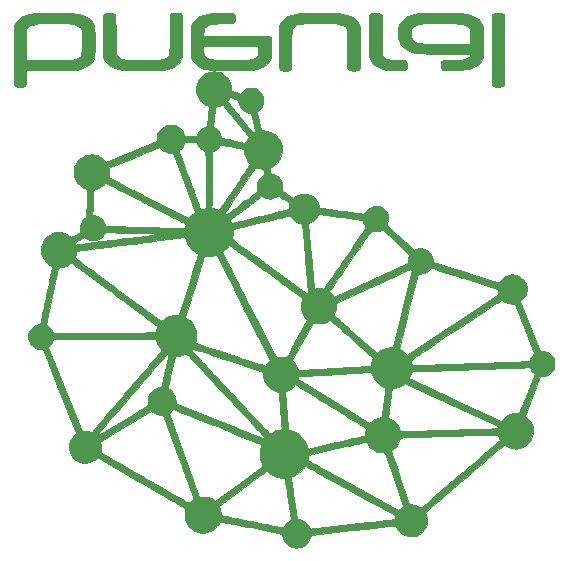
<source format=gbr>
G04 #@! TF.GenerationSoftware,KiCad,Pcbnew,(5.0.0)*
G04 #@! TF.CreationDate,2019-11-08T15:30:58-04:00*
G04 #@! TF.ProjectId,Nueva carpeta,4E7565766120636172706574612E6B69,rev?*
G04 #@! TF.SameCoordinates,Original*
G04 #@! TF.FileFunction,Legend,Bot*
G04 #@! TF.FilePolarity,Positive*
%FSLAX46Y46*%
G04 Gerber Fmt 4.6, Leading zero omitted, Abs format (unit mm)*
G04 Created by KiCad (PCBNEW (5.0.0)) date 11/08/19 15:30:58*
%MOMM*%
%LPD*%
G01*
G04 APERTURE LIST*
%ADD10C,0.010000*%
G04 APERTURE END LIST*
D10*
G04 #@! TO.C,G\002A\002A\002A*
G36*
X151778481Y-122315575D02*
X151988693Y-122272723D01*
X152179099Y-122190243D01*
X152359193Y-122064723D01*
X152430334Y-122001827D01*
X152589119Y-121822141D01*
X152706491Y-121616882D01*
X152770121Y-121441085D01*
X152825642Y-121248588D01*
X156340271Y-120848472D01*
X156758409Y-120800916D01*
X157163283Y-120754960D01*
X157551959Y-120710931D01*
X157921504Y-120669160D01*
X158268984Y-120629973D01*
X158591466Y-120593700D01*
X158886017Y-120560669D01*
X159149703Y-120531210D01*
X159379590Y-120505649D01*
X159572746Y-120484317D01*
X159726236Y-120467541D01*
X159837128Y-120455650D01*
X159902488Y-120448973D01*
X159919458Y-120447578D01*
X159959517Y-120454861D01*
X159993873Y-120484540D01*
X160031945Y-120546694D01*
X160055197Y-120592850D01*
X160192850Y-120821341D01*
X160364266Y-121015441D01*
X160564768Y-121171917D01*
X160789680Y-121287538D01*
X161034326Y-121359070D01*
X161193525Y-121379836D01*
X161456735Y-121374174D01*
X161706813Y-121319858D01*
X161940796Y-121218003D01*
X162155723Y-121069728D01*
X162253432Y-120980216D01*
X162422066Y-120777670D01*
X162545619Y-120554918D01*
X162622962Y-120316894D01*
X162652968Y-120068534D01*
X162634507Y-119814773D01*
X162573577Y-119580301D01*
X162541439Y-119487585D01*
X162516333Y-119412205D01*
X162502854Y-119368025D01*
X162501960Y-119364168D01*
X162520420Y-119345611D01*
X162575125Y-119296127D01*
X162663684Y-119217770D01*
X162783704Y-119112593D01*
X162932791Y-118982649D01*
X163108552Y-118829992D01*
X163308595Y-118656675D01*
X163530526Y-118464750D01*
X163771953Y-118256272D01*
X164030483Y-118033293D01*
X164303723Y-117797867D01*
X164589280Y-117552047D01*
X164884760Y-117297885D01*
X165187772Y-117037436D01*
X165495922Y-116772753D01*
X165806817Y-116505888D01*
X166118064Y-116238896D01*
X166427270Y-115973828D01*
X166732043Y-115712740D01*
X167029990Y-115457682D01*
X167318717Y-115210710D01*
X167595831Y-114973876D01*
X167858940Y-114749233D01*
X168105651Y-114538835D01*
X168333571Y-114344735D01*
X168540307Y-114168986D01*
X168723465Y-114013641D01*
X168880654Y-113880754D01*
X169009480Y-113772377D01*
X169107549Y-113690565D01*
X169172471Y-113637369D01*
X169201850Y-113614844D01*
X169203242Y-113614200D01*
X169231227Y-113628078D01*
X169282413Y-113662613D01*
X169299044Y-113674859D01*
X169502496Y-113797349D01*
X169733475Y-113884099D01*
X169981541Y-113933118D01*
X170236250Y-113942415D01*
X170487160Y-113909999D01*
X170507580Y-113905350D01*
X170734446Y-113827925D01*
X170953435Y-113708172D01*
X171154473Y-113554033D01*
X171327483Y-113373448D01*
X171462389Y-113174359D01*
X171481600Y-113137667D01*
X171585388Y-112877137D01*
X171640110Y-112613026D01*
X171646844Y-112349915D01*
X171606664Y-112092384D01*
X171520645Y-111845014D01*
X171389863Y-111612386D01*
X171215394Y-111399081D01*
X171035618Y-111237996D01*
X170938737Y-111162474D01*
X172252069Y-107810300D01*
X172406549Y-107805814D01*
X172631351Y-107779886D01*
X172830301Y-107713665D01*
X173011396Y-107603551D01*
X173165509Y-107464175D01*
X173245646Y-107369970D01*
X173320806Y-107264451D01*
X173374808Y-107170348D01*
X173375092Y-107169744D01*
X173405498Y-107100199D01*
X173425381Y-107037607D01*
X173436919Y-106968027D01*
X173442291Y-106877520D01*
X173443673Y-106752147D01*
X173443672Y-106730800D01*
X173442628Y-106600988D01*
X173438188Y-106508181D01*
X173428039Y-106438595D01*
X173409866Y-106378449D01*
X173381352Y-106313958D01*
X173369663Y-106290147D01*
X173242866Y-106089173D01*
X173080145Y-105920454D01*
X172887560Y-105790103D01*
X172859800Y-105775875D01*
X172748876Y-105725372D01*
X172653181Y-105694841D01*
X172548079Y-105677812D01*
X172459079Y-105670670D01*
X172244087Y-105657257D01*
X171406460Y-103560595D01*
X170568834Y-101463934D01*
X170730113Y-101313065D01*
X170890453Y-101130536D01*
X171007608Y-100927471D01*
X171081583Y-100710078D01*
X171112381Y-100484564D01*
X171100007Y-100257138D01*
X171044466Y-100034008D01*
X170945763Y-99821382D01*
X170803902Y-99625468D01*
X170728823Y-99547131D01*
X170530908Y-99389821D01*
X170314867Y-99277762D01*
X170086066Y-99211877D01*
X169849870Y-99193090D01*
X169611646Y-99222324D01*
X169376759Y-99300502D01*
X169354500Y-99310654D01*
X169205940Y-99398247D01*
X169055908Y-99518103D01*
X168921418Y-99655171D01*
X168833600Y-99771512D01*
X168788529Y-99838972D01*
X168754420Y-99884926D01*
X168740783Y-99898200D01*
X168715704Y-99890652D01*
X168645977Y-99868802D01*
X168535334Y-99833842D01*
X168387507Y-99786962D01*
X168206228Y-99729356D01*
X167995230Y-99662214D01*
X167758243Y-99586728D01*
X167499000Y-99504091D01*
X167221232Y-99415492D01*
X166928673Y-99322125D01*
X166625052Y-99225181D01*
X166314103Y-99125850D01*
X165999558Y-99025326D01*
X165685148Y-98924800D01*
X165374605Y-98825463D01*
X165071661Y-98728507D01*
X164780048Y-98635123D01*
X164503498Y-98546504D01*
X164245743Y-98463840D01*
X164010515Y-98388324D01*
X163801545Y-98321147D01*
X163763553Y-98308921D01*
X163176406Y-98119936D01*
X163163874Y-97944784D01*
X163124437Y-97733452D01*
X163041070Y-97538046D01*
X162919484Y-97363709D01*
X162765391Y-97215586D01*
X162584504Y-97098819D01*
X162382535Y-97018553D01*
X162165195Y-96979932D01*
X162089373Y-96977200D01*
X161948754Y-96990450D01*
X161796231Y-97025797D01*
X161657145Y-97076643D01*
X161604531Y-97103490D01*
X161525362Y-97149297D01*
X160448831Y-96134356D01*
X160250943Y-95947752D01*
X160062775Y-95770242D01*
X159887816Y-95605120D01*
X159729552Y-95455683D01*
X159591475Y-95325227D01*
X159477071Y-95217048D01*
X159389830Y-95134440D01*
X159333241Y-95080701D01*
X159312250Y-95060580D01*
X159252200Y-95001746D01*
X159307907Y-94852855D01*
X159366223Y-94629783D01*
X159377183Y-94408040D01*
X159343696Y-94193618D01*
X159268669Y-93992512D01*
X159155012Y-93810714D01*
X159005632Y-93654218D01*
X158823437Y-93529017D01*
X158624865Y-93445222D01*
X158409166Y-93403137D01*
X158187056Y-93405652D01*
X157970501Y-93451241D01*
X157771464Y-93538374D01*
X157738350Y-93558398D01*
X157649530Y-93626369D01*
X157552535Y-93718747D01*
X157461172Y-93820611D01*
X157389246Y-93917040D01*
X157361215Y-93965977D01*
X157324188Y-94023736D01*
X157285925Y-94054598D01*
X157277534Y-94056200D01*
X157247330Y-94052859D01*
X157171688Y-94043278D01*
X157055500Y-94028120D01*
X156903658Y-94008047D01*
X156721051Y-93983725D01*
X156512572Y-93955815D01*
X156283112Y-93924981D01*
X156037562Y-93891887D01*
X155780814Y-93857195D01*
X155517758Y-93821569D01*
X155253286Y-93785672D01*
X154992290Y-93750167D01*
X154739660Y-93715718D01*
X154500287Y-93682987D01*
X154279064Y-93652639D01*
X154080881Y-93625336D01*
X153910629Y-93601741D01*
X153773200Y-93582518D01*
X153673486Y-93568330D01*
X153616377Y-93559841D01*
X153612850Y-93559274D01*
X153550000Y-93544357D01*
X153523156Y-93518286D01*
X153517600Y-93468967D01*
X153504775Y-93375862D01*
X153470352Y-93256789D01*
X153420413Y-93128378D01*
X153361035Y-93007260D01*
X153329416Y-92954182D01*
X153170326Y-92751497D01*
X152981818Y-92588267D01*
X152768540Y-92466874D01*
X152535141Y-92389697D01*
X152286271Y-92359117D01*
X152171400Y-92361137D01*
X151955132Y-92389715D01*
X151759023Y-92451450D01*
X151566324Y-92552222D01*
X151495715Y-92598400D01*
X151417078Y-92651175D01*
X151355554Y-92690482D01*
X151322204Y-92709305D01*
X151319741Y-92710000D01*
X151296374Y-92696664D01*
X151238196Y-92659906D01*
X151152585Y-92604604D01*
X151046920Y-92535635D01*
X150928578Y-92457875D01*
X150804936Y-92376202D01*
X150683373Y-92295492D01*
X150571267Y-92220624D01*
X150475994Y-92156473D01*
X150404934Y-92107918D01*
X150365463Y-92079834D01*
X150360975Y-92076212D01*
X150355294Y-92044147D01*
X150358793Y-91976362D01*
X150370679Y-91886947D01*
X150372119Y-91878398D01*
X150386554Y-91652812D01*
X150353848Y-91436382D01*
X150277500Y-91234277D01*
X150161012Y-91051663D01*
X150007886Y-90893707D01*
X149821621Y-90765579D01*
X149605720Y-90672444D01*
X149542500Y-90653888D01*
X149390100Y-90613402D01*
X149351464Y-90387319D01*
X149312829Y-90161236D01*
X149503864Y-90065430D01*
X149744323Y-89916843D01*
X149954248Y-89728295D01*
X150131575Y-89501900D01*
X150240408Y-89311625D01*
X150332743Y-89074196D01*
X150382588Y-88817182D01*
X150393024Y-88619587D01*
X150369191Y-88341301D01*
X150299181Y-88077117D01*
X150186706Y-87831545D01*
X150035474Y-87609096D01*
X149849198Y-87414281D01*
X149631586Y-87251610D01*
X149386349Y-87125593D01*
X149117197Y-87040741D01*
X149089372Y-87034748D01*
X148975334Y-87014730D01*
X148861314Y-87000451D01*
X148771987Y-86995001D01*
X148771956Y-86995000D01*
X148646970Y-86995000D01*
X148449367Y-86203866D01*
X148251763Y-85412731D01*
X148325631Y-85361043D01*
X148460936Y-85246994D01*
X148588805Y-85104609D01*
X148692808Y-84953200D01*
X148725867Y-84890623D01*
X148762374Y-84809582D01*
X148785726Y-84741850D01*
X148798828Y-84671573D01*
X148804583Y-84582897D01*
X148805898Y-84459965D01*
X148805900Y-84453772D01*
X148804990Y-84331512D01*
X148800030Y-84243879D01*
X148787672Y-84174707D01*
X148764569Y-84107828D01*
X148727375Y-84027075D01*
X148710416Y-83992558D01*
X148589404Y-83798959D01*
X148436013Y-83636687D01*
X148257078Y-83510776D01*
X148059428Y-83426262D01*
X147895662Y-83392200D01*
X147655322Y-83386927D01*
X147434472Y-83428487D01*
X147231924Y-83517316D01*
X147046490Y-83653845D01*
X146968982Y-83730244D01*
X146815888Y-83893903D01*
X146458344Y-83788058D01*
X146100800Y-83682214D01*
X146100800Y-83481724D01*
X146076397Y-83211368D01*
X146003884Y-82956331D01*
X145884300Y-82719096D01*
X145718687Y-82502147D01*
X145668124Y-82449276D01*
X145500505Y-82305952D01*
X145308370Y-82181788D01*
X145111097Y-82088799D01*
X145054943Y-82069138D01*
X144927412Y-82039881D01*
X144770269Y-82020869D01*
X144603964Y-82013729D01*
X144448948Y-82020085D01*
X144444003Y-82020569D01*
X144182835Y-82071793D01*
X143937254Y-82170707D01*
X143710581Y-82315702D01*
X143560540Y-82448141D01*
X143382003Y-82660761D01*
X143249130Y-82894983D01*
X143162886Y-83148478D01*
X143124240Y-83418921D01*
X143122072Y-83502500D01*
X143146314Y-83774913D01*
X143217027Y-84031967D01*
X143331191Y-84268864D01*
X143484801Y-84479451D01*
X145741483Y-84479451D01*
X145807764Y-84400681D01*
X145861988Y-84329013D01*
X145907114Y-84257709D01*
X145911196Y-84250068D01*
X145943051Y-84201552D01*
X145979644Y-84191113D01*
X146018223Y-84200731D01*
X146069740Y-84216939D01*
X146157289Y-84244091D01*
X146268312Y-84278304D01*
X146381985Y-84313168D01*
X146675871Y-84403099D01*
X146681911Y-84535484D01*
X146715462Y-84736806D01*
X146793149Y-84929306D01*
X146908363Y-85105985D01*
X147054497Y-85259842D01*
X147224945Y-85383878D01*
X147413097Y-85471092D01*
X147605378Y-85513795D01*
X147741420Y-85527836D01*
X147940299Y-86325962D01*
X147988077Y-86519088D01*
X148031152Y-86695891D01*
X148068146Y-86850496D01*
X148097678Y-86977030D01*
X148118372Y-87069620D01*
X148128848Y-87122392D01*
X148129639Y-87132514D01*
X148102655Y-87148651D01*
X148049631Y-87176720D01*
X148043425Y-87179884D01*
X147966750Y-87218828D01*
X146854117Y-85849139D01*
X145741483Y-84479451D01*
X143484801Y-84479451D01*
X143485790Y-84480806D01*
X143677803Y-84662991D01*
X143904212Y-84810621D01*
X143963675Y-84840540D01*
X144070144Y-84892765D01*
X144138095Y-84931193D01*
X144175715Y-84962002D01*
X144191193Y-84991374D01*
X144193248Y-85013800D01*
X144190475Y-85054272D01*
X144183041Y-85138521D01*
X144171599Y-85259804D01*
X144156802Y-85411378D01*
X144139302Y-85586498D01*
X144119754Y-85778423D01*
X144111207Y-85861282D01*
X144030040Y-86645264D01*
X143889926Y-86696123D01*
X144551371Y-86696123D01*
X144553885Y-86662994D01*
X144560940Y-86586914D01*
X144571761Y-86475453D01*
X144585572Y-86336182D01*
X144601599Y-86176670D01*
X144619067Y-86004488D01*
X144637200Y-85827206D01*
X144655225Y-85652394D01*
X144672365Y-85487622D01*
X144687847Y-85340461D01*
X144700894Y-85218480D01*
X144710733Y-85129250D01*
X144716588Y-85080340D01*
X144717210Y-85076077D01*
X144727324Y-85033685D01*
X144748960Y-85007403D01*
X144794416Y-84989837D01*
X144875987Y-84973595D01*
X144892369Y-84970769D01*
X145006627Y-84944181D01*
X145125519Y-84905795D01*
X145190630Y-84878859D01*
X145265158Y-84844521D01*
X145319471Y-84821143D01*
X145338800Y-84814482D01*
X145356505Y-84833642D01*
X145403546Y-84889124D01*
X145477315Y-84977747D01*
X145575202Y-85096334D01*
X145694601Y-85241704D01*
X145832903Y-85410679D01*
X145987502Y-85600080D01*
X146155787Y-85806726D01*
X146335153Y-86027440D01*
X146458458Y-86179421D01*
X147565416Y-87544712D01*
X147494354Y-87629833D01*
X147446683Y-87695609D01*
X147388918Y-87787588D01*
X147333247Y-87886322D01*
X147331205Y-87890196D01*
X147284367Y-87971429D01*
X147242746Y-88029683D01*
X147213864Y-88054772D01*
X147209709Y-88054743D01*
X147178946Y-88047643D01*
X147103918Y-88032007D01*
X146990234Y-88008956D01*
X146843502Y-87979610D01*
X146669332Y-87945090D01*
X146473332Y-87906518D01*
X146261111Y-87865013D01*
X146222214Y-87857433D01*
X145264129Y-87670818D01*
X145235240Y-87529759D01*
X145169429Y-87321056D01*
X145064067Y-87128086D01*
X144926145Y-86960330D01*
X144762655Y-86827266D01*
X144683581Y-86781726D01*
X144612608Y-86742832D01*
X144564617Y-86710927D01*
X144551371Y-86696123D01*
X143889926Y-86696123D01*
X143845683Y-86712182D01*
X143729864Y-86762611D01*
X143610103Y-86827965D01*
X143521227Y-86887642D01*
X143426497Y-86974316D01*
X143333275Y-87082292D01*
X143251687Y-87197579D01*
X143191863Y-87306184D01*
X143166828Y-87377236D01*
X143150363Y-87452200D01*
X142631681Y-87452200D01*
X142456842Y-87451954D01*
X142326351Y-87450821D01*
X142233754Y-87448214D01*
X142172600Y-87443541D01*
X142136437Y-87436213D01*
X142118814Y-87425642D01*
X142113277Y-87411238D01*
X142113000Y-87404813D01*
X142102048Y-87360166D01*
X142073101Y-87285521D01*
X142032019Y-87195729D01*
X142024439Y-87180403D01*
X141896632Y-86980369D01*
X141730328Y-86808943D01*
X141532148Y-86671386D01*
X141308713Y-86572965D01*
X141231790Y-86550289D01*
X141006696Y-86516564D01*
X140783788Y-86529624D01*
X140568824Y-86585581D01*
X140367564Y-86680546D01*
X140185767Y-86810631D01*
X140029191Y-86971945D01*
X139903595Y-87160602D01*
X139814739Y-87372712D01*
X139777621Y-87532200D01*
X139765658Y-87639967D01*
X139762228Y-87746571D01*
X139766218Y-87811599D01*
X139781563Y-87923557D01*
X135509437Y-89711065D01*
X135298466Y-89497225D01*
X135112389Y-89329915D01*
X134922373Y-89205218D01*
X134715236Y-89115796D01*
X134517506Y-89062388D01*
X134265781Y-89034047D01*
X134010414Y-89052484D01*
X133759293Y-89115003D01*
X133520306Y-89218908D01*
X133301343Y-89361502D01*
X133110292Y-89540091D01*
X133106182Y-89544721D01*
X133017121Y-89663667D01*
X132928810Y-89812801D01*
X132850542Y-89973679D01*
X132791612Y-90127856D01*
X132768088Y-90215701D01*
X132737965Y-90483217D01*
X132755845Y-90746803D01*
X132801862Y-90932000D01*
X135676626Y-90932000D01*
X135701242Y-90833800D01*
X135719185Y-90705045D01*
X135728905Y-90565719D01*
X135728855Y-90435807D01*
X135721284Y-90355377D01*
X135696209Y-90199679D01*
X137818754Y-89309744D01*
X138130135Y-89179265D01*
X138428185Y-89054519D01*
X138709571Y-88936894D01*
X138970960Y-88827775D01*
X139209017Y-88728550D01*
X139420408Y-88640606D01*
X139601800Y-88565329D01*
X139749859Y-88504107D01*
X139861250Y-88458327D01*
X139932640Y-88429375D01*
X139960696Y-88418639D01*
X139960902Y-88418605D01*
X139986997Y-88434778D01*
X140038241Y-88478673D01*
X140104483Y-88541479D01*
X140118000Y-88554897D01*
X140259035Y-88673155D01*
X140366579Y-88739696D01*
X141630400Y-88739696D01*
X141647208Y-88715570D01*
X141692209Y-88664907D01*
X141757262Y-88596677D01*
X141792588Y-88560953D01*
X141879582Y-88463018D01*
X141961984Y-88350935D01*
X142032745Y-88236460D01*
X142084818Y-88131351D01*
X142111156Y-88047364D01*
X142113000Y-88026419D01*
X142117798Y-88012583D01*
X142136384Y-88002236D01*
X142175040Y-87994886D01*
X142240048Y-87990040D01*
X142337693Y-87987206D01*
X142474256Y-87985892D01*
X142633700Y-87985600D01*
X142810999Y-87986029D01*
X142943681Y-87987620D01*
X143037920Y-87990836D01*
X143099895Y-87996136D01*
X143135782Y-88003981D01*
X143151757Y-88014831D01*
X143154400Y-88024425D01*
X143169977Y-88088605D01*
X143211567Y-88177990D01*
X143271450Y-88279800D01*
X143341911Y-88381253D01*
X143415232Y-88469567D01*
X143436197Y-88491160D01*
X143587468Y-88613508D01*
X143763436Y-88713465D01*
X143871950Y-88756766D01*
X143879432Y-88761367D01*
X143886027Y-88771950D01*
X143891790Y-88791538D01*
X143896778Y-88823153D01*
X143901045Y-88869819D01*
X143904648Y-88934558D01*
X143907642Y-89020392D01*
X143910083Y-89130344D01*
X143912027Y-89267437D01*
X143913530Y-89434693D01*
X143914647Y-89635134D01*
X143915434Y-89871783D01*
X143915947Y-90147663D01*
X143916241Y-90465797D01*
X143916373Y-90829206D01*
X143916400Y-91166365D01*
X143916400Y-93561323D01*
X143911782Y-93562517D01*
X144416784Y-93562517D01*
X144433292Y-93106787D01*
X144435991Y-93006183D01*
X144438552Y-92859988D01*
X144440941Y-92673409D01*
X144443120Y-92451655D01*
X144445055Y-92199934D01*
X144446708Y-91923455D01*
X144448045Y-91627424D01*
X144449029Y-91317052D01*
X144449625Y-90997545D01*
X144449800Y-90711400D01*
X144449800Y-88771743D01*
X144519650Y-88745376D01*
X144694443Y-88665140D01*
X144842092Y-88562368D01*
X144958094Y-88451143D01*
X145028291Y-88372176D01*
X145084895Y-88301224D01*
X145118341Y-88250519D01*
X145122467Y-88240963D01*
X145143854Y-88199243D01*
X145159310Y-88188800D01*
X145188207Y-88193489D01*
X145261052Y-88206805D01*
X145371941Y-88227629D01*
X145514968Y-88254836D01*
X145684225Y-88287305D01*
X145873808Y-88323915D01*
X146027549Y-88353758D01*
X146234769Y-88394110D01*
X146431528Y-88432501D01*
X146610861Y-88467565D01*
X146765803Y-88497939D01*
X146889390Y-88522258D01*
X146974659Y-88539157D01*
X147006508Y-88545573D01*
X147137517Y-88572430D01*
X147154678Y-88729865D01*
X147208799Y-89026221D01*
X147304358Y-89294996D01*
X147443006Y-89540195D01*
X147543504Y-89672812D01*
X147669028Y-89823323D01*
X147511113Y-90066512D01*
X147472294Y-90125926D01*
X147407943Y-90223963D01*
X147320537Y-90356865D01*
X147212553Y-90520874D01*
X147086468Y-90712232D01*
X146944759Y-90927180D01*
X146789905Y-91161961D01*
X146624380Y-91412816D01*
X146450663Y-91675988D01*
X146271232Y-91947720D01*
X146211484Y-92038178D01*
X145069770Y-93766656D01*
X144943935Y-93711711D01*
X144855177Y-93678298D01*
X144740552Y-93642298D01*
X144623988Y-93611192D01*
X144617442Y-93609641D01*
X144416784Y-93562517D01*
X143911782Y-93562517D01*
X143696241Y-93618236D01*
X143598519Y-93642733D01*
X143522079Y-93660444D01*
X143478168Y-93668832D01*
X143471962Y-93668825D01*
X143461876Y-93643441D01*
X143435516Y-93574365D01*
X143394316Y-93465429D01*
X143339705Y-93320465D01*
X143273116Y-93143305D01*
X143195981Y-92937781D01*
X143109731Y-92707725D01*
X143015798Y-92456969D01*
X142915614Y-92189344D01*
X142810610Y-91908684D01*
X142702218Y-91618820D01*
X142591869Y-91323583D01*
X142480995Y-91026807D01*
X142371029Y-90732322D01*
X142263401Y-90443961D01*
X142159543Y-90165556D01*
X142060886Y-89900938D01*
X141968864Y-89653940D01*
X141884906Y-89428395D01*
X141810446Y-89228132D01*
X141746913Y-89056986D01*
X141695741Y-88918787D01*
X141658361Y-88817368D01*
X141636204Y-88756560D01*
X141630400Y-88739696D01*
X140366579Y-88739696D01*
X140424791Y-88775713D01*
X140449124Y-88788089D01*
X140550565Y-88835466D01*
X140634980Y-88865683D01*
X140722364Y-88883773D01*
X140832709Y-88894769D01*
X140886629Y-88898243D01*
X141130506Y-88912700D01*
X142065833Y-91407194D01*
X143001159Y-93901687D01*
X142823629Y-94079217D01*
X145534700Y-94079217D01*
X145538028Y-94060981D01*
X145557759Y-94019356D01*
X145595019Y-93952571D01*
X145650931Y-93858852D01*
X145726621Y-93736430D01*
X145823213Y-93583531D01*
X145941833Y-93398383D01*
X146083604Y-93179216D01*
X146249652Y-92924258D01*
X146441101Y-92631735D01*
X146659077Y-92299877D01*
X146803002Y-92081235D01*
X146990744Y-91796638D01*
X147170830Y-91524440D01*
X147341273Y-91267602D01*
X147500084Y-91029083D01*
X147645276Y-90811843D01*
X147774861Y-90618839D01*
X147886851Y-90453033D01*
X147979259Y-90317383D01*
X148050097Y-90214849D01*
X148097376Y-90148389D01*
X148119110Y-90120964D01*
X148120100Y-90120395D01*
X148156116Y-90128005D01*
X148224265Y-90147743D01*
X148296290Y-90170888D01*
X148407785Y-90201293D01*
X148536061Y-90226444D01*
X148618791Y-90237286D01*
X148790501Y-90253245D01*
X148815176Y-90370373D01*
X148835272Y-90474344D01*
X148853759Y-90583320D01*
X148856944Y-90604378D01*
X148874036Y-90721256D01*
X148762894Y-90786390D01*
X148594932Y-90912984D01*
X148452182Y-91077299D01*
X148340907Y-91269921D01*
X148267370Y-91481438D01*
X148252482Y-91553597D01*
X148239689Y-91650614D01*
X148239333Y-91738023D01*
X148252417Y-91837469D01*
X148269629Y-91923603D01*
X148287786Y-92021046D01*
X148297131Y-92099030D01*
X148296325Y-92144788D01*
X148293469Y-92150764D01*
X148270085Y-92168939D01*
X148209619Y-92215154D01*
X148115505Y-92286802D01*
X147991174Y-92381277D01*
X147840062Y-92495975D01*
X147665601Y-92628289D01*
X147471225Y-92775614D01*
X147260368Y-92935344D01*
X147036462Y-93104873D01*
X146954014Y-93167278D01*
X146687358Y-93369044D01*
X146458205Y-93542099D01*
X146263545Y-93688378D01*
X146100366Y-93809816D01*
X145965656Y-93908349D01*
X145856404Y-93985911D01*
X145769598Y-94044436D01*
X145702227Y-94085861D01*
X145651280Y-94112120D01*
X145613744Y-94125147D01*
X145586610Y-94126878D01*
X145566864Y-94119248D01*
X145551495Y-94104192D01*
X145537493Y-94083644D01*
X145534700Y-94079217D01*
X142823629Y-94079217D01*
X142466421Y-94436425D01*
X139064669Y-92703263D01*
X138581545Y-92456978D01*
X138142179Y-92232696D01*
X137744955Y-92029573D01*
X137388258Y-91846765D01*
X137070474Y-91683428D01*
X136789988Y-91538718D01*
X136545185Y-91411790D01*
X136334450Y-91301800D01*
X136156169Y-91207903D01*
X136008726Y-91129257D01*
X135890507Y-91065016D01*
X135799897Y-91014336D01*
X135735281Y-90976373D01*
X135695044Y-90950282D01*
X135677572Y-90935220D01*
X135676626Y-90932000D01*
X132801862Y-90932000D01*
X132818959Y-91000806D01*
X132924540Y-91239573D01*
X133069818Y-91457451D01*
X133252026Y-91648788D01*
X133468395Y-91807930D01*
X133577246Y-91868074D01*
X133675193Y-91914687D01*
X133760110Y-91950735D01*
X133819055Y-91970911D01*
X133834042Y-91973400D01*
X133878623Y-91982498D01*
X133891077Y-91992450D01*
X133892074Y-92020968D01*
X133890709Y-92095093D01*
X133887178Y-92209694D01*
X133881678Y-92359643D01*
X133874407Y-92539811D01*
X133865561Y-92745068D01*
X133855337Y-92970286D01*
X133845732Y-93173133D01*
X133797383Y-94175698D01*
X134313526Y-94175698D01*
X134326995Y-94033399D01*
X134331244Y-93975143D01*
X134337316Y-93872963D01*
X134344863Y-93733690D01*
X134353533Y-93564155D01*
X134362977Y-93371186D01*
X134372844Y-93161614D01*
X134381817Y-92964000D01*
X134391371Y-92752465D01*
X134400400Y-92557573D01*
X134408624Y-92384992D01*
X134415764Y-92240390D01*
X134421540Y-92129435D01*
X134425671Y-92057795D01*
X134427878Y-92031136D01*
X134427899Y-92031103D01*
X134452711Y-92021903D01*
X134514762Y-92002395D01*
X134602436Y-91976190D01*
X134638366Y-91965716D01*
X134883230Y-91873170D01*
X135098075Y-91743925D01*
X135277353Y-91588246D01*
X135355187Y-91515940D01*
X135417780Y-91469696D01*
X135456664Y-91455702D01*
X135458200Y-91456065D01*
X135484844Y-91468760D01*
X135554215Y-91503270D01*
X135663790Y-91558317D01*
X135811049Y-91632619D01*
X135993472Y-91724897D01*
X136208536Y-91833872D01*
X136453721Y-91958263D01*
X136726507Y-92096792D01*
X137024372Y-92248178D01*
X137344795Y-92411142D01*
X137685256Y-92584404D01*
X138043234Y-92766685D01*
X138416207Y-92956704D01*
X138801655Y-93153181D01*
X138861800Y-93183849D01*
X139248394Y-93380996D01*
X139622528Y-93571824D01*
X139981710Y-93755061D01*
X140323449Y-93929433D01*
X140645255Y-94093670D01*
X140944635Y-94246499D01*
X141219099Y-94386646D01*
X141466156Y-94512841D01*
X141592000Y-94577149D01*
X145952936Y-94577149D01*
X145953542Y-94576382D01*
X145974548Y-94560219D01*
X146032694Y-94515924D01*
X146124627Y-94446043D01*
X146246994Y-94353121D01*
X146396442Y-94239701D01*
X146569617Y-94108329D01*
X146763168Y-93961548D01*
X146973739Y-93801903D01*
X147197980Y-93631938D01*
X147304214Y-93551432D01*
X148647328Y-92533649D01*
X148711938Y-92584471D01*
X148835000Y-92659367D01*
X148991550Y-92721185D01*
X149159862Y-92762379D01*
X149364958Y-92773755D01*
X149575413Y-92741056D01*
X149778014Y-92667493D01*
X149936200Y-92573773D01*
X149994968Y-92533841D01*
X150036539Y-92510453D01*
X150044259Y-92508046D01*
X150069999Y-92521196D01*
X150131687Y-92558748D01*
X150223124Y-92616744D01*
X150338112Y-92691225D01*
X150470451Y-92778234D01*
X150547850Y-92829635D01*
X150703514Y-92933776D01*
X150821579Y-93014181D01*
X150906970Y-93074906D01*
X150964611Y-93120008D01*
X150999429Y-93153542D01*
X151016347Y-93179564D01*
X151020291Y-93202130D01*
X151018204Y-93216985D01*
X151006962Y-93274710D01*
X150991217Y-93363101D01*
X150974997Y-93459300D01*
X150959654Y-93551150D01*
X150946976Y-93623820D01*
X150939607Y-93662156D01*
X150939448Y-93662812D01*
X150914386Y-93672312D01*
X150843299Y-93692828D01*
X150729553Y-93723511D01*
X150576518Y-93763510D01*
X150387562Y-93811974D01*
X150166052Y-93868053D01*
X149915357Y-93930895D01*
X149638845Y-93999651D01*
X149339885Y-94073469D01*
X149021844Y-94151499D01*
X148688091Y-94232890D01*
X148535964Y-94269830D01*
X148195891Y-94352332D01*
X147869679Y-94431534D01*
X147560731Y-94506605D01*
X147272450Y-94576717D01*
X147008238Y-94641039D01*
X146771500Y-94698741D01*
X146565637Y-94748995D01*
X146394053Y-94790970D01*
X146260150Y-94823837D01*
X146167332Y-94846766D01*
X146119002Y-94858927D01*
X146112724Y-94860647D01*
X146091882Y-94844195D01*
X146057902Y-94796099D01*
X146018901Y-94730851D01*
X145982995Y-94662948D01*
X145958301Y-94606882D01*
X145952936Y-94577149D01*
X141592000Y-94577149D01*
X141683314Y-94623811D01*
X141868083Y-94718284D01*
X142017971Y-94794987D01*
X142130487Y-94852648D01*
X142203140Y-94889994D01*
X142233439Y-94905755D01*
X142234196Y-94906193D01*
X142232063Y-94931987D01*
X142220077Y-94994343D01*
X142200721Y-95080543D01*
X142197535Y-95093913D01*
X142153978Y-95275400D01*
X142012839Y-95275176D01*
X141969867Y-95274439D01*
X141879360Y-95272345D01*
X141744562Y-95268980D01*
X141568717Y-95264433D01*
X141355070Y-95258792D01*
X141106865Y-95252144D01*
X140827346Y-95244577D01*
X140519757Y-95236179D01*
X140187343Y-95227038D01*
X139833348Y-95217241D01*
X139461016Y-95206876D01*
X139073591Y-95196032D01*
X138734800Y-95186500D01*
X138338177Y-95175336D01*
X137954593Y-95164575D01*
X137587227Y-95154305D01*
X137239258Y-95144614D01*
X136913865Y-95135589D01*
X136614225Y-95127317D01*
X136343519Y-95119885D01*
X136104925Y-95113381D01*
X135901621Y-95107892D01*
X135736786Y-95103506D01*
X135613600Y-95100309D01*
X135535240Y-95098389D01*
X135505973Y-95097825D01*
X135444560Y-95093323D01*
X135415148Y-95070120D01*
X135400350Y-95013062D01*
X135398944Y-95004535D01*
X135346468Y-94830729D01*
X135251195Y-94664168D01*
X135121127Y-94511939D01*
X134964267Y-94381125D01*
X134788617Y-94278813D01*
X134602180Y-94212086D01*
X134480353Y-94191277D01*
X134313526Y-94175698D01*
X133797383Y-94175698D01*
X133789711Y-94334766D01*
X133715905Y-94392261D01*
X133555045Y-94545629D01*
X133427801Y-94725015D01*
X133337776Y-94921743D01*
X133288569Y-95127140D01*
X133283783Y-95332530D01*
X133294213Y-95407984D01*
X133306355Y-95493412D01*
X133308755Y-95558781D01*
X133302155Y-95587405D01*
X133274271Y-95607338D01*
X133210716Y-95648889D01*
X133119155Y-95707165D01*
X133007251Y-95777276D01*
X132918395Y-95832333D01*
X132556071Y-96055823D01*
X132389982Y-95930110D01*
X132171528Y-95787330D01*
X131950366Y-95690858D01*
X131715151Y-95636942D01*
X131457700Y-95621798D01*
X131192164Y-95644493D01*
X130951621Y-95708947D01*
X130730037Y-95817730D01*
X130521383Y-95973412D01*
X130429839Y-96059716D01*
X130249286Y-96271070D01*
X130117642Y-96494480D01*
X132856875Y-96494480D01*
X132857721Y-96491522D01*
X132881556Y-96472934D01*
X132940048Y-96433811D01*
X133024341Y-96379625D01*
X133125580Y-96315849D01*
X133234909Y-96247956D01*
X133343472Y-96181419D01*
X133442412Y-96121710D01*
X133522874Y-96074303D01*
X133576003Y-96044669D01*
X133592571Y-96037400D01*
X133620961Y-96050558D01*
X133679184Y-96085218D01*
X133755169Y-96134159D01*
X133762791Y-96139234D01*
X133927151Y-96232962D01*
X134090371Y-96289402D01*
X134269124Y-96312977D01*
X134414743Y-96312183D01*
X134543753Y-96302181D01*
X134645418Y-96282946D01*
X134743052Y-96249060D01*
X134805194Y-96221412D01*
X134967135Y-96125460D01*
X135116238Y-95999569D01*
X135238947Y-95856668D01*
X135307244Y-95742496D01*
X135369300Y-95612691D01*
X135509000Y-95621675D01*
X135555649Y-95623676D01*
X135649016Y-95626783D01*
X135785033Y-95630887D01*
X135959633Y-95635879D01*
X136168746Y-95641647D01*
X136408306Y-95648082D01*
X136674245Y-95655075D01*
X136962496Y-95662515D01*
X137268989Y-95670292D01*
X137589658Y-95678297D01*
X137756900Y-95682420D01*
X138083592Y-95690615D01*
X138398446Y-95698847D01*
X138697362Y-95706992D01*
X138976242Y-95714921D01*
X139230986Y-95722507D01*
X139457495Y-95729624D01*
X139651670Y-95736145D01*
X139809411Y-95741942D01*
X139926620Y-95746889D01*
X139999196Y-95750858D01*
X140017500Y-95752441D01*
X140032564Y-95755800D01*
X140031330Y-95760676D01*
X140011665Y-95767354D01*
X139971437Y-95776121D01*
X139908515Y-95787263D01*
X139820766Y-95801067D01*
X139706059Y-95817819D01*
X139562262Y-95837805D01*
X139387243Y-95861310D01*
X139178871Y-95888623D01*
X138935014Y-95920028D01*
X138653539Y-95955812D01*
X138332316Y-95996262D01*
X137969212Y-96041663D01*
X137562096Y-96092302D01*
X137108835Y-96148466D01*
X136607299Y-96210439D01*
X136601200Y-96211192D01*
X136180213Y-96263196D01*
X135772571Y-96313633D01*
X135381171Y-96362139D01*
X135008909Y-96408352D01*
X134658682Y-96451911D01*
X134333386Y-96492453D01*
X134035917Y-96529616D01*
X133769172Y-96563037D01*
X133536048Y-96592354D01*
X133339440Y-96617205D01*
X133182246Y-96637228D01*
X133067361Y-96652061D01*
X132997682Y-96661341D01*
X132976435Y-96664523D01*
X132933616Y-96663511D01*
X132902075Y-96629110D01*
X132884729Y-96592332D01*
X132863396Y-96532365D01*
X132856875Y-96494480D01*
X130117642Y-96494480D01*
X130117120Y-96495365D01*
X130031751Y-96736455D01*
X129991587Y-96998194D01*
X129987875Y-97129600D01*
X130014826Y-97398708D01*
X130089634Y-97655950D01*
X130139534Y-97755340D01*
X132854379Y-97755340D01*
X132868312Y-97680995D01*
X132890691Y-97605837D01*
X132922384Y-97497709D01*
X132948245Y-97386643D01*
X132959917Y-97316836D01*
X132974806Y-97191116D01*
X134768953Y-96968191D01*
X135053745Y-96932812D01*
X135382354Y-96892002D01*
X135748182Y-96846578D01*
X136144632Y-96797361D01*
X136565107Y-96745168D01*
X137003009Y-96690819D01*
X137451741Y-96635133D01*
X137904705Y-96578927D01*
X138355305Y-96523022D01*
X138796942Y-96468235D01*
X139223021Y-96415386D01*
X139369708Y-96397193D01*
X142176316Y-96049120D01*
X142217203Y-96178058D01*
X146144777Y-96178058D01*
X146145546Y-96125815D01*
X146162559Y-96039396D01*
X146166061Y-96024700D01*
X146182967Y-95928389D01*
X146196258Y-95803216D01*
X146203815Y-95671095D01*
X146204735Y-95624606D01*
X146206058Y-95510920D01*
X146209710Y-95437974D01*
X146218332Y-95395709D01*
X146234566Y-95374067D01*
X146261052Y-95362989D01*
X146274353Y-95359457D01*
X146308312Y-95351046D01*
X146388119Y-95331467D01*
X146510269Y-95301576D01*
X146671253Y-95262229D01*
X146867563Y-95214282D01*
X147095694Y-95158591D01*
X147352137Y-95096014D01*
X147633386Y-95027404D01*
X147935932Y-94953620D01*
X148256269Y-94875516D01*
X148590889Y-94793950D01*
X148704300Y-94766310D01*
X149104662Y-94668839D01*
X149458501Y-94582944D01*
X149768601Y-94507998D01*
X150037752Y-94443372D01*
X150268740Y-94388438D01*
X150464353Y-94342568D01*
X150627378Y-94305134D01*
X150760602Y-94275509D01*
X150866813Y-94253063D01*
X150948798Y-94237168D01*
X151009346Y-94227198D01*
X151051242Y-94222523D01*
X151077274Y-94222516D01*
X151090230Y-94226548D01*
X151091900Y-94228323D01*
X151119066Y-94267177D01*
X151165988Y-94332965D01*
X151222563Y-94411522D01*
X151223174Y-94412366D01*
X151383475Y-94591507D01*
X151578498Y-94737345D01*
X151800945Y-94845122D01*
X151916507Y-94880018D01*
X152615384Y-94880018D01*
X152806142Y-94787433D01*
X152966055Y-94692425D01*
X153118160Y-94570175D01*
X153252042Y-94431372D01*
X153357288Y-94286701D01*
X153419909Y-94157503D01*
X153456656Y-94096834D01*
X153499406Y-94081600D01*
X153532864Y-94084950D01*
X153612486Y-94094634D01*
X153734104Y-94110100D01*
X153893553Y-94130801D01*
X154086664Y-94156186D01*
X154309270Y-94185705D01*
X154557204Y-94218808D01*
X154826299Y-94254947D01*
X155112387Y-94293570D01*
X155332071Y-94323359D01*
X155628503Y-94363692D01*
X155911348Y-94402297D01*
X156176397Y-94438593D01*
X156419439Y-94471997D01*
X156636262Y-94501927D01*
X156822656Y-94527801D01*
X156974411Y-94549036D01*
X157087315Y-94565049D01*
X157157157Y-94575260D01*
X157178519Y-94578712D01*
X157224509Y-94597284D01*
X157249701Y-94639065D01*
X157261678Y-94694484D01*
X157284973Y-94777926D01*
X157328509Y-94885744D01*
X157384110Y-95000208D01*
X157443600Y-95103586D01*
X157465120Y-95135700D01*
X157468976Y-95145289D01*
X157468416Y-95159725D01*
X157461995Y-95181188D01*
X157448268Y-95211861D01*
X157425790Y-95253925D01*
X157393116Y-95309563D01*
X157348800Y-95380955D01*
X157291397Y-95470283D01*
X157219463Y-95579729D01*
X157131553Y-95711475D01*
X157026220Y-95867702D01*
X156902021Y-96050592D01*
X156757510Y-96262326D01*
X156591241Y-96505086D01*
X156401770Y-96781054D01*
X156187652Y-97092412D01*
X155947442Y-97441340D01*
X155698518Y-97802700D01*
X155472888Y-98129874D01*
X155255051Y-98445152D01*
X155046754Y-98746033D01*
X154849745Y-99030017D01*
X154665775Y-99294604D01*
X154496590Y-99537294D01*
X154343939Y-99755586D01*
X154209570Y-99946980D01*
X154095233Y-100108976D01*
X154002675Y-100239074D01*
X153933645Y-100334773D01*
X153889890Y-100393572D01*
X153873186Y-100412981D01*
X153686767Y-100378885D01*
X153487800Y-100366444D01*
X153303860Y-100377291D01*
X153294157Y-100378680D01*
X153202664Y-100391369D01*
X153133630Y-100399204D01*
X153099700Y-100400792D01*
X153098259Y-100400264D01*
X153095403Y-100374580D01*
X153088470Y-100301541D01*
X153077747Y-100184403D01*
X153063523Y-100026423D01*
X153046085Y-99830858D01*
X153025720Y-99600964D01*
X153002716Y-99339998D01*
X152977361Y-99051216D01*
X152949943Y-98737876D01*
X152920748Y-98403234D01*
X152890066Y-98050548D01*
X152858183Y-97683072D01*
X152854170Y-97636759D01*
X152615384Y-94880018D01*
X151916507Y-94880018D01*
X151961850Y-94893710D01*
X152035722Y-94913847D01*
X152084146Y-94932564D01*
X152095200Y-94941930D01*
X152097351Y-94969004D01*
X152103619Y-95043430D01*
X152113722Y-95161948D01*
X152127378Y-95321302D01*
X152144308Y-95518231D01*
X152164231Y-95749479D01*
X152186864Y-96011786D01*
X152211927Y-96301895D01*
X152239140Y-96616548D01*
X152268221Y-96952486D01*
X152298889Y-97306450D01*
X152330864Y-97675183D01*
X152336465Y-97739746D01*
X152368698Y-98112074D01*
X152399642Y-98471132D01*
X152429017Y-98813569D01*
X152456542Y-99136034D01*
X152481934Y-99435177D01*
X152504912Y-99707647D01*
X152525195Y-99950094D01*
X152542502Y-100159167D01*
X152556552Y-100331514D01*
X152567063Y-100463786D01*
X152573753Y-100552632D01*
X152576341Y-100594701D01*
X152576360Y-100596700D01*
X152564364Y-100637215D01*
X154385927Y-100637215D01*
X154386081Y-100634724D01*
X154401192Y-100611456D01*
X154443350Y-100548897D01*
X154510805Y-100449605D01*
X154601804Y-100316137D01*
X154714596Y-100151050D01*
X154847430Y-99956902D01*
X154998555Y-99736250D01*
X155166218Y-99491651D01*
X155348670Y-99225663D01*
X155544157Y-98940844D01*
X155750929Y-98639749D01*
X155967234Y-98324938D01*
X156159200Y-98045683D01*
X156421699Y-97663974D01*
X156657015Y-97322002D01*
X156866694Y-97017609D01*
X157052283Y-96748637D01*
X157215328Y-96512928D01*
X157357377Y-96308324D01*
X157479974Y-96132668D01*
X157584668Y-95983800D01*
X157673005Y-95859564D01*
X157746532Y-95757800D01*
X157806795Y-95676351D01*
X157855340Y-95613059D01*
X157893715Y-95565766D01*
X157923466Y-95532313D01*
X157946140Y-95510543D01*
X157963283Y-95498298D01*
X157976443Y-95493419D01*
X157987165Y-95493749D01*
X157988000Y-95493945D01*
X158190490Y-95527308D01*
X158391874Y-95529748D01*
X158578592Y-95502183D01*
X158737086Y-95445534D01*
X158742369Y-95442821D01*
X158812888Y-95407267D01*
X158863807Y-95383712D01*
X158879466Y-95378183D01*
X158900247Y-95394891D01*
X158954554Y-95443375D01*
X159039008Y-95520502D01*
X159150232Y-95623137D01*
X159284847Y-95748147D01*
X159439476Y-95892398D01*
X159610739Y-96052755D01*
X159795260Y-96226084D01*
X159920866Y-96344368D01*
X160116004Y-96528392D01*
X160302931Y-96704823D01*
X160477839Y-96870058D01*
X160636917Y-97020489D01*
X160776356Y-97152511D01*
X160892347Y-97262519D01*
X160981080Y-97346907D01*
X161038746Y-97402068D01*
X161055904Y-97418707D01*
X161164709Y-97525678D01*
X161108594Y-97651489D01*
X161071054Y-97764318D01*
X161046941Y-97908663D01*
X161037889Y-98016999D01*
X161023300Y-98256697D01*
X157900063Y-99677726D01*
X154776826Y-101098756D01*
X154713465Y-101012828D01*
X154662742Y-100950795D01*
X154590889Y-100871056D01*
X154514184Y-100791606D01*
X154450043Y-100724149D01*
X154404490Y-100669255D01*
X154385927Y-100637215D01*
X152564364Y-100637215D01*
X152552490Y-100677315D01*
X152504185Y-100728677D01*
X152433381Y-100784454D01*
X149311901Y-98511981D01*
X148956669Y-98253310D01*
X148612442Y-98002540D01*
X148281482Y-97761322D01*
X147966048Y-97531310D01*
X147668400Y-97314153D01*
X147390798Y-97111504D01*
X147135503Y-96925015D01*
X146904774Y-96756338D01*
X146700871Y-96607124D01*
X146526055Y-96479025D01*
X146382585Y-96373693D01*
X146272722Y-96292779D01*
X146198726Y-96237936D01*
X146162856Y-96210815D01*
X146159840Y-96208304D01*
X146144777Y-96178058D01*
X142217203Y-96178058D01*
X142228826Y-96214710D01*
X142268848Y-96324340D01*
X142322447Y-96449987D01*
X142375633Y-96559730D01*
X142440959Y-96671081D01*
X142523475Y-96794044D01*
X142605887Y-96902928D01*
X142609904Y-96907794D01*
X142701633Y-97007090D01*
X142815160Y-97113344D01*
X142938618Y-97216945D01*
X143037940Y-97291598D01*
X145323167Y-97291598D01*
X145488280Y-97153449D01*
X145588900Y-97060698D01*
X145694124Y-96950206D01*
X145781210Y-96845855D01*
X145781383Y-96845626D01*
X145847750Y-96763754D01*
X145899957Y-96711432D01*
X145931877Y-96694619D01*
X145935236Y-96696001D01*
X145958418Y-96713000D01*
X146020405Y-96758210D01*
X146118913Y-96829969D01*
X146251659Y-96926616D01*
X146416359Y-97046489D01*
X146610729Y-97187927D01*
X146832485Y-97349268D01*
X147079343Y-97528852D01*
X147349021Y-97725016D01*
X147639233Y-97936099D01*
X147947696Y-98160439D01*
X148272127Y-98396376D01*
X148610241Y-98642247D01*
X148959756Y-98896392D01*
X149009100Y-98932270D01*
X149360164Y-99187576D01*
X149700213Y-99434958D01*
X150026956Y-99672746D01*
X150338104Y-99899271D01*
X150631367Y-100112862D01*
X150904453Y-100311849D01*
X151155073Y-100494561D01*
X151380936Y-100659328D01*
X151579753Y-100804481D01*
X151749232Y-100928348D01*
X151887084Y-101029259D01*
X151991018Y-101105545D01*
X152058744Y-101155534D01*
X152087973Y-101177557D01*
X152088843Y-101178295D01*
X152103825Y-101205947D01*
X152100462Y-101252597D01*
X152077432Y-101330586D01*
X152070381Y-101350941D01*
X152039646Y-101453879D01*
X152010271Y-101577728D01*
X151991654Y-101677614D01*
X151978965Y-101906188D01*
X152006299Y-102145442D01*
X152070292Y-102379634D01*
X152167584Y-102593017D01*
X152197193Y-102641955D01*
X154761063Y-102641955D01*
X154825343Y-102515104D01*
X154900723Y-102333352D01*
X154946611Y-102138359D01*
X154965941Y-101916152D01*
X154967001Y-101841058D01*
X154966985Y-101586815D01*
X158096742Y-100160272D01*
X158473606Y-99988573D01*
X158837893Y-99822752D01*
X159186915Y-99664025D01*
X159517984Y-99513608D01*
X159828411Y-99372719D01*
X160115506Y-99242575D01*
X160376581Y-99124391D01*
X160608947Y-99019384D01*
X160809916Y-98928772D01*
X160976798Y-98853771D01*
X161106905Y-98795597D01*
X161197548Y-98755467D01*
X161246038Y-98734599D01*
X161253669Y-98731764D01*
X161287619Y-98747897D01*
X161332876Y-98789689D01*
X161335576Y-98792754D01*
X161390314Y-98855708D01*
X159800394Y-105346500D01*
X159573647Y-105362901D01*
X159261736Y-105407018D01*
X158978288Y-105492560D01*
X158962453Y-105500430D01*
X160306842Y-105500430D01*
X160312122Y-105475801D01*
X160328807Y-105404746D01*
X160356187Y-105290176D01*
X160393555Y-105135001D01*
X160440205Y-104942131D01*
X160495428Y-104714477D01*
X160558516Y-104454948D01*
X160628763Y-104166455D01*
X160705461Y-103851907D01*
X160787902Y-103514215D01*
X160875378Y-103156289D01*
X160967183Y-102781038D01*
X161062608Y-102391374D01*
X161082441Y-102310433D01*
X161863298Y-99124015D01*
X162090999Y-99120987D01*
X162242197Y-99113540D01*
X162363070Y-99093726D01*
X162464507Y-99061846D01*
X162616676Y-98987687D01*
X162763895Y-98888338D01*
X162887940Y-98776961D01*
X162934334Y-98722521D01*
X162980654Y-98666919D01*
X163016495Y-98633435D01*
X163025762Y-98629126D01*
X163052256Y-98636595D01*
X163124081Y-98658602D01*
X163238190Y-98694183D01*
X163391538Y-98742370D01*
X163581080Y-98802198D01*
X163803769Y-98872701D01*
X164056560Y-98952914D01*
X164336408Y-99041869D01*
X164640266Y-99138602D01*
X164965088Y-99242147D01*
X165307830Y-99351537D01*
X165665445Y-99465807D01*
X165837435Y-99520809D01*
X168627846Y-100413417D01*
X168645475Y-100555859D01*
X168661592Y-100655179D01*
X168683017Y-100749535D01*
X168694894Y-100788928D01*
X168726684Y-100879555D01*
X160985134Y-105998897D01*
X160809088Y-105835905D01*
X160708328Y-105750067D01*
X160597137Y-105666907D01*
X160495715Y-105601277D01*
X160472571Y-105588461D01*
X160393204Y-105546587D01*
X160334188Y-105515252D01*
X160307292Y-105500707D01*
X160306842Y-105500430D01*
X158962453Y-105500430D01*
X158721406Y-105620225D01*
X158553908Y-105736975D01*
X158423673Y-105839920D01*
X156675486Y-104313654D01*
X156418231Y-104089054D01*
X156170585Y-103872840D01*
X155935399Y-103667502D01*
X155715527Y-103475531D01*
X155513820Y-103299418D01*
X155333133Y-103141653D01*
X155176316Y-103004726D01*
X155046223Y-102891129D01*
X154945706Y-102803352D01*
X154877617Y-102743886D01*
X154844809Y-102715221D01*
X154844181Y-102714672D01*
X154761063Y-102641955D01*
X152197193Y-102641955D01*
X152197818Y-102642988D01*
X152238123Y-102713962D01*
X152260273Y-102769595D01*
X152261043Y-102792598D01*
X152264250Y-102810349D01*
X152278030Y-102808859D01*
X152310854Y-102821392D01*
X152363890Y-102863728D01*
X152419966Y-102920600D01*
X152528833Y-103042102D01*
X151661842Y-104613401D01*
X151517905Y-104874060D01*
X151380892Y-105121787D01*
X151252810Y-105352973D01*
X151135668Y-105564011D01*
X151031477Y-105751293D01*
X150942245Y-105911211D01*
X150869982Y-106040156D01*
X150816696Y-106134521D01*
X150784397Y-106190699D01*
X150775156Y-106205600D01*
X150740969Y-106211730D01*
X150677416Y-106203005D01*
X150644280Y-106194666D01*
X150557206Y-106178722D01*
X150437333Y-106168396D01*
X150300606Y-106163807D01*
X150162969Y-106165073D01*
X150040366Y-106172313D01*
X149948742Y-106185645D01*
X149934384Y-106189390D01*
X149843669Y-106216201D01*
X148156384Y-102886870D01*
X147949660Y-102478947D01*
X147741932Y-102069010D01*
X147535111Y-101660831D01*
X147331109Y-101258185D01*
X147131836Y-100864844D01*
X146939205Y-100484583D01*
X146755126Y-100121174D01*
X146581511Y-99778391D01*
X146420271Y-99460007D01*
X146273318Y-99169796D01*
X146142562Y-98911532D01*
X146029916Y-98688987D01*
X145937290Y-98505935D01*
X145896133Y-98424569D01*
X145323167Y-97291598D01*
X143037940Y-97291598D01*
X143060137Y-97308281D01*
X143167848Y-97377740D01*
X143226935Y-97407483D01*
X143288135Y-97444713D01*
X143299771Y-97482738D01*
X143290756Y-97512031D01*
X143267414Y-97586529D01*
X143230763Y-97703008D01*
X143181822Y-97858248D01*
X143121609Y-98049024D01*
X143051141Y-98272116D01*
X142971437Y-98524300D01*
X142883515Y-98802354D01*
X142788393Y-99103056D01*
X142687090Y-99423184D01*
X142580623Y-99759514D01*
X142479423Y-100079104D01*
X141669995Y-102634908D01*
X141415247Y-102634512D01*
X141249044Y-102640268D01*
X141095206Y-102656661D01*
X140995400Y-102675988D01*
X140835941Y-102727292D01*
X140666062Y-102800150D01*
X140655162Y-102805877D01*
X142171278Y-102805877D01*
X142178071Y-102782002D01*
X142199230Y-102712840D01*
X142233768Y-102601530D01*
X142280698Y-102451210D01*
X142339032Y-102265020D01*
X142407786Y-102046096D01*
X142485972Y-101797578D01*
X142572604Y-101522604D01*
X142666695Y-101224312D01*
X142767259Y-100905841D01*
X142873308Y-100570329D01*
X142983858Y-100220914D01*
X142984828Y-100217848D01*
X143803601Y-97631173D01*
X144171150Y-97625320D01*
X144377244Y-97618344D01*
X144537736Y-97604816D01*
X144650416Y-97584936D01*
X144665700Y-97580622D01*
X144745481Y-97558987D01*
X144808882Y-97546659D01*
X144830183Y-97545468D01*
X144846036Y-97568406D01*
X144884033Y-97635480D01*
X144943525Y-97745428D01*
X145023860Y-97896985D01*
X145124391Y-98088890D01*
X145244465Y-98319880D01*
X145383434Y-98588691D01*
X145540647Y-98894061D01*
X145715454Y-99234726D01*
X145907205Y-99609425D01*
X146115250Y-100016894D01*
X146338939Y-100455871D01*
X146577622Y-100925092D01*
X146830649Y-101423294D01*
X147097370Y-101949216D01*
X147122668Y-101999136D01*
X149377669Y-106449113D01*
X149346806Y-106477982D01*
X151227222Y-106477982D01*
X152108885Y-104881736D01*
X152990549Y-103285489D01*
X153120724Y-103319743D01*
X153246673Y-103341474D01*
X153402617Y-103351768D01*
X153569079Y-103350736D01*
X153726585Y-103338492D01*
X153854325Y-103315501D01*
X153980408Y-103274177D01*
X154116259Y-103216707D01*
X154243202Y-103151916D01*
X154342563Y-103088631D01*
X154355260Y-103078745D01*
X154418067Y-103027887D01*
X154609776Y-103196594D01*
X154658051Y-103238933D01*
X154741408Y-103311875D01*
X154856650Y-103412624D01*
X155000577Y-103538388D01*
X155169991Y-103686374D01*
X155361694Y-103853787D01*
X155572487Y-104037836D01*
X155799171Y-104235726D01*
X156038549Y-104444665D01*
X156287422Y-104661858D01*
X156455876Y-104808850D01*
X158110266Y-106252400D01*
X158046240Y-106392253D01*
X158010215Y-106480906D01*
X161256309Y-106480906D01*
X161276719Y-106463387D01*
X161337662Y-106419197D01*
X161437248Y-106349605D01*
X161573583Y-106255880D01*
X161744777Y-106139293D01*
X161948937Y-106001113D01*
X162184171Y-105842610D01*
X162448588Y-105665054D01*
X162740296Y-105469713D01*
X163057403Y-105257859D01*
X163398016Y-105030759D01*
X163760245Y-104789685D01*
X164142197Y-104535905D01*
X164541980Y-104270689D01*
X164957703Y-103995308D01*
X165125400Y-103884334D01*
X165527217Y-103618523D01*
X165917584Y-103360325D01*
X166294396Y-103111128D01*
X166655554Y-102872319D01*
X166998955Y-102645288D01*
X167322499Y-102431424D01*
X167624083Y-102232113D01*
X167901606Y-102048745D01*
X168152967Y-101882709D01*
X168376064Y-101735392D01*
X168568795Y-101608182D01*
X168729060Y-101502470D01*
X168854756Y-101419642D01*
X168943783Y-101361087D01*
X168994038Y-101328193D01*
X169005030Y-101321178D01*
X169026704Y-101335014D01*
X169076800Y-101371538D01*
X169132030Y-101413343D01*
X169298018Y-101518573D01*
X169484647Y-101599822D01*
X169677534Y-101652729D01*
X169862297Y-101672929D01*
X169967864Y-101666923D01*
X170080498Y-101651485D01*
X170126255Y-101759093D01*
X170142503Y-101798809D01*
X170176041Y-101882043D01*
X170225395Y-102005106D01*
X170289092Y-102164306D01*
X170365660Y-102355955D01*
X170453625Y-102576361D01*
X170551514Y-102821835D01*
X170657855Y-103088686D01*
X170771174Y-103373225D01*
X170889999Y-103671762D01*
X170965126Y-103860600D01*
X171758241Y-105854500D01*
X171630708Y-105986534D01*
X171487074Y-106164601D01*
X171388180Y-106357547D01*
X171360552Y-106438700D01*
X171330274Y-106540300D01*
X171155187Y-106547272D01*
X171042026Y-106551653D01*
X170886124Y-106557495D01*
X170690546Y-106564693D01*
X170458353Y-106573139D01*
X170192609Y-106582727D01*
X169896376Y-106593350D01*
X169572718Y-106604900D01*
X169224697Y-106617272D01*
X168855376Y-106630358D01*
X168467819Y-106644051D01*
X168065088Y-106658245D01*
X167650246Y-106672833D01*
X167226356Y-106687708D01*
X166796481Y-106702763D01*
X166363684Y-106717892D01*
X165931028Y-106732987D01*
X165501575Y-106747942D01*
X165078390Y-106762650D01*
X164664533Y-106777005D01*
X164263070Y-106790898D01*
X163877062Y-106804225D01*
X163509572Y-106816876D01*
X163163664Y-106828747D01*
X162842400Y-106839730D01*
X162548844Y-106849719D01*
X162286057Y-106858606D01*
X162057104Y-106866284D01*
X161865046Y-106872648D01*
X161712948Y-106877589D01*
X161603872Y-106881002D01*
X161540880Y-106882779D01*
X161527239Y-106883021D01*
X161353500Y-106882842D01*
X161307109Y-106698871D01*
X161283922Y-106604809D01*
X161265921Y-106527862D01*
X161256648Y-106483221D01*
X161256309Y-106480906D01*
X158010215Y-106480906D01*
X157992759Y-106523861D01*
X157949415Y-106658711D01*
X157920986Y-106780073D01*
X157912101Y-106861983D01*
X157913726Y-106873268D01*
X157916981Y-106883285D01*
X157919271Y-106892252D01*
X157918005Y-106900382D01*
X157910590Y-106907891D01*
X157894432Y-106914995D01*
X157866940Y-106921908D01*
X157825521Y-106928846D01*
X157767581Y-106936025D01*
X157690528Y-106943659D01*
X157591770Y-106951964D01*
X157468713Y-106961155D01*
X157318766Y-106971448D01*
X157139334Y-106983057D01*
X156927826Y-106996198D01*
X156681648Y-107011086D01*
X156398209Y-107027937D01*
X156074915Y-107046966D01*
X155709173Y-107068387D01*
X155298391Y-107092417D01*
X154839976Y-107119271D01*
X154749500Y-107124580D01*
X154375165Y-107146557D01*
X154013638Y-107167795D01*
X153668320Y-107188092D01*
X153342612Y-107207249D01*
X153039915Y-107225065D01*
X152763631Y-107241338D01*
X152517161Y-107255870D01*
X152303906Y-107268459D01*
X152127267Y-107278905D01*
X151990646Y-107287008D01*
X151897444Y-107292567D01*
X151851062Y-107295381D01*
X151848433Y-107295549D01*
X151741367Y-107302526D01*
X151700165Y-107175413D01*
X151604346Y-106955601D01*
X151462862Y-106741612D01*
X151366399Y-106628311D01*
X151227222Y-106477982D01*
X149346806Y-106477982D01*
X149251578Y-106567056D01*
X149169755Y-106651707D01*
X149090327Y-106746955D01*
X149045596Y-106809500D01*
X149000085Y-106876414D01*
X148964425Y-106921608D01*
X148949404Y-106934000D01*
X148923967Y-106926254D01*
X148853870Y-106903796D01*
X148742683Y-106867799D01*
X148593980Y-106819436D01*
X148411331Y-106759880D01*
X148198307Y-106690303D01*
X147958481Y-106611878D01*
X147695423Y-106525779D01*
X147412705Y-106433177D01*
X147113898Y-106335246D01*
X146802575Y-106233158D01*
X146482305Y-106128085D01*
X146156661Y-106021202D01*
X145829215Y-105913680D01*
X145503537Y-105806692D01*
X145183199Y-105701411D01*
X144871773Y-105599010D01*
X144572830Y-105500661D01*
X144289941Y-105407537D01*
X144026678Y-105320812D01*
X143786612Y-105241656D01*
X143573315Y-105171245D01*
X143390359Y-105110749D01*
X143241314Y-105061343D01*
X143129752Y-105024197D01*
X143059245Y-105000487D01*
X143033363Y-104991383D01*
X143033322Y-104991355D01*
X143035852Y-104965969D01*
X143048284Y-104902531D01*
X143068314Y-104812304D01*
X143080675Y-104759756D01*
X143124273Y-104472632D01*
X143119292Y-104187780D01*
X143067856Y-103910598D01*
X142972090Y-103646483D01*
X142834118Y-103400832D01*
X142656065Y-103179043D01*
X142440056Y-102986513D01*
X142360438Y-102930073D01*
X142277464Y-102874887D01*
X142212652Y-102832211D01*
X142175933Y-102808565D01*
X142171278Y-102805877D01*
X140655162Y-102805877D01*
X140502458Y-102886108D01*
X140361822Y-102976712D01*
X140293621Y-103031388D01*
X140169900Y-103142560D01*
X136526526Y-100479237D01*
X136142838Y-100198724D01*
X135770093Y-99926143D01*
X135410367Y-99663016D01*
X135065739Y-99410865D01*
X134738287Y-99171213D01*
X134430088Y-98945582D01*
X134143220Y-98735494D01*
X133879762Y-98542473D01*
X133641789Y-98368040D01*
X133431382Y-98213718D01*
X133250616Y-98081029D01*
X133101571Y-97971496D01*
X132986323Y-97886641D01*
X132906951Y-97827987D01*
X132865532Y-97797056D01*
X132859754Y-97792515D01*
X132854379Y-97755340D01*
X130139534Y-97755340D01*
X130209702Y-97895098D01*
X130372432Y-98109922D01*
X130415532Y-98155145D01*
X130504133Y-98235494D01*
X130611670Y-98320148D01*
X130724635Y-98399674D01*
X130829523Y-98464640D01*
X130912823Y-98505614D01*
X130922203Y-98508968D01*
X130919802Y-98534029D01*
X130907809Y-98604666D01*
X130887072Y-98716742D01*
X130858439Y-98866116D01*
X130822758Y-99048651D01*
X130780879Y-99260208D01*
X130733649Y-99496647D01*
X130681916Y-99753831D01*
X130626529Y-100027620D01*
X130568336Y-100313875D01*
X130508185Y-100608458D01*
X130446925Y-100907230D01*
X130385404Y-101206052D01*
X130324470Y-101500786D01*
X130264972Y-101787292D01*
X130207757Y-102061432D01*
X130153675Y-102319067D01*
X130103573Y-102556058D01*
X130058300Y-102768267D01*
X130018704Y-102951555D01*
X129985634Y-103101782D01*
X129959937Y-103214811D01*
X129944966Y-103276822D01*
X129928560Y-103327740D01*
X129902822Y-103358074D01*
X129853775Y-103377507D01*
X129775567Y-103394172D01*
X129564414Y-103458387D01*
X129529525Y-103477428D01*
X130438849Y-103477428D01*
X130950482Y-101046464D01*
X131462114Y-98615500D01*
X131631113Y-98598573D01*
X131745757Y-98582227D01*
X131863901Y-98557853D01*
X131933705Y-98538748D01*
X132034566Y-98499347D01*
X132149587Y-98443716D01*
X132264285Y-98380027D01*
X132364173Y-98316451D01*
X132434767Y-98261157D01*
X132445942Y-98249805D01*
X132485821Y-98211015D01*
X132509386Y-98196460D01*
X132531145Y-98211219D01*
X132591829Y-98254480D01*
X132689374Y-98324737D01*
X132821714Y-98420488D01*
X132986784Y-98540228D01*
X133182518Y-98682452D01*
X133406850Y-98845657D01*
X133657716Y-99028337D01*
X133933051Y-99228988D01*
X134230788Y-99446107D01*
X134548862Y-99678189D01*
X134885209Y-99923729D01*
X135237762Y-100181223D01*
X135604456Y-100449167D01*
X135983226Y-100726057D01*
X136182100Y-100871486D01*
X136613362Y-101187107D01*
X137024358Y-101488338D01*
X137413572Y-101774053D01*
X137779491Y-102043127D01*
X138120597Y-102294436D01*
X138435376Y-102526855D01*
X138722314Y-102739260D01*
X138979895Y-102930527D01*
X139206603Y-103099530D01*
X139400925Y-103245145D01*
X139561343Y-103366247D01*
X139686345Y-103461713D01*
X139774414Y-103530417D01*
X139824035Y-103571234D01*
X139835107Y-103582876D01*
X139824160Y-103625521D01*
X139800699Y-103697545D01*
X139778733Y-103759000D01*
X139744264Y-103858115D01*
X139713400Y-103957015D01*
X139700879Y-104002628D01*
X139674808Y-104106555D01*
X138068154Y-104123173D01*
X137807273Y-104125752D01*
X137502050Y-104128564D01*
X137158938Y-104131558D01*
X136784395Y-104134684D01*
X136384875Y-104137893D01*
X135966834Y-104141134D01*
X135536729Y-104144358D01*
X135101015Y-104147515D01*
X134666148Y-104150555D01*
X134238583Y-104153428D01*
X133824776Y-104156084D01*
X133741618Y-104156601D01*
X131021737Y-104173412D01*
X130944424Y-104010656D01*
X130821508Y-103803954D01*
X130668539Y-103637664D01*
X130559969Y-103555911D01*
X130438849Y-103477428D01*
X129529525Y-103477428D01*
X129372239Y-103563267D01*
X129205072Y-103702514D01*
X129068949Y-103869831D01*
X128969900Y-104058917D01*
X128913960Y-104263476D01*
X128909254Y-104298614D01*
X128903546Y-104538769D01*
X128944103Y-104758640D01*
X129031660Y-104960481D01*
X129166954Y-105146544D01*
X129197076Y-105179208D01*
X129365849Y-105328532D01*
X129373301Y-105332779D01*
X130602273Y-105332779D01*
X130740190Y-105183813D01*
X130844537Y-105052957D01*
X130930323Y-104911108D01*
X130951305Y-104866824D01*
X131024504Y-104698800D01*
X131749102Y-104695191D01*
X131896333Y-104694359D01*
X132088286Y-104693118D01*
X132318882Y-104691514D01*
X132582045Y-104689595D01*
X132871699Y-104687405D01*
X133181765Y-104684992D01*
X133506167Y-104682403D01*
X133838828Y-104679683D01*
X134173671Y-104676879D01*
X134416800Y-104674799D01*
X134785673Y-104671760D01*
X135184452Y-104668740D01*
X135603226Y-104665798D01*
X136032088Y-104662994D01*
X136461126Y-104660389D01*
X136880433Y-104658041D01*
X137280099Y-104656011D01*
X137650214Y-104654359D01*
X137980870Y-104653144D01*
X138024706Y-104653009D01*
X139689513Y-104648000D01*
X139718379Y-104785623D01*
X139764352Y-104937689D01*
X139838842Y-105107478D01*
X139933259Y-105278019D01*
X140039013Y-105432341D01*
X140057731Y-105456027D01*
X140104145Y-105518186D01*
X142687172Y-105518186D01*
X142697467Y-105498579D01*
X142737302Y-105466889D01*
X142757460Y-105461267D01*
X142784744Y-105469126D01*
X142857336Y-105491946D01*
X142972301Y-105528769D01*
X143126706Y-105578638D01*
X143317616Y-105640595D01*
X143542098Y-105713683D01*
X143797218Y-105796944D01*
X144080040Y-105889421D01*
X144387632Y-105990156D01*
X144717060Y-106098193D01*
X145065389Y-106212572D01*
X145429685Y-106332337D01*
X145783300Y-106448721D01*
X148780500Y-107435708D01*
X148783723Y-107648404D01*
X148809183Y-107924645D01*
X148842781Y-108047815D01*
X151752300Y-108047815D01*
X151759705Y-107942819D01*
X151765520Y-107876424D01*
X151771164Y-107836584D01*
X151772710Y-107832223D01*
X151798403Y-107829792D01*
X151870990Y-107824598D01*
X151986654Y-107816873D01*
X152141579Y-107806845D01*
X152331947Y-107794747D01*
X152553941Y-107780808D01*
X152803744Y-107765260D01*
X153077538Y-107748332D01*
X153371508Y-107730255D01*
X153681834Y-107711260D01*
X154004702Y-107691578D01*
X154336292Y-107671438D01*
X154672788Y-107651073D01*
X155010374Y-107630711D01*
X155345231Y-107610584D01*
X155673543Y-107590922D01*
X155991492Y-107571956D01*
X156295262Y-107553917D01*
X156581035Y-107537034D01*
X156844994Y-107521539D01*
X157083322Y-107507662D01*
X157292202Y-107495634D01*
X157467817Y-107485685D01*
X157606349Y-107478045D01*
X157703982Y-107472947D01*
X157756898Y-107470619D01*
X157760750Y-107470523D01*
X157927200Y-107467400D01*
X157982787Y-107639991D01*
X158090719Y-107894697D01*
X158150023Y-107987492D01*
X161141224Y-107987492D01*
X161145168Y-107960575D01*
X161166209Y-107900860D01*
X161198433Y-107824387D01*
X161241056Y-107719400D01*
X161278860Y-107609372D01*
X161297049Y-107544459D01*
X161327421Y-107416600D01*
X161467460Y-107414951D01*
X161507018Y-107413864D01*
X161594754Y-107411008D01*
X161728084Y-107406476D01*
X161904419Y-107400361D01*
X162121174Y-107392754D01*
X162375763Y-107383749D01*
X162665598Y-107373438D01*
X162988092Y-107361914D01*
X163340661Y-107349270D01*
X163720716Y-107335597D01*
X164125672Y-107320988D01*
X164552941Y-107305537D01*
X164999938Y-107289335D01*
X165464075Y-107272476D01*
X165942767Y-107255051D01*
X166344600Y-107240397D01*
X166833296Y-107222569D01*
X167309558Y-107205216D01*
X167770798Y-107188430D01*
X168214430Y-107172304D01*
X168637868Y-107156933D01*
X169038526Y-107142408D01*
X169413817Y-107128825D01*
X169761156Y-107116275D01*
X170077954Y-107104853D01*
X170361628Y-107094652D01*
X170609589Y-107085765D01*
X170819252Y-107078286D01*
X170988030Y-107072307D01*
X171113337Y-107067923D01*
X171192587Y-107065226D01*
X171221400Y-107064340D01*
X171361100Y-107061188D01*
X171445532Y-107224480D01*
X171508720Y-107328360D01*
X171586969Y-107432128D01*
X171649356Y-107499447D01*
X171768747Y-107611124D01*
X171112714Y-109285512D01*
X170456680Y-110959900D01*
X170172290Y-110959900D01*
X170026577Y-110962271D01*
X169913801Y-110970913D01*
X169816257Y-110988121D01*
X169716238Y-111016188D01*
X169701779Y-111020869D01*
X169453951Y-111128353D01*
X169224879Y-111280896D01*
X169057234Y-111434989D01*
X168912369Y-111587832D01*
X165032315Y-109793180D01*
X164612891Y-109599148D01*
X164205979Y-109410836D01*
X163813966Y-109229353D01*
X163439241Y-109055806D01*
X163084193Y-108891304D01*
X162751211Y-108736956D01*
X162442682Y-108593870D01*
X162160995Y-108463154D01*
X161908540Y-108345917D01*
X161687703Y-108243268D01*
X161500875Y-108156314D01*
X161350443Y-108086164D01*
X161238797Y-108033927D01*
X161168324Y-108000710D01*
X161141413Y-107987623D01*
X161141224Y-107987492D01*
X158150023Y-107987492D01*
X158241755Y-108131028D01*
X158429517Y-108342111D01*
X158647629Y-108521071D01*
X158889712Y-108661037D01*
X158958039Y-108691119D01*
X159053799Y-108731853D01*
X159110915Y-108761521D01*
X159138222Y-108787130D01*
X159144552Y-108815689D01*
X159141977Y-108837029D01*
X159136553Y-108875308D01*
X159125608Y-108958569D01*
X159109829Y-109081375D01*
X159089905Y-109238288D01*
X159066525Y-109423873D01*
X159040375Y-109632691D01*
X159012145Y-109859306D01*
X158990624Y-110032800D01*
X158961308Y-110268589D01*
X158933516Y-110490223D01*
X158907942Y-110692319D01*
X158885278Y-110869492D01*
X158866215Y-111016360D01*
X158851446Y-111127537D01*
X158841663Y-111197641D01*
X158838049Y-111219864D01*
X158803978Y-111271432D01*
X158768663Y-111287542D01*
X158614524Y-111318712D01*
X158534643Y-111337871D01*
X159367622Y-111337871D01*
X159368811Y-111308697D01*
X159375774Y-111235241D01*
X159387779Y-111123422D01*
X159404095Y-110979159D01*
X159423990Y-110808372D01*
X159446733Y-110616979D01*
X159471593Y-110410901D01*
X159497838Y-110196056D01*
X159524736Y-109978364D01*
X159551557Y-109763744D01*
X159577568Y-109558115D01*
X159602039Y-109367398D01*
X159624238Y-109197510D01*
X159643434Y-109054372D01*
X159658894Y-108943903D01*
X159669888Y-108872022D01*
X159675685Y-108844649D01*
X159675698Y-108844635D01*
X159703360Y-108836944D01*
X159767448Y-108825183D01*
X159853053Y-108812050D01*
X159974079Y-108789757D01*
X160104684Y-108758017D01*
X160179603Y-108735665D01*
X160280692Y-108696159D01*
X160394384Y-108642581D01*
X160507642Y-108582129D01*
X160607426Y-108522002D01*
X160680697Y-108469397D01*
X160705987Y-108445075D01*
X160759543Y-108415769D01*
X160792815Y-108417486D01*
X160821203Y-108429454D01*
X160893280Y-108461667D01*
X161006636Y-108513018D01*
X161158867Y-108582399D01*
X161347563Y-108668705D01*
X161570318Y-108770826D01*
X161824725Y-108887658D01*
X162108377Y-109018092D01*
X162418866Y-109161022D01*
X162753786Y-109315340D01*
X163110728Y-109479940D01*
X163487286Y-109653715D01*
X163881053Y-109835557D01*
X164289621Y-110024360D01*
X164710584Y-110219017D01*
X164769800Y-110246409D01*
X168694100Y-112061780D01*
X168685565Y-112133140D01*
X168673876Y-112190375D01*
X168660165Y-112219720D01*
X168634033Y-112221607D01*
X168560388Y-112224879D01*
X168442493Y-112229436D01*
X168283612Y-112235178D01*
X168087009Y-112242005D01*
X167855949Y-112249817D01*
X167593695Y-112258513D01*
X167303513Y-112267993D01*
X166988666Y-112278157D01*
X166652417Y-112288905D01*
X166298033Y-112300136D01*
X165928776Y-112311751D01*
X165547911Y-112323650D01*
X165158701Y-112335731D01*
X164764412Y-112347895D01*
X164368307Y-112360042D01*
X163973651Y-112372071D01*
X163583707Y-112383882D01*
X163201740Y-112395376D01*
X162831014Y-112406451D01*
X162474793Y-112417008D01*
X162136342Y-112426947D01*
X161818924Y-112436167D01*
X161525803Y-112444567D01*
X161260245Y-112452049D01*
X161025512Y-112458512D01*
X160824870Y-112463855D01*
X160661582Y-112467978D01*
X160538913Y-112470782D01*
X160460126Y-112472166D01*
X160433233Y-112472243D01*
X160384203Y-112453545D01*
X160359843Y-112401350D01*
X160320527Y-112283445D01*
X160257402Y-112145029D01*
X160179700Y-112004178D01*
X160096654Y-111878967D01*
X160085418Y-111864094D01*
X159979136Y-111744882D01*
X159849057Y-111627533D01*
X159709607Y-111523253D01*
X159575213Y-111443244D01*
X159502491Y-111411365D01*
X159429905Y-111380712D01*
X159379992Y-111351291D01*
X159367622Y-111337871D01*
X158534643Y-111337871D01*
X158496714Y-111346968D01*
X158401266Y-111376513D01*
X158314209Y-111411549D01*
X158241861Y-111446034D01*
X158129931Y-111510344D01*
X158013504Y-111590272D01*
X157926989Y-111660545D01*
X157789228Y-111786450D01*
X154770764Y-109917133D01*
X151752300Y-108047815D01*
X148842781Y-108047815D01*
X148878391Y-108178356D01*
X148993768Y-108416547D01*
X149105619Y-108580846D01*
X149263710Y-108750998D01*
X149457269Y-108900318D01*
X149672453Y-109020181D01*
X149895418Y-109101959D01*
X149969963Y-109119442D01*
X150038520Y-109133069D01*
X150648345Y-109133069D01*
X150656920Y-109101607D01*
X150684595Y-109093124D01*
X150691806Y-109093000D01*
X150736595Y-109082010D01*
X150812931Y-109052615D01*
X150907465Y-109010179D01*
X150952032Y-108988435D01*
X151097409Y-108906129D01*
X151225709Y-108809792D01*
X151342324Y-108700132D01*
X151523700Y-108516395D01*
X151612600Y-108572366D01*
X151644728Y-108592368D01*
X151717446Y-108637490D01*
X151828146Y-108706118D01*
X151974222Y-108796637D01*
X152153068Y-108907434D01*
X152362076Y-109036894D01*
X152598639Y-109183402D01*
X152860152Y-109345345D01*
X153144006Y-109521107D01*
X153447597Y-109709075D01*
X153768316Y-109907634D01*
X154103558Y-110115170D01*
X154450714Y-110330068D01*
X154584400Y-110412818D01*
X154933965Y-110629238D01*
X155271679Y-110838406D01*
X155595016Y-111038751D01*
X155901450Y-111228707D01*
X156188455Y-111406705D01*
X156453505Y-111571175D01*
X156694076Y-111720550D01*
X156907640Y-111853260D01*
X157091671Y-111967738D01*
X157243646Y-112062414D01*
X157361036Y-112135721D01*
X157441317Y-112186089D01*
X157481963Y-112211950D01*
X157486591Y-112215111D01*
X157490692Y-112247501D01*
X157480172Y-112311014D01*
X157467369Y-112358412D01*
X157444882Y-112451065D01*
X157424693Y-112567340D01*
X157412601Y-112668050D01*
X157404390Y-112757418D01*
X157397741Y-112823112D01*
X157393943Y-112852498D01*
X157393722Y-112852994D01*
X157369122Y-112858541D01*
X157298321Y-112874451D01*
X157184687Y-112899967D01*
X157031587Y-112934335D01*
X156842390Y-112976798D01*
X156620463Y-113026600D01*
X156369173Y-113082986D01*
X156091889Y-113145201D01*
X155791978Y-113212487D01*
X155472808Y-113284091D01*
X155137746Y-113359255D01*
X154978100Y-113395067D01*
X152565100Y-113936348D01*
X152512258Y-113768924D01*
X152394494Y-113478013D01*
X152232650Y-113204861D01*
X152032379Y-112956866D01*
X151799333Y-112741424D01*
X151639366Y-112626475D01*
X151515877Y-112555561D01*
X151370706Y-112485864D01*
X151220527Y-112424304D01*
X151082010Y-112377801D01*
X150986015Y-112355300D01*
X150887372Y-112339526D01*
X150777624Y-110824213D01*
X150757553Y-110548426D01*
X150738211Y-110285224D01*
X150719965Y-110039420D01*
X150703180Y-109815826D01*
X150688222Y-109619254D01*
X150675457Y-109454515D01*
X150665252Y-109326423D01*
X150657971Y-109239789D01*
X150654185Y-109200950D01*
X150648345Y-109133069D01*
X150038520Y-109133069D01*
X150128606Y-109150975D01*
X150237228Y-110665038D01*
X150257005Y-110939100D01*
X150276005Y-111199304D01*
X150293874Y-111441013D01*
X150310259Y-111659591D01*
X150324807Y-111850400D01*
X150337164Y-112008803D01*
X150346978Y-112130164D01*
X150353894Y-112209847D01*
X150357437Y-112242600D01*
X150360385Y-112274009D01*
X150349164Y-112295702D01*
X150314432Y-112312620D01*
X150246848Y-112329704D01*
X150158962Y-112347579D01*
X149913500Y-112408423D01*
X149698650Y-112490091D01*
X149518842Y-112585522D01*
X149441984Y-112630338D01*
X149382562Y-112662276D01*
X149353518Y-112674400D01*
X149335228Y-112656215D01*
X149284300Y-112603124D01*
X149202796Y-112517327D01*
X149092775Y-112401020D01*
X148956299Y-112256404D01*
X148795428Y-112085677D01*
X148612223Y-111891036D01*
X148408744Y-111674680D01*
X148187052Y-111438809D01*
X147949208Y-111185619D01*
X147697272Y-110917310D01*
X147433305Y-110636080D01*
X147159367Y-110344128D01*
X146877520Y-110043652D01*
X146589823Y-109736850D01*
X146298337Y-109425920D01*
X146005124Y-109113063D01*
X145712243Y-108800474D01*
X145421755Y-108490354D01*
X145135721Y-108184901D01*
X144856202Y-107886313D01*
X144585258Y-107596788D01*
X144324949Y-107318525D01*
X144077337Y-107053722D01*
X143844481Y-106804578D01*
X143628444Y-106573291D01*
X143431284Y-106362060D01*
X143255063Y-106173083D01*
X143101842Y-106008559D01*
X142973681Y-105870685D01*
X142872640Y-105761661D01*
X142800781Y-105683685D01*
X142790020Y-105671930D01*
X142725715Y-105598308D01*
X142693123Y-105550225D01*
X142687172Y-105518186D01*
X140104145Y-105518186D01*
X140124073Y-105544874D01*
X140161235Y-105610168D01*
X140166052Y-105645193D01*
X140147725Y-105667488D01*
X140097965Y-105726353D01*
X140018448Y-105819832D01*
X139910849Y-105945968D01*
X139776845Y-106102805D01*
X139618112Y-106288385D01*
X139436327Y-106500751D01*
X139233166Y-106737948D01*
X139010304Y-106998017D01*
X138769419Y-107279002D01*
X138512186Y-107578947D01*
X138240282Y-107895894D01*
X137955383Y-108227887D01*
X137659166Y-108572969D01*
X137353305Y-108929183D01*
X137201708Y-109105700D01*
X136892064Y-109466228D01*
X136591390Y-109816321D01*
X136301352Y-110154042D01*
X136023613Y-110477452D01*
X135759838Y-110784613D01*
X135511692Y-111073586D01*
X135280839Y-111342432D01*
X135068944Y-111589214D01*
X134877670Y-111811992D01*
X134708683Y-112008828D01*
X134563647Y-112177784D01*
X134444226Y-112316920D01*
X134352084Y-112424300D01*
X134288887Y-112497983D01*
X134256299Y-112536032D01*
X134252004Y-112541085D01*
X134227148Y-112538131D01*
X134165049Y-112524671D01*
X134077535Y-112503337D01*
X134046348Y-112495342D01*
X133831197Y-112455833D01*
X133642577Y-112450231D01*
X133439854Y-112457247D01*
X132021063Y-108895013D01*
X130602273Y-105332779D01*
X129373301Y-105332779D01*
X129545240Y-105430760D01*
X129742988Y-105489516D01*
X129896603Y-105506726D01*
X130113507Y-105517303D01*
X131536651Y-109088593D01*
X132959795Y-112659882D01*
X132836232Y-112757553D01*
X132729235Y-112861605D01*
X134673840Y-112861605D01*
X134675033Y-112853432D01*
X134692045Y-112832289D01*
X134740115Y-112775059D01*
X134817225Y-112684092D01*
X134921357Y-112561736D01*
X135050496Y-112410340D01*
X135202624Y-112232254D01*
X135375723Y-112029828D01*
X135567777Y-111805409D01*
X135776769Y-111561348D01*
X136000681Y-111299993D01*
X136237497Y-111023694D01*
X136485199Y-110734800D01*
X136741771Y-110435660D01*
X137005195Y-110128622D01*
X137273454Y-109816038D01*
X137544532Y-109500254D01*
X137816410Y-109183622D01*
X138087073Y-108868489D01*
X138354503Y-108557205D01*
X138616682Y-108252119D01*
X138871594Y-107955581D01*
X139117222Y-107669939D01*
X139351549Y-107397543D01*
X139572557Y-107140742D01*
X139778230Y-106901885D01*
X139966551Y-106683320D01*
X140135502Y-106487399D01*
X140283066Y-106316468D01*
X140407226Y-106172879D01*
X140505966Y-106058979D01*
X140577267Y-105977118D01*
X140619114Y-105929646D01*
X140630013Y-105918000D01*
X140655821Y-105927308D01*
X140702104Y-105947478D01*
X140749331Y-105976872D01*
X140766800Y-106001699D01*
X140761577Y-106029720D01*
X140746727Y-106101713D01*
X140723472Y-106212021D01*
X140693036Y-106354989D01*
X140656644Y-106524961D01*
X140615518Y-106716281D01*
X140570882Y-106923294D01*
X140523961Y-107140343D01*
X140475977Y-107361774D01*
X140428156Y-107581929D01*
X140381719Y-107795153D01*
X140337892Y-107995791D01*
X140297899Y-108178186D01*
X140262961Y-108336683D01*
X140234305Y-108465627D01*
X140217972Y-108538205D01*
X140179595Y-108707309D01*
X140009647Y-108735902D01*
X139777837Y-108799471D01*
X139765530Y-108805659D01*
X140696632Y-108805659D01*
X140703813Y-108775758D01*
X140720697Y-108700870D01*
X140746260Y-108585662D01*
X140779478Y-108434803D01*
X140819328Y-108252961D01*
X140864784Y-108044802D01*
X140914824Y-107814995D01*
X140968423Y-107568207D01*
X140996423Y-107439048D01*
X141285967Y-106102596D01*
X141502633Y-106088335D01*
X141644730Y-106071071D01*
X141802256Y-106039224D01*
X141958236Y-105997300D01*
X142095691Y-105949801D01*
X142189200Y-105906198D01*
X142223941Y-105889630D01*
X142254275Y-105890196D01*
X142291577Y-105913479D01*
X142347224Y-105965066D01*
X142384180Y-106001911D01*
X142414972Y-106033956D01*
X142478649Y-106101206D01*
X142573415Y-106201742D01*
X142697474Y-106333650D01*
X142849030Y-106495013D01*
X143026288Y-106683914D01*
X143227452Y-106898438D01*
X143450727Y-107136667D01*
X143694316Y-107396685D01*
X143956423Y-107676577D01*
X144235254Y-107974425D01*
X144529012Y-108288314D01*
X144835901Y-108616327D01*
X145154127Y-108956547D01*
X145481892Y-109307058D01*
X145741679Y-109584938D01*
X146137300Y-110008217D01*
X146499590Y-110395994D01*
X146829970Y-110749821D01*
X147129857Y-111071253D01*
X147400671Y-111361841D01*
X147643831Y-111623140D01*
X147860756Y-111856703D01*
X148052864Y-112064084D01*
X148221575Y-112246835D01*
X148368307Y-112406510D01*
X148494479Y-112544663D01*
X148601511Y-112662846D01*
X148690820Y-112762613D01*
X148763827Y-112845518D01*
X148821950Y-112913113D01*
X148866608Y-112966953D01*
X148899220Y-113008590D01*
X148921204Y-113039578D01*
X148933980Y-113061469D01*
X148938967Y-113075819D01*
X148937798Y-113083854D01*
X148907282Y-113119141D01*
X148890009Y-113125317D01*
X148864850Y-113115283D01*
X148795077Y-113087301D01*
X148683206Y-113042381D01*
X148531752Y-112981535D01*
X148343230Y-112905774D01*
X148120156Y-112816110D01*
X147865045Y-112713554D01*
X147580412Y-112599116D01*
X147268773Y-112473809D01*
X146932644Y-112338644D01*
X146574539Y-112194632D01*
X146196974Y-112042784D01*
X145802465Y-111884111D01*
X145393526Y-111719626D01*
X145117910Y-111608761D01*
X141363700Y-110098621D01*
X141372217Y-109953175D01*
X141360715Y-109725106D01*
X141301543Y-109502222D01*
X141197759Y-109292363D01*
X141052424Y-109103365D01*
X141032253Y-109082373D01*
X140949249Y-109005066D01*
X140863088Y-108935988D01*
X140791979Y-108889700D01*
X140790036Y-108888697D01*
X140730489Y-108851354D01*
X140698460Y-108817375D01*
X140696632Y-108805659D01*
X139765530Y-108805659D01*
X139565781Y-108906085D01*
X139379433Y-109050594D01*
X139224744Y-109227849D01*
X139107668Y-109432699D01*
X139061051Y-109556591D01*
X139033361Y-109680025D01*
X139016735Y-109825999D01*
X139011880Y-109975987D01*
X139019500Y-110111464D01*
X139036466Y-110201891D01*
X139060100Y-110282081D01*
X136891548Y-111579841D01*
X136587551Y-111761600D01*
X136295666Y-111935794D01*
X136018866Y-112100665D01*
X135760124Y-112254459D01*
X135522412Y-112395418D01*
X135308704Y-112521787D01*
X135121972Y-112631808D01*
X134965189Y-112723727D01*
X134841329Y-112795786D01*
X134753364Y-112846229D01*
X134704266Y-112873300D01*
X134694781Y-112877600D01*
X134673840Y-112861605D01*
X132729235Y-112861605D01*
X132664161Y-112924887D01*
X132525271Y-113124510D01*
X132422913Y-113347592D01*
X132360440Y-113585303D01*
X132341202Y-113828812D01*
X132358305Y-114016730D01*
X132408504Y-114199780D01*
X134989265Y-114199780D01*
X135019258Y-114085315D01*
X135037697Y-113941209D01*
X135043227Y-113787584D01*
X135034495Y-113644564D01*
X135029108Y-113607988D01*
X135012800Y-113510495D01*
X134999876Y-113427992D01*
X134992992Y-113377473D01*
X134992826Y-113375792D01*
X135000215Y-113362748D01*
X135025431Y-113339988D01*
X135070598Y-113306189D01*
X135137843Y-113260027D01*
X135229290Y-113200179D01*
X135347065Y-113125320D01*
X135493295Y-113034128D01*
X135670103Y-112925278D01*
X135879617Y-112797447D01*
X136123961Y-112649311D01*
X136405261Y-112479547D01*
X136725642Y-112286831D01*
X137087231Y-112069839D01*
X137160000Y-112026217D01*
X139331700Y-110724550D01*
X139426038Y-110809585D01*
X139508721Y-110874001D01*
X139563642Y-110909100D01*
X140828301Y-110909100D01*
X140946803Y-110814196D01*
X141019588Y-110750777D01*
X141080806Y-110688556D01*
X141107137Y-110655446D01*
X141143016Y-110610045D01*
X141169499Y-110591600D01*
X141194973Y-110600921D01*
X141265022Y-110628201D01*
X141377098Y-110672424D01*
X141528654Y-110732570D01*
X141717145Y-110807620D01*
X141940022Y-110896556D01*
X142194739Y-110998358D01*
X142478750Y-111112008D01*
X142789507Y-111236486D01*
X143124464Y-111370775D01*
X143481073Y-111513855D01*
X143856788Y-111664707D01*
X144249062Y-111822312D01*
X144655349Y-111985652D01*
X144858264Y-112067269D01*
X145271127Y-112233353D01*
X145671600Y-112394445D01*
X146057103Y-112549508D01*
X146425058Y-112697505D01*
X146772887Y-112837399D01*
X147098012Y-112968154D01*
X147397854Y-113088733D01*
X147669835Y-113198098D01*
X147911376Y-113295214D01*
X148119899Y-113379044D01*
X148292827Y-113448549D01*
X148427580Y-113502695D01*
X148521580Y-113540444D01*
X148572249Y-113560759D01*
X148580380Y-113563997D01*
X148634261Y-113585057D01*
X148570059Y-113796479D01*
X148542162Y-113896168D01*
X148523396Y-113987509D01*
X148511975Y-114085502D01*
X148506116Y-114205147D01*
X148504082Y-114350800D01*
X148510941Y-114589897D01*
X148536269Y-114795251D01*
X148552967Y-114861619D01*
X152539977Y-114861619D01*
X152550469Y-114819520D01*
X152564876Y-114743182D01*
X152580177Y-114648690D01*
X152580977Y-114643333D01*
X152608042Y-114461364D01*
X155050371Y-113912843D01*
X155394000Y-113835676D01*
X155723496Y-113761699D01*
X156035491Y-113691668D01*
X156326622Y-113626336D01*
X156593521Y-113566459D01*
X156832825Y-113512792D01*
X157041168Y-113466088D01*
X157215184Y-113427103D01*
X157351508Y-113396591D01*
X157446774Y-113375307D01*
X157497618Y-113364005D01*
X157505400Y-113362321D01*
X157522853Y-113381847D01*
X157555403Y-113434612D01*
X157589063Y-113496139D01*
X157711535Y-113683035D01*
X157873909Y-113858928D01*
X158065311Y-114014482D01*
X158205034Y-114098412D01*
X159619087Y-114098412D01*
X159727611Y-114034812D01*
X159869779Y-113929514D01*
X160009710Y-113786423D01*
X160138416Y-113618097D01*
X160246910Y-113437093D01*
X160326206Y-113255968D01*
X160354625Y-113158666D01*
X160377419Y-113081647D01*
X160402791Y-113027553D01*
X160417623Y-113012280D01*
X160444905Y-113010585D01*
X160519700Y-113007438D01*
X160638745Y-113002945D01*
X160798776Y-112997208D01*
X160996531Y-112990331D01*
X161228747Y-112982419D01*
X161492159Y-112973574D01*
X161783506Y-112963901D01*
X162099524Y-112953503D01*
X162436949Y-112942484D01*
X162792519Y-112930948D01*
X163162970Y-112918999D01*
X163545039Y-112906740D01*
X163935463Y-112894275D01*
X164330979Y-112881708D01*
X164728324Y-112869142D01*
X165124234Y-112856682D01*
X165515447Y-112844431D01*
X165898699Y-112832492D01*
X166270727Y-112820971D01*
X166628267Y-112809969D01*
X166968058Y-112799592D01*
X167286834Y-112789942D01*
X167581335Y-112781124D01*
X167848295Y-112773241D01*
X168084452Y-112766397D01*
X168286543Y-112760696D01*
X168451305Y-112756242D01*
X168547070Y-112753814D01*
X168679441Y-112750600D01*
X168708395Y-112858125D01*
X168738052Y-112946631D01*
X168779889Y-113047234D01*
X168800266Y-113089813D01*
X168831434Y-113161327D01*
X168845249Y-113214372D01*
X168842142Y-113232486D01*
X168805158Y-113264513D01*
X168732999Y-113326513D01*
X168628074Y-113416431D01*
X168492793Y-113532212D01*
X168329565Y-113671799D01*
X168140801Y-113833137D01*
X167928909Y-114014172D01*
X167696300Y-114212846D01*
X167445384Y-114427106D01*
X167178570Y-114654895D01*
X166898267Y-114894159D01*
X166606886Y-115142841D01*
X166306836Y-115398886D01*
X166000526Y-115660239D01*
X165690368Y-115924844D01*
X165378769Y-116190646D01*
X165068140Y-116455589D01*
X164760891Y-116717618D01*
X164459432Y-116974677D01*
X164166171Y-117224711D01*
X163883519Y-117465665D01*
X163613885Y-117695483D01*
X163359680Y-117912110D01*
X163123312Y-118113489D01*
X162907192Y-118297566D01*
X162713728Y-118462286D01*
X162545332Y-118605592D01*
X162404412Y-118725429D01*
X162293379Y-118819742D01*
X162214642Y-118886476D01*
X162170610Y-118923574D01*
X162161774Y-118930805D01*
X162125805Y-118927677D01*
X162064813Y-118900437D01*
X162015344Y-118870316D01*
X161842860Y-118774508D01*
X161654190Y-118712020D01*
X161437128Y-118679186D01*
X161363943Y-118674536D01*
X161120386Y-118663221D01*
X160477161Y-116716561D01*
X160374192Y-116404800D01*
X160273607Y-116100001D01*
X160176875Y-115806633D01*
X160085466Y-115529161D01*
X160000849Y-115272055D01*
X159924493Y-115039780D01*
X159857868Y-114836804D01*
X159802442Y-114667595D01*
X159759685Y-114536620D01*
X159731067Y-114448347D01*
X159726512Y-114434156D01*
X159619087Y-114098412D01*
X158205034Y-114098412D01*
X158274869Y-114140361D01*
X158407100Y-114198636D01*
X158509610Y-114230508D01*
X158626852Y-114251853D01*
X158773864Y-114265093D01*
X158841295Y-114268529D01*
X159123090Y-114280690D01*
X159873366Y-116555372D01*
X160623641Y-118830055D01*
X160531370Y-118891562D01*
X160456733Y-118946981D01*
X160373176Y-119017037D01*
X160337500Y-119049693D01*
X160235900Y-119146315D01*
X156380970Y-117022126D01*
X155858727Y-116734206D01*
X155379869Y-116469891D01*
X154943166Y-116228488D01*
X154547389Y-116009305D01*
X154191309Y-115811652D01*
X153873695Y-115634836D01*
X153593320Y-115478167D01*
X153348954Y-115340953D01*
X153139367Y-115222503D01*
X152963331Y-115122124D01*
X152819615Y-115039126D01*
X152706991Y-114972817D01*
X152624229Y-114922505D01*
X152570100Y-114887500D01*
X152543376Y-114867110D01*
X152539977Y-114861619D01*
X148552967Y-114861619D01*
X148583139Y-114981531D01*
X148654624Y-115163405D01*
X148689389Y-115235421D01*
X148762848Y-115380944D01*
X146743755Y-116900450D01*
X144724661Y-118419956D01*
X144657080Y-118356444D01*
X144512857Y-118245721D01*
X144332481Y-118146881D01*
X144132300Y-118068469D01*
X144016889Y-118035285D01*
X143910860Y-118015263D01*
X143793491Y-118005523D01*
X143662151Y-118003173D01*
X143395202Y-118003030D01*
X142111751Y-114456065D01*
X140828301Y-110909100D01*
X139563642Y-110909100D01*
X139605774Y-110936025D01*
X139641938Y-110955543D01*
X139773463Y-111015561D01*
X139894757Y-111055291D01*
X140028054Y-111080833D01*
X140147328Y-111094171D01*
X140347017Y-111112300D01*
X141611194Y-114604800D01*
X141757890Y-115010162D01*
X141899946Y-115402877D01*
X142036390Y-115780250D01*
X142166251Y-116139586D01*
X142288555Y-116478189D01*
X142402332Y-116793364D01*
X142506609Y-117082415D01*
X142600414Y-117342648D01*
X142682776Y-117571367D01*
X142752722Y-117765876D01*
X142809280Y-117923481D01*
X142851478Y-118041485D01*
X142878345Y-118117194D01*
X142888908Y-118147912D01*
X142888960Y-118148100D01*
X142886984Y-118182091D01*
X142858455Y-118221764D01*
X142796565Y-118274971D01*
X142746678Y-118312241D01*
X142663675Y-118375863D01*
X142592170Y-118436455D01*
X142546835Y-118481536D01*
X142545098Y-118483691D01*
X142506329Y-118525562D01*
X142480473Y-118541801D01*
X142456779Y-118529344D01*
X142391336Y-118492843D01*
X142286418Y-118433598D01*
X142144300Y-118352913D01*
X141967260Y-118252088D01*
X141757570Y-118132425D01*
X141517507Y-117995227D01*
X141249346Y-117841796D01*
X140955361Y-117673432D01*
X140637829Y-117491439D01*
X140299025Y-117297118D01*
X139941223Y-117091771D01*
X139566698Y-116876699D01*
X139177727Y-116653205D01*
X138776585Y-116422591D01*
X138718435Y-116389151D01*
X138206983Y-116094867D01*
X137738460Y-115824958D01*
X137311627Y-115578699D01*
X136925247Y-115355363D01*
X136578084Y-115154223D01*
X136268900Y-114974554D01*
X135996457Y-114815628D01*
X135759519Y-114676720D01*
X135556849Y-114557103D01*
X135387209Y-114456051D01*
X135249363Y-114372837D01*
X135142072Y-114306736D01*
X135064101Y-114257020D01*
X135014211Y-114222964D01*
X134991166Y-114203841D01*
X134989265Y-114199780D01*
X132408504Y-114199780D01*
X132417152Y-114231311D01*
X132515804Y-114441817D01*
X132646803Y-114637865D01*
X132802691Y-114809066D01*
X132976009Y-114945037D01*
X133059203Y-114992726D01*
X133295562Y-115086723D01*
X133540254Y-115136394D01*
X133786183Y-115142644D01*
X134026252Y-115106378D01*
X134253366Y-115028503D01*
X134460428Y-114909923D01*
X134596505Y-114796566D01*
X134712193Y-114684116D01*
X138444346Y-116830530D01*
X138846555Y-117061892D01*
X139236918Y-117286532D01*
X139613153Y-117503132D01*
X139972981Y-117710376D01*
X140314120Y-117906947D01*
X140634288Y-118091528D01*
X140931206Y-118262803D01*
X141202592Y-118419455D01*
X141446164Y-118560167D01*
X141659643Y-118683622D01*
X141840747Y-118788504D01*
X141918967Y-118833900D01*
X145039539Y-118833900D01*
X147049719Y-117317748D01*
X147331774Y-117105106D01*
X147602350Y-116901301D01*
X147858696Y-116708396D01*
X148098061Y-116528452D01*
X148317693Y-116363532D01*
X148514842Y-116215697D01*
X148686755Y-116087011D01*
X148830683Y-115979534D01*
X148943873Y-115895330D01*
X149023574Y-115836461D01*
X149067035Y-115804988D01*
X149074522Y-115800098D01*
X149099769Y-115815844D01*
X149142809Y-115856476D01*
X149150722Y-115864851D01*
X149304763Y-116001868D01*
X149496493Y-116127531D01*
X149713142Y-116236383D01*
X149941943Y-116322969D01*
X150170128Y-116381834D01*
X150260791Y-116392676D01*
X151131442Y-116392676D01*
X151141118Y-116357584D01*
X151178709Y-116326481D01*
X151253871Y-116292076D01*
X151276050Y-116283476D01*
X151526170Y-116164556D01*
X151768286Y-116004402D01*
X151990337Y-115812418D01*
X152180259Y-115598008D01*
X152214120Y-115552152D01*
X152268907Y-115476580D01*
X152311375Y-115420263D01*
X152333919Y-115393225D01*
X152335465Y-115392200D01*
X152358121Y-115404243D01*
X152422963Y-115439523D01*
X152527683Y-115496773D01*
X152669970Y-115574721D01*
X152847513Y-115672101D01*
X153058003Y-115787641D01*
X153299130Y-115920072D01*
X153568583Y-116068126D01*
X153864052Y-116230532D01*
X154183227Y-116406022D01*
X154523798Y-116593326D01*
X154883454Y-116791175D01*
X155259886Y-116998299D01*
X155650783Y-117213430D01*
X156053836Y-117435297D01*
X156060685Y-117439068D01*
X156465678Y-117662044D01*
X156859577Y-117878945D01*
X157239989Y-118088451D01*
X157604525Y-118289246D01*
X157950792Y-118480011D01*
X158276400Y-118659427D01*
X158578958Y-118826176D01*
X158856073Y-118978941D01*
X159105356Y-119116403D01*
X159324414Y-119237243D01*
X159510856Y-119340144D01*
X159662292Y-119423788D01*
X159776330Y-119486855D01*
X159850578Y-119528029D01*
X159882345Y-119545816D01*
X159985990Y-119605697D01*
X159956600Y-119753199D01*
X159938476Y-119835798D01*
X159919130Y-119881954D01*
X159888136Y-119905180D01*
X159835069Y-119918992D01*
X159827554Y-119920494D01*
X159794702Y-119924920D01*
X159715063Y-119934640D01*
X159592167Y-119949250D01*
X159429542Y-119968348D01*
X159230717Y-119991530D01*
X158999221Y-120018395D01*
X158738582Y-120048538D01*
X158452330Y-120081557D01*
X158143994Y-120117048D01*
X157817101Y-120154610D01*
X157475182Y-120193839D01*
X157121765Y-120234331D01*
X156760378Y-120275685D01*
X156394551Y-120317496D01*
X156027812Y-120359363D01*
X155663691Y-120400882D01*
X155305715Y-120441650D01*
X154957415Y-120481264D01*
X154622318Y-120519322D01*
X154303954Y-120555420D01*
X154005851Y-120589156D01*
X153731539Y-120620125D01*
X153484545Y-120647927D01*
X153268400Y-120672157D01*
X153086631Y-120692412D01*
X152942768Y-120708290D01*
X152840339Y-120719388D01*
X152782874Y-120725303D01*
X152771652Y-120726200D01*
X152753476Y-120705276D01*
X152720234Y-120650288D01*
X152678957Y-120572914D01*
X152676955Y-120568959D01*
X152584082Y-120422703D01*
X152458779Y-120277664D01*
X152316743Y-120149940D01*
X152179546Y-120058737D01*
X152084565Y-120015736D01*
X151966689Y-119973028D01*
X151862046Y-119942681D01*
X151676100Y-119896977D01*
X151404492Y-118171639D01*
X151358790Y-117880696D01*
X151315462Y-117603630D01*
X151275154Y-117344660D01*
X151238514Y-117108007D01*
X151206191Y-116897889D01*
X151178830Y-116718527D01*
X151157081Y-116574139D01*
X151141591Y-116468947D01*
X151133008Y-116407169D01*
X151131442Y-116392676D01*
X150260791Y-116392676D01*
X150384929Y-116407521D01*
X150422379Y-116408200D01*
X150514749Y-116409648D01*
X150568355Y-116416452D01*
X150595207Y-116432302D01*
X150607312Y-116460889D01*
X150608344Y-116465350D01*
X150614171Y-116498832D01*
X150626913Y-116576981D01*
X150645795Y-116694837D01*
X150670041Y-116847440D01*
X150698878Y-117029831D01*
X150731530Y-117237048D01*
X150767223Y-117464133D01*
X150805182Y-117706124D01*
X150844631Y-117958062D01*
X150884798Y-118214986D01*
X150924906Y-118471937D01*
X150964180Y-118723955D01*
X151001847Y-118966078D01*
X151037131Y-119193348D01*
X151069258Y-119400804D01*
X151097453Y-119583486D01*
X151120941Y-119736434D01*
X151138947Y-119854688D01*
X151150696Y-119933287D01*
X151155415Y-119967272D01*
X151155472Y-119968126D01*
X151135073Y-119988298D01*
X151082024Y-120024239D01*
X151017977Y-120062307D01*
X150881289Y-120155891D01*
X150744963Y-120277520D01*
X150626032Y-120410629D01*
X150556960Y-120510636D01*
X150513813Y-120575267D01*
X150476114Y-120616566D01*
X150460485Y-120624600D01*
X150432003Y-120619715D01*
X150357025Y-120605494D01*
X150238861Y-120582594D01*
X150080822Y-120551670D01*
X149886220Y-120513375D01*
X149658366Y-120468365D01*
X149400571Y-120417295D01*
X149116146Y-120360821D01*
X148808402Y-120299596D01*
X148480651Y-120234276D01*
X148136203Y-120165516D01*
X147828000Y-120103900D01*
X147472348Y-120032764D01*
X147130917Y-119964496D01*
X146806980Y-119899749D01*
X146503808Y-119839178D01*
X146224676Y-119783435D01*
X145972856Y-119733173D01*
X145751621Y-119689045D01*
X145564244Y-119651705D01*
X145413999Y-119621805D01*
X145304157Y-119599999D01*
X145237992Y-119586939D01*
X145218501Y-119583200D01*
X145214521Y-119560402D01*
X145211926Y-119502407D01*
X145211424Y-119462550D01*
X145200746Y-119332518D01*
X145172957Y-119184734D01*
X145133363Y-119042111D01*
X145087678Y-118928351D01*
X145039539Y-118833900D01*
X141918967Y-118833900D01*
X141987195Y-118873497D01*
X142096705Y-118937282D01*
X142166998Y-118978544D01*
X142195792Y-118995967D01*
X142196343Y-118996386D01*
X142200912Y-119029445D01*
X142192699Y-119095644D01*
X142177293Y-119165151D01*
X142151691Y-119311997D01*
X142140482Y-119486688D01*
X142143627Y-119668364D01*
X142161089Y-119836162D01*
X142178663Y-119922434D01*
X142262784Y-120154939D01*
X142389161Y-120377932D01*
X142549954Y-120581732D01*
X142737321Y-120756657D01*
X142943420Y-120893028D01*
X142980026Y-120911812D01*
X143243843Y-121015171D01*
X143510211Y-121069591D01*
X143774635Y-121076443D01*
X144032618Y-121037097D01*
X144279661Y-120952924D01*
X144511269Y-120825293D01*
X144722944Y-120655574D01*
X144910190Y-120445139D01*
X145013653Y-120292168D01*
X145061122Y-120212754D01*
X145097360Y-120150157D01*
X145114941Y-120117220D01*
X145115253Y-120116434D01*
X145140664Y-120118503D01*
X145212614Y-120130006D01*
X145327846Y-120150316D01*
X145483102Y-120178811D01*
X145675127Y-120214865D01*
X145900664Y-120257855D01*
X146156456Y-120307156D01*
X146439248Y-120362145D01*
X146745781Y-120422197D01*
X147072801Y-120486688D01*
X147417050Y-120554993D01*
X147751660Y-120621764D01*
X150380421Y-121147741D01*
X150397456Y-121266831D01*
X150450930Y-121487904D01*
X150543441Y-121700134D01*
X150667997Y-121890298D01*
X150802046Y-122031939D01*
X150881724Y-122091678D01*
X150986648Y-122157702D01*
X151095269Y-122216533D01*
X151104304Y-122220926D01*
X151202727Y-122265690D01*
X151284231Y-122293973D01*
X151368263Y-122310307D01*
X151474268Y-122319223D01*
X151538973Y-122322210D01*
X151778481Y-122315575D01*
X151778481Y-122315575D01*
G37*
X151778481Y-122315575D02*
X151988693Y-122272723D01*
X152179099Y-122190243D01*
X152359193Y-122064723D01*
X152430334Y-122001827D01*
X152589119Y-121822141D01*
X152706491Y-121616882D01*
X152770121Y-121441085D01*
X152825642Y-121248588D01*
X156340271Y-120848472D01*
X156758409Y-120800916D01*
X157163283Y-120754960D01*
X157551959Y-120710931D01*
X157921504Y-120669160D01*
X158268984Y-120629973D01*
X158591466Y-120593700D01*
X158886017Y-120560669D01*
X159149703Y-120531210D01*
X159379590Y-120505649D01*
X159572746Y-120484317D01*
X159726236Y-120467541D01*
X159837128Y-120455650D01*
X159902488Y-120448973D01*
X159919458Y-120447578D01*
X159959517Y-120454861D01*
X159993873Y-120484540D01*
X160031945Y-120546694D01*
X160055197Y-120592850D01*
X160192850Y-120821341D01*
X160364266Y-121015441D01*
X160564768Y-121171917D01*
X160789680Y-121287538D01*
X161034326Y-121359070D01*
X161193525Y-121379836D01*
X161456735Y-121374174D01*
X161706813Y-121319858D01*
X161940796Y-121218003D01*
X162155723Y-121069728D01*
X162253432Y-120980216D01*
X162422066Y-120777670D01*
X162545619Y-120554918D01*
X162622962Y-120316894D01*
X162652968Y-120068534D01*
X162634507Y-119814773D01*
X162573577Y-119580301D01*
X162541439Y-119487585D01*
X162516333Y-119412205D01*
X162502854Y-119368025D01*
X162501960Y-119364168D01*
X162520420Y-119345611D01*
X162575125Y-119296127D01*
X162663684Y-119217770D01*
X162783704Y-119112593D01*
X162932791Y-118982649D01*
X163108552Y-118829992D01*
X163308595Y-118656675D01*
X163530526Y-118464750D01*
X163771953Y-118256272D01*
X164030483Y-118033293D01*
X164303723Y-117797867D01*
X164589280Y-117552047D01*
X164884760Y-117297885D01*
X165187772Y-117037436D01*
X165495922Y-116772753D01*
X165806817Y-116505888D01*
X166118064Y-116238896D01*
X166427270Y-115973828D01*
X166732043Y-115712740D01*
X167029990Y-115457682D01*
X167318717Y-115210710D01*
X167595831Y-114973876D01*
X167858940Y-114749233D01*
X168105651Y-114538835D01*
X168333571Y-114344735D01*
X168540307Y-114168986D01*
X168723465Y-114013641D01*
X168880654Y-113880754D01*
X169009480Y-113772377D01*
X169107549Y-113690565D01*
X169172471Y-113637369D01*
X169201850Y-113614844D01*
X169203242Y-113614200D01*
X169231227Y-113628078D01*
X169282413Y-113662613D01*
X169299044Y-113674859D01*
X169502496Y-113797349D01*
X169733475Y-113884099D01*
X169981541Y-113933118D01*
X170236250Y-113942415D01*
X170487160Y-113909999D01*
X170507580Y-113905350D01*
X170734446Y-113827925D01*
X170953435Y-113708172D01*
X171154473Y-113554033D01*
X171327483Y-113373448D01*
X171462389Y-113174359D01*
X171481600Y-113137667D01*
X171585388Y-112877137D01*
X171640110Y-112613026D01*
X171646844Y-112349915D01*
X171606664Y-112092384D01*
X171520645Y-111845014D01*
X171389863Y-111612386D01*
X171215394Y-111399081D01*
X171035618Y-111237996D01*
X170938737Y-111162474D01*
X172252069Y-107810300D01*
X172406549Y-107805814D01*
X172631351Y-107779886D01*
X172830301Y-107713665D01*
X173011396Y-107603551D01*
X173165509Y-107464175D01*
X173245646Y-107369970D01*
X173320806Y-107264451D01*
X173374808Y-107170348D01*
X173375092Y-107169744D01*
X173405498Y-107100199D01*
X173425381Y-107037607D01*
X173436919Y-106968027D01*
X173442291Y-106877520D01*
X173443673Y-106752147D01*
X173443672Y-106730800D01*
X173442628Y-106600988D01*
X173438188Y-106508181D01*
X173428039Y-106438595D01*
X173409866Y-106378449D01*
X173381352Y-106313958D01*
X173369663Y-106290147D01*
X173242866Y-106089173D01*
X173080145Y-105920454D01*
X172887560Y-105790103D01*
X172859800Y-105775875D01*
X172748876Y-105725372D01*
X172653181Y-105694841D01*
X172548079Y-105677812D01*
X172459079Y-105670670D01*
X172244087Y-105657257D01*
X171406460Y-103560595D01*
X170568834Y-101463934D01*
X170730113Y-101313065D01*
X170890453Y-101130536D01*
X171007608Y-100927471D01*
X171081583Y-100710078D01*
X171112381Y-100484564D01*
X171100007Y-100257138D01*
X171044466Y-100034008D01*
X170945763Y-99821382D01*
X170803902Y-99625468D01*
X170728823Y-99547131D01*
X170530908Y-99389821D01*
X170314867Y-99277762D01*
X170086066Y-99211877D01*
X169849870Y-99193090D01*
X169611646Y-99222324D01*
X169376759Y-99300502D01*
X169354500Y-99310654D01*
X169205940Y-99398247D01*
X169055908Y-99518103D01*
X168921418Y-99655171D01*
X168833600Y-99771512D01*
X168788529Y-99838972D01*
X168754420Y-99884926D01*
X168740783Y-99898200D01*
X168715704Y-99890652D01*
X168645977Y-99868802D01*
X168535334Y-99833842D01*
X168387507Y-99786962D01*
X168206228Y-99729356D01*
X167995230Y-99662214D01*
X167758243Y-99586728D01*
X167499000Y-99504091D01*
X167221232Y-99415492D01*
X166928673Y-99322125D01*
X166625052Y-99225181D01*
X166314103Y-99125850D01*
X165999558Y-99025326D01*
X165685148Y-98924800D01*
X165374605Y-98825463D01*
X165071661Y-98728507D01*
X164780048Y-98635123D01*
X164503498Y-98546504D01*
X164245743Y-98463840D01*
X164010515Y-98388324D01*
X163801545Y-98321147D01*
X163763553Y-98308921D01*
X163176406Y-98119936D01*
X163163874Y-97944784D01*
X163124437Y-97733452D01*
X163041070Y-97538046D01*
X162919484Y-97363709D01*
X162765391Y-97215586D01*
X162584504Y-97098819D01*
X162382535Y-97018553D01*
X162165195Y-96979932D01*
X162089373Y-96977200D01*
X161948754Y-96990450D01*
X161796231Y-97025797D01*
X161657145Y-97076643D01*
X161604531Y-97103490D01*
X161525362Y-97149297D01*
X160448831Y-96134356D01*
X160250943Y-95947752D01*
X160062775Y-95770242D01*
X159887816Y-95605120D01*
X159729552Y-95455683D01*
X159591475Y-95325227D01*
X159477071Y-95217048D01*
X159389830Y-95134440D01*
X159333241Y-95080701D01*
X159312250Y-95060580D01*
X159252200Y-95001746D01*
X159307907Y-94852855D01*
X159366223Y-94629783D01*
X159377183Y-94408040D01*
X159343696Y-94193618D01*
X159268669Y-93992512D01*
X159155012Y-93810714D01*
X159005632Y-93654218D01*
X158823437Y-93529017D01*
X158624865Y-93445222D01*
X158409166Y-93403137D01*
X158187056Y-93405652D01*
X157970501Y-93451241D01*
X157771464Y-93538374D01*
X157738350Y-93558398D01*
X157649530Y-93626369D01*
X157552535Y-93718747D01*
X157461172Y-93820611D01*
X157389246Y-93917040D01*
X157361215Y-93965977D01*
X157324188Y-94023736D01*
X157285925Y-94054598D01*
X157277534Y-94056200D01*
X157247330Y-94052859D01*
X157171688Y-94043278D01*
X157055500Y-94028120D01*
X156903658Y-94008047D01*
X156721051Y-93983725D01*
X156512572Y-93955815D01*
X156283112Y-93924981D01*
X156037562Y-93891887D01*
X155780814Y-93857195D01*
X155517758Y-93821569D01*
X155253286Y-93785672D01*
X154992290Y-93750167D01*
X154739660Y-93715718D01*
X154500287Y-93682987D01*
X154279064Y-93652639D01*
X154080881Y-93625336D01*
X153910629Y-93601741D01*
X153773200Y-93582518D01*
X153673486Y-93568330D01*
X153616377Y-93559841D01*
X153612850Y-93559274D01*
X153550000Y-93544357D01*
X153523156Y-93518286D01*
X153517600Y-93468967D01*
X153504775Y-93375862D01*
X153470352Y-93256789D01*
X153420413Y-93128378D01*
X153361035Y-93007260D01*
X153329416Y-92954182D01*
X153170326Y-92751497D01*
X152981818Y-92588267D01*
X152768540Y-92466874D01*
X152535141Y-92389697D01*
X152286271Y-92359117D01*
X152171400Y-92361137D01*
X151955132Y-92389715D01*
X151759023Y-92451450D01*
X151566324Y-92552222D01*
X151495715Y-92598400D01*
X151417078Y-92651175D01*
X151355554Y-92690482D01*
X151322204Y-92709305D01*
X151319741Y-92710000D01*
X151296374Y-92696664D01*
X151238196Y-92659906D01*
X151152585Y-92604604D01*
X151046920Y-92535635D01*
X150928578Y-92457875D01*
X150804936Y-92376202D01*
X150683373Y-92295492D01*
X150571267Y-92220624D01*
X150475994Y-92156473D01*
X150404934Y-92107918D01*
X150365463Y-92079834D01*
X150360975Y-92076212D01*
X150355294Y-92044147D01*
X150358793Y-91976362D01*
X150370679Y-91886947D01*
X150372119Y-91878398D01*
X150386554Y-91652812D01*
X150353848Y-91436382D01*
X150277500Y-91234277D01*
X150161012Y-91051663D01*
X150007886Y-90893707D01*
X149821621Y-90765579D01*
X149605720Y-90672444D01*
X149542500Y-90653888D01*
X149390100Y-90613402D01*
X149351464Y-90387319D01*
X149312829Y-90161236D01*
X149503864Y-90065430D01*
X149744323Y-89916843D01*
X149954248Y-89728295D01*
X150131575Y-89501900D01*
X150240408Y-89311625D01*
X150332743Y-89074196D01*
X150382588Y-88817182D01*
X150393024Y-88619587D01*
X150369191Y-88341301D01*
X150299181Y-88077117D01*
X150186706Y-87831545D01*
X150035474Y-87609096D01*
X149849198Y-87414281D01*
X149631586Y-87251610D01*
X149386349Y-87125593D01*
X149117197Y-87040741D01*
X149089372Y-87034748D01*
X148975334Y-87014730D01*
X148861314Y-87000451D01*
X148771987Y-86995001D01*
X148771956Y-86995000D01*
X148646970Y-86995000D01*
X148449367Y-86203866D01*
X148251763Y-85412731D01*
X148325631Y-85361043D01*
X148460936Y-85246994D01*
X148588805Y-85104609D01*
X148692808Y-84953200D01*
X148725867Y-84890623D01*
X148762374Y-84809582D01*
X148785726Y-84741850D01*
X148798828Y-84671573D01*
X148804583Y-84582897D01*
X148805898Y-84459965D01*
X148805900Y-84453772D01*
X148804990Y-84331512D01*
X148800030Y-84243879D01*
X148787672Y-84174707D01*
X148764569Y-84107828D01*
X148727375Y-84027075D01*
X148710416Y-83992558D01*
X148589404Y-83798959D01*
X148436013Y-83636687D01*
X148257078Y-83510776D01*
X148059428Y-83426262D01*
X147895662Y-83392200D01*
X147655322Y-83386927D01*
X147434472Y-83428487D01*
X147231924Y-83517316D01*
X147046490Y-83653845D01*
X146968982Y-83730244D01*
X146815888Y-83893903D01*
X146458344Y-83788058D01*
X146100800Y-83682214D01*
X146100800Y-83481724D01*
X146076397Y-83211368D01*
X146003884Y-82956331D01*
X145884300Y-82719096D01*
X145718687Y-82502147D01*
X145668124Y-82449276D01*
X145500505Y-82305952D01*
X145308370Y-82181788D01*
X145111097Y-82088799D01*
X145054943Y-82069138D01*
X144927412Y-82039881D01*
X144770269Y-82020869D01*
X144603964Y-82013729D01*
X144448948Y-82020085D01*
X144444003Y-82020569D01*
X144182835Y-82071793D01*
X143937254Y-82170707D01*
X143710581Y-82315702D01*
X143560540Y-82448141D01*
X143382003Y-82660761D01*
X143249130Y-82894983D01*
X143162886Y-83148478D01*
X143124240Y-83418921D01*
X143122072Y-83502500D01*
X143146314Y-83774913D01*
X143217027Y-84031967D01*
X143331191Y-84268864D01*
X143484801Y-84479451D01*
X145741483Y-84479451D01*
X145807764Y-84400681D01*
X145861988Y-84329013D01*
X145907114Y-84257709D01*
X145911196Y-84250068D01*
X145943051Y-84201552D01*
X145979644Y-84191113D01*
X146018223Y-84200731D01*
X146069740Y-84216939D01*
X146157289Y-84244091D01*
X146268312Y-84278304D01*
X146381985Y-84313168D01*
X146675871Y-84403099D01*
X146681911Y-84535484D01*
X146715462Y-84736806D01*
X146793149Y-84929306D01*
X146908363Y-85105985D01*
X147054497Y-85259842D01*
X147224945Y-85383878D01*
X147413097Y-85471092D01*
X147605378Y-85513795D01*
X147741420Y-85527836D01*
X147940299Y-86325962D01*
X147988077Y-86519088D01*
X148031152Y-86695891D01*
X148068146Y-86850496D01*
X148097678Y-86977030D01*
X148118372Y-87069620D01*
X148128848Y-87122392D01*
X148129639Y-87132514D01*
X148102655Y-87148651D01*
X148049631Y-87176720D01*
X148043425Y-87179884D01*
X147966750Y-87218828D01*
X146854117Y-85849139D01*
X145741483Y-84479451D01*
X143484801Y-84479451D01*
X143485790Y-84480806D01*
X143677803Y-84662991D01*
X143904212Y-84810621D01*
X143963675Y-84840540D01*
X144070144Y-84892765D01*
X144138095Y-84931193D01*
X144175715Y-84962002D01*
X144191193Y-84991374D01*
X144193248Y-85013800D01*
X144190475Y-85054272D01*
X144183041Y-85138521D01*
X144171599Y-85259804D01*
X144156802Y-85411378D01*
X144139302Y-85586498D01*
X144119754Y-85778423D01*
X144111207Y-85861282D01*
X144030040Y-86645264D01*
X143889926Y-86696123D01*
X144551371Y-86696123D01*
X144553885Y-86662994D01*
X144560940Y-86586914D01*
X144571761Y-86475453D01*
X144585572Y-86336182D01*
X144601599Y-86176670D01*
X144619067Y-86004488D01*
X144637200Y-85827206D01*
X144655225Y-85652394D01*
X144672365Y-85487622D01*
X144687847Y-85340461D01*
X144700894Y-85218480D01*
X144710733Y-85129250D01*
X144716588Y-85080340D01*
X144717210Y-85076077D01*
X144727324Y-85033685D01*
X144748960Y-85007403D01*
X144794416Y-84989837D01*
X144875987Y-84973595D01*
X144892369Y-84970769D01*
X145006627Y-84944181D01*
X145125519Y-84905795D01*
X145190630Y-84878859D01*
X145265158Y-84844521D01*
X145319471Y-84821143D01*
X145338800Y-84814482D01*
X145356505Y-84833642D01*
X145403546Y-84889124D01*
X145477315Y-84977747D01*
X145575202Y-85096334D01*
X145694601Y-85241704D01*
X145832903Y-85410679D01*
X145987502Y-85600080D01*
X146155787Y-85806726D01*
X146335153Y-86027440D01*
X146458458Y-86179421D01*
X147565416Y-87544712D01*
X147494354Y-87629833D01*
X147446683Y-87695609D01*
X147388918Y-87787588D01*
X147333247Y-87886322D01*
X147331205Y-87890196D01*
X147284367Y-87971429D01*
X147242746Y-88029683D01*
X147213864Y-88054772D01*
X147209709Y-88054743D01*
X147178946Y-88047643D01*
X147103918Y-88032007D01*
X146990234Y-88008956D01*
X146843502Y-87979610D01*
X146669332Y-87945090D01*
X146473332Y-87906518D01*
X146261111Y-87865013D01*
X146222214Y-87857433D01*
X145264129Y-87670818D01*
X145235240Y-87529759D01*
X145169429Y-87321056D01*
X145064067Y-87128086D01*
X144926145Y-86960330D01*
X144762655Y-86827266D01*
X144683581Y-86781726D01*
X144612608Y-86742832D01*
X144564617Y-86710927D01*
X144551371Y-86696123D01*
X143889926Y-86696123D01*
X143845683Y-86712182D01*
X143729864Y-86762611D01*
X143610103Y-86827965D01*
X143521227Y-86887642D01*
X143426497Y-86974316D01*
X143333275Y-87082292D01*
X143251687Y-87197579D01*
X143191863Y-87306184D01*
X143166828Y-87377236D01*
X143150363Y-87452200D01*
X142631681Y-87452200D01*
X142456842Y-87451954D01*
X142326351Y-87450821D01*
X142233754Y-87448214D01*
X142172600Y-87443541D01*
X142136437Y-87436213D01*
X142118814Y-87425642D01*
X142113277Y-87411238D01*
X142113000Y-87404813D01*
X142102048Y-87360166D01*
X142073101Y-87285521D01*
X142032019Y-87195729D01*
X142024439Y-87180403D01*
X141896632Y-86980369D01*
X141730328Y-86808943D01*
X141532148Y-86671386D01*
X141308713Y-86572965D01*
X141231790Y-86550289D01*
X141006696Y-86516564D01*
X140783788Y-86529624D01*
X140568824Y-86585581D01*
X140367564Y-86680546D01*
X140185767Y-86810631D01*
X140029191Y-86971945D01*
X139903595Y-87160602D01*
X139814739Y-87372712D01*
X139777621Y-87532200D01*
X139765658Y-87639967D01*
X139762228Y-87746571D01*
X139766218Y-87811599D01*
X139781563Y-87923557D01*
X135509437Y-89711065D01*
X135298466Y-89497225D01*
X135112389Y-89329915D01*
X134922373Y-89205218D01*
X134715236Y-89115796D01*
X134517506Y-89062388D01*
X134265781Y-89034047D01*
X134010414Y-89052484D01*
X133759293Y-89115003D01*
X133520306Y-89218908D01*
X133301343Y-89361502D01*
X133110292Y-89540091D01*
X133106182Y-89544721D01*
X133017121Y-89663667D01*
X132928810Y-89812801D01*
X132850542Y-89973679D01*
X132791612Y-90127856D01*
X132768088Y-90215701D01*
X132737965Y-90483217D01*
X132755845Y-90746803D01*
X132801862Y-90932000D01*
X135676626Y-90932000D01*
X135701242Y-90833800D01*
X135719185Y-90705045D01*
X135728905Y-90565719D01*
X135728855Y-90435807D01*
X135721284Y-90355377D01*
X135696209Y-90199679D01*
X137818754Y-89309744D01*
X138130135Y-89179265D01*
X138428185Y-89054519D01*
X138709571Y-88936894D01*
X138970960Y-88827775D01*
X139209017Y-88728550D01*
X139420408Y-88640606D01*
X139601800Y-88565329D01*
X139749859Y-88504107D01*
X139861250Y-88458327D01*
X139932640Y-88429375D01*
X139960696Y-88418639D01*
X139960902Y-88418605D01*
X139986997Y-88434778D01*
X140038241Y-88478673D01*
X140104483Y-88541479D01*
X140118000Y-88554897D01*
X140259035Y-88673155D01*
X140366579Y-88739696D01*
X141630400Y-88739696D01*
X141647208Y-88715570D01*
X141692209Y-88664907D01*
X141757262Y-88596677D01*
X141792588Y-88560953D01*
X141879582Y-88463018D01*
X141961984Y-88350935D01*
X142032745Y-88236460D01*
X142084818Y-88131351D01*
X142111156Y-88047364D01*
X142113000Y-88026419D01*
X142117798Y-88012583D01*
X142136384Y-88002236D01*
X142175040Y-87994886D01*
X142240048Y-87990040D01*
X142337693Y-87987206D01*
X142474256Y-87985892D01*
X142633700Y-87985600D01*
X142810999Y-87986029D01*
X142943681Y-87987620D01*
X143037920Y-87990836D01*
X143099895Y-87996136D01*
X143135782Y-88003981D01*
X143151757Y-88014831D01*
X143154400Y-88024425D01*
X143169977Y-88088605D01*
X143211567Y-88177990D01*
X143271450Y-88279800D01*
X143341911Y-88381253D01*
X143415232Y-88469567D01*
X143436197Y-88491160D01*
X143587468Y-88613508D01*
X143763436Y-88713465D01*
X143871950Y-88756766D01*
X143879432Y-88761367D01*
X143886027Y-88771950D01*
X143891790Y-88791538D01*
X143896778Y-88823153D01*
X143901045Y-88869819D01*
X143904648Y-88934558D01*
X143907642Y-89020392D01*
X143910083Y-89130344D01*
X143912027Y-89267437D01*
X143913530Y-89434693D01*
X143914647Y-89635134D01*
X143915434Y-89871783D01*
X143915947Y-90147663D01*
X143916241Y-90465797D01*
X143916373Y-90829206D01*
X143916400Y-91166365D01*
X143916400Y-93561323D01*
X143911782Y-93562517D01*
X144416784Y-93562517D01*
X144433292Y-93106787D01*
X144435991Y-93006183D01*
X144438552Y-92859988D01*
X144440941Y-92673409D01*
X144443120Y-92451655D01*
X144445055Y-92199934D01*
X144446708Y-91923455D01*
X144448045Y-91627424D01*
X144449029Y-91317052D01*
X144449625Y-90997545D01*
X144449800Y-90711400D01*
X144449800Y-88771743D01*
X144519650Y-88745376D01*
X144694443Y-88665140D01*
X144842092Y-88562368D01*
X144958094Y-88451143D01*
X145028291Y-88372176D01*
X145084895Y-88301224D01*
X145118341Y-88250519D01*
X145122467Y-88240963D01*
X145143854Y-88199243D01*
X145159310Y-88188800D01*
X145188207Y-88193489D01*
X145261052Y-88206805D01*
X145371941Y-88227629D01*
X145514968Y-88254836D01*
X145684225Y-88287305D01*
X145873808Y-88323915D01*
X146027549Y-88353758D01*
X146234769Y-88394110D01*
X146431528Y-88432501D01*
X146610861Y-88467565D01*
X146765803Y-88497939D01*
X146889390Y-88522258D01*
X146974659Y-88539157D01*
X147006508Y-88545573D01*
X147137517Y-88572430D01*
X147154678Y-88729865D01*
X147208799Y-89026221D01*
X147304358Y-89294996D01*
X147443006Y-89540195D01*
X147543504Y-89672812D01*
X147669028Y-89823323D01*
X147511113Y-90066512D01*
X147472294Y-90125926D01*
X147407943Y-90223963D01*
X147320537Y-90356865D01*
X147212553Y-90520874D01*
X147086468Y-90712232D01*
X146944759Y-90927180D01*
X146789905Y-91161961D01*
X146624380Y-91412816D01*
X146450663Y-91675988D01*
X146271232Y-91947720D01*
X146211484Y-92038178D01*
X145069770Y-93766656D01*
X144943935Y-93711711D01*
X144855177Y-93678298D01*
X144740552Y-93642298D01*
X144623988Y-93611192D01*
X144617442Y-93609641D01*
X144416784Y-93562517D01*
X143911782Y-93562517D01*
X143696241Y-93618236D01*
X143598519Y-93642733D01*
X143522079Y-93660444D01*
X143478168Y-93668832D01*
X143471962Y-93668825D01*
X143461876Y-93643441D01*
X143435516Y-93574365D01*
X143394316Y-93465429D01*
X143339705Y-93320465D01*
X143273116Y-93143305D01*
X143195981Y-92937781D01*
X143109731Y-92707725D01*
X143015798Y-92456969D01*
X142915614Y-92189344D01*
X142810610Y-91908684D01*
X142702218Y-91618820D01*
X142591869Y-91323583D01*
X142480995Y-91026807D01*
X142371029Y-90732322D01*
X142263401Y-90443961D01*
X142159543Y-90165556D01*
X142060886Y-89900938D01*
X141968864Y-89653940D01*
X141884906Y-89428395D01*
X141810446Y-89228132D01*
X141746913Y-89056986D01*
X141695741Y-88918787D01*
X141658361Y-88817368D01*
X141636204Y-88756560D01*
X141630400Y-88739696D01*
X140366579Y-88739696D01*
X140424791Y-88775713D01*
X140449124Y-88788089D01*
X140550565Y-88835466D01*
X140634980Y-88865683D01*
X140722364Y-88883773D01*
X140832709Y-88894769D01*
X140886629Y-88898243D01*
X141130506Y-88912700D01*
X142065833Y-91407194D01*
X143001159Y-93901687D01*
X142823629Y-94079217D01*
X145534700Y-94079217D01*
X145538028Y-94060981D01*
X145557759Y-94019356D01*
X145595019Y-93952571D01*
X145650931Y-93858852D01*
X145726621Y-93736430D01*
X145823213Y-93583531D01*
X145941833Y-93398383D01*
X146083604Y-93179216D01*
X146249652Y-92924258D01*
X146441101Y-92631735D01*
X146659077Y-92299877D01*
X146803002Y-92081235D01*
X146990744Y-91796638D01*
X147170830Y-91524440D01*
X147341273Y-91267602D01*
X147500084Y-91029083D01*
X147645276Y-90811843D01*
X147774861Y-90618839D01*
X147886851Y-90453033D01*
X147979259Y-90317383D01*
X148050097Y-90214849D01*
X148097376Y-90148389D01*
X148119110Y-90120964D01*
X148120100Y-90120395D01*
X148156116Y-90128005D01*
X148224265Y-90147743D01*
X148296290Y-90170888D01*
X148407785Y-90201293D01*
X148536061Y-90226444D01*
X148618791Y-90237286D01*
X148790501Y-90253245D01*
X148815176Y-90370373D01*
X148835272Y-90474344D01*
X148853759Y-90583320D01*
X148856944Y-90604378D01*
X148874036Y-90721256D01*
X148762894Y-90786390D01*
X148594932Y-90912984D01*
X148452182Y-91077299D01*
X148340907Y-91269921D01*
X148267370Y-91481438D01*
X148252482Y-91553597D01*
X148239689Y-91650614D01*
X148239333Y-91738023D01*
X148252417Y-91837469D01*
X148269629Y-91923603D01*
X148287786Y-92021046D01*
X148297131Y-92099030D01*
X148296325Y-92144788D01*
X148293469Y-92150764D01*
X148270085Y-92168939D01*
X148209619Y-92215154D01*
X148115505Y-92286802D01*
X147991174Y-92381277D01*
X147840062Y-92495975D01*
X147665601Y-92628289D01*
X147471225Y-92775614D01*
X147260368Y-92935344D01*
X147036462Y-93104873D01*
X146954014Y-93167278D01*
X146687358Y-93369044D01*
X146458205Y-93542099D01*
X146263545Y-93688378D01*
X146100366Y-93809816D01*
X145965656Y-93908349D01*
X145856404Y-93985911D01*
X145769598Y-94044436D01*
X145702227Y-94085861D01*
X145651280Y-94112120D01*
X145613744Y-94125147D01*
X145586610Y-94126878D01*
X145566864Y-94119248D01*
X145551495Y-94104192D01*
X145537493Y-94083644D01*
X145534700Y-94079217D01*
X142823629Y-94079217D01*
X142466421Y-94436425D01*
X139064669Y-92703263D01*
X138581545Y-92456978D01*
X138142179Y-92232696D01*
X137744955Y-92029573D01*
X137388258Y-91846765D01*
X137070474Y-91683428D01*
X136789988Y-91538718D01*
X136545185Y-91411790D01*
X136334450Y-91301800D01*
X136156169Y-91207903D01*
X136008726Y-91129257D01*
X135890507Y-91065016D01*
X135799897Y-91014336D01*
X135735281Y-90976373D01*
X135695044Y-90950282D01*
X135677572Y-90935220D01*
X135676626Y-90932000D01*
X132801862Y-90932000D01*
X132818959Y-91000806D01*
X132924540Y-91239573D01*
X133069818Y-91457451D01*
X133252026Y-91648788D01*
X133468395Y-91807930D01*
X133577246Y-91868074D01*
X133675193Y-91914687D01*
X133760110Y-91950735D01*
X133819055Y-91970911D01*
X133834042Y-91973400D01*
X133878623Y-91982498D01*
X133891077Y-91992450D01*
X133892074Y-92020968D01*
X133890709Y-92095093D01*
X133887178Y-92209694D01*
X133881678Y-92359643D01*
X133874407Y-92539811D01*
X133865561Y-92745068D01*
X133855337Y-92970286D01*
X133845732Y-93173133D01*
X133797383Y-94175698D01*
X134313526Y-94175698D01*
X134326995Y-94033399D01*
X134331244Y-93975143D01*
X134337316Y-93872963D01*
X134344863Y-93733690D01*
X134353533Y-93564155D01*
X134362977Y-93371186D01*
X134372844Y-93161614D01*
X134381817Y-92964000D01*
X134391371Y-92752465D01*
X134400400Y-92557573D01*
X134408624Y-92384992D01*
X134415764Y-92240390D01*
X134421540Y-92129435D01*
X134425671Y-92057795D01*
X134427878Y-92031136D01*
X134427899Y-92031103D01*
X134452711Y-92021903D01*
X134514762Y-92002395D01*
X134602436Y-91976190D01*
X134638366Y-91965716D01*
X134883230Y-91873170D01*
X135098075Y-91743925D01*
X135277353Y-91588246D01*
X135355187Y-91515940D01*
X135417780Y-91469696D01*
X135456664Y-91455702D01*
X135458200Y-91456065D01*
X135484844Y-91468760D01*
X135554215Y-91503270D01*
X135663790Y-91558317D01*
X135811049Y-91632619D01*
X135993472Y-91724897D01*
X136208536Y-91833872D01*
X136453721Y-91958263D01*
X136726507Y-92096792D01*
X137024372Y-92248178D01*
X137344795Y-92411142D01*
X137685256Y-92584404D01*
X138043234Y-92766685D01*
X138416207Y-92956704D01*
X138801655Y-93153181D01*
X138861800Y-93183849D01*
X139248394Y-93380996D01*
X139622528Y-93571824D01*
X139981710Y-93755061D01*
X140323449Y-93929433D01*
X140645255Y-94093670D01*
X140944635Y-94246499D01*
X141219099Y-94386646D01*
X141466156Y-94512841D01*
X141592000Y-94577149D01*
X145952936Y-94577149D01*
X145953542Y-94576382D01*
X145974548Y-94560219D01*
X146032694Y-94515924D01*
X146124627Y-94446043D01*
X146246994Y-94353121D01*
X146396442Y-94239701D01*
X146569617Y-94108329D01*
X146763168Y-93961548D01*
X146973739Y-93801903D01*
X147197980Y-93631938D01*
X147304214Y-93551432D01*
X148647328Y-92533649D01*
X148711938Y-92584471D01*
X148835000Y-92659367D01*
X148991550Y-92721185D01*
X149159862Y-92762379D01*
X149364958Y-92773755D01*
X149575413Y-92741056D01*
X149778014Y-92667493D01*
X149936200Y-92573773D01*
X149994968Y-92533841D01*
X150036539Y-92510453D01*
X150044259Y-92508046D01*
X150069999Y-92521196D01*
X150131687Y-92558748D01*
X150223124Y-92616744D01*
X150338112Y-92691225D01*
X150470451Y-92778234D01*
X150547850Y-92829635D01*
X150703514Y-92933776D01*
X150821579Y-93014181D01*
X150906970Y-93074906D01*
X150964611Y-93120008D01*
X150999429Y-93153542D01*
X151016347Y-93179564D01*
X151020291Y-93202130D01*
X151018204Y-93216985D01*
X151006962Y-93274710D01*
X150991217Y-93363101D01*
X150974997Y-93459300D01*
X150959654Y-93551150D01*
X150946976Y-93623820D01*
X150939607Y-93662156D01*
X150939448Y-93662812D01*
X150914386Y-93672312D01*
X150843299Y-93692828D01*
X150729553Y-93723511D01*
X150576518Y-93763510D01*
X150387562Y-93811974D01*
X150166052Y-93868053D01*
X149915357Y-93930895D01*
X149638845Y-93999651D01*
X149339885Y-94073469D01*
X149021844Y-94151499D01*
X148688091Y-94232890D01*
X148535964Y-94269830D01*
X148195891Y-94352332D01*
X147869679Y-94431534D01*
X147560731Y-94506605D01*
X147272450Y-94576717D01*
X147008238Y-94641039D01*
X146771500Y-94698741D01*
X146565637Y-94748995D01*
X146394053Y-94790970D01*
X146260150Y-94823837D01*
X146167332Y-94846766D01*
X146119002Y-94858927D01*
X146112724Y-94860647D01*
X146091882Y-94844195D01*
X146057902Y-94796099D01*
X146018901Y-94730851D01*
X145982995Y-94662948D01*
X145958301Y-94606882D01*
X145952936Y-94577149D01*
X141592000Y-94577149D01*
X141683314Y-94623811D01*
X141868083Y-94718284D01*
X142017971Y-94794987D01*
X142130487Y-94852648D01*
X142203140Y-94889994D01*
X142233439Y-94905755D01*
X142234196Y-94906193D01*
X142232063Y-94931987D01*
X142220077Y-94994343D01*
X142200721Y-95080543D01*
X142197535Y-95093913D01*
X142153978Y-95275400D01*
X142012839Y-95275176D01*
X141969867Y-95274439D01*
X141879360Y-95272345D01*
X141744562Y-95268980D01*
X141568717Y-95264433D01*
X141355070Y-95258792D01*
X141106865Y-95252144D01*
X140827346Y-95244577D01*
X140519757Y-95236179D01*
X140187343Y-95227038D01*
X139833348Y-95217241D01*
X139461016Y-95206876D01*
X139073591Y-95196032D01*
X138734800Y-95186500D01*
X138338177Y-95175336D01*
X137954593Y-95164575D01*
X137587227Y-95154305D01*
X137239258Y-95144614D01*
X136913865Y-95135589D01*
X136614225Y-95127317D01*
X136343519Y-95119885D01*
X136104925Y-95113381D01*
X135901621Y-95107892D01*
X135736786Y-95103506D01*
X135613600Y-95100309D01*
X135535240Y-95098389D01*
X135505973Y-95097825D01*
X135444560Y-95093323D01*
X135415148Y-95070120D01*
X135400350Y-95013062D01*
X135398944Y-95004535D01*
X135346468Y-94830729D01*
X135251195Y-94664168D01*
X135121127Y-94511939D01*
X134964267Y-94381125D01*
X134788617Y-94278813D01*
X134602180Y-94212086D01*
X134480353Y-94191277D01*
X134313526Y-94175698D01*
X133797383Y-94175698D01*
X133789711Y-94334766D01*
X133715905Y-94392261D01*
X133555045Y-94545629D01*
X133427801Y-94725015D01*
X133337776Y-94921743D01*
X133288569Y-95127140D01*
X133283783Y-95332530D01*
X133294213Y-95407984D01*
X133306355Y-95493412D01*
X133308755Y-95558781D01*
X133302155Y-95587405D01*
X133274271Y-95607338D01*
X133210716Y-95648889D01*
X133119155Y-95707165D01*
X133007251Y-95777276D01*
X132918395Y-95832333D01*
X132556071Y-96055823D01*
X132389982Y-95930110D01*
X132171528Y-95787330D01*
X131950366Y-95690858D01*
X131715151Y-95636942D01*
X131457700Y-95621798D01*
X131192164Y-95644493D01*
X130951621Y-95708947D01*
X130730037Y-95817730D01*
X130521383Y-95973412D01*
X130429839Y-96059716D01*
X130249286Y-96271070D01*
X130117642Y-96494480D01*
X132856875Y-96494480D01*
X132857721Y-96491522D01*
X132881556Y-96472934D01*
X132940048Y-96433811D01*
X133024341Y-96379625D01*
X133125580Y-96315849D01*
X133234909Y-96247956D01*
X133343472Y-96181419D01*
X133442412Y-96121710D01*
X133522874Y-96074303D01*
X133576003Y-96044669D01*
X133592571Y-96037400D01*
X133620961Y-96050558D01*
X133679184Y-96085218D01*
X133755169Y-96134159D01*
X133762791Y-96139234D01*
X133927151Y-96232962D01*
X134090371Y-96289402D01*
X134269124Y-96312977D01*
X134414743Y-96312183D01*
X134543753Y-96302181D01*
X134645418Y-96282946D01*
X134743052Y-96249060D01*
X134805194Y-96221412D01*
X134967135Y-96125460D01*
X135116238Y-95999569D01*
X135238947Y-95856668D01*
X135307244Y-95742496D01*
X135369300Y-95612691D01*
X135509000Y-95621675D01*
X135555649Y-95623676D01*
X135649016Y-95626783D01*
X135785033Y-95630887D01*
X135959633Y-95635879D01*
X136168746Y-95641647D01*
X136408306Y-95648082D01*
X136674245Y-95655075D01*
X136962496Y-95662515D01*
X137268989Y-95670292D01*
X137589658Y-95678297D01*
X137756900Y-95682420D01*
X138083592Y-95690615D01*
X138398446Y-95698847D01*
X138697362Y-95706992D01*
X138976242Y-95714921D01*
X139230986Y-95722507D01*
X139457495Y-95729624D01*
X139651670Y-95736145D01*
X139809411Y-95741942D01*
X139926620Y-95746889D01*
X139999196Y-95750858D01*
X140017500Y-95752441D01*
X140032564Y-95755800D01*
X140031330Y-95760676D01*
X140011665Y-95767354D01*
X139971437Y-95776121D01*
X139908515Y-95787263D01*
X139820766Y-95801067D01*
X139706059Y-95817819D01*
X139562262Y-95837805D01*
X139387243Y-95861310D01*
X139178871Y-95888623D01*
X138935014Y-95920028D01*
X138653539Y-95955812D01*
X138332316Y-95996262D01*
X137969212Y-96041663D01*
X137562096Y-96092302D01*
X137108835Y-96148466D01*
X136607299Y-96210439D01*
X136601200Y-96211192D01*
X136180213Y-96263196D01*
X135772571Y-96313633D01*
X135381171Y-96362139D01*
X135008909Y-96408352D01*
X134658682Y-96451911D01*
X134333386Y-96492453D01*
X134035917Y-96529616D01*
X133769172Y-96563037D01*
X133536048Y-96592354D01*
X133339440Y-96617205D01*
X133182246Y-96637228D01*
X133067361Y-96652061D01*
X132997682Y-96661341D01*
X132976435Y-96664523D01*
X132933616Y-96663511D01*
X132902075Y-96629110D01*
X132884729Y-96592332D01*
X132863396Y-96532365D01*
X132856875Y-96494480D01*
X130117642Y-96494480D01*
X130117120Y-96495365D01*
X130031751Y-96736455D01*
X129991587Y-96998194D01*
X129987875Y-97129600D01*
X130014826Y-97398708D01*
X130089634Y-97655950D01*
X130139534Y-97755340D01*
X132854379Y-97755340D01*
X132868312Y-97680995D01*
X132890691Y-97605837D01*
X132922384Y-97497709D01*
X132948245Y-97386643D01*
X132959917Y-97316836D01*
X132974806Y-97191116D01*
X134768953Y-96968191D01*
X135053745Y-96932812D01*
X135382354Y-96892002D01*
X135748182Y-96846578D01*
X136144632Y-96797361D01*
X136565107Y-96745168D01*
X137003009Y-96690819D01*
X137451741Y-96635133D01*
X137904705Y-96578927D01*
X138355305Y-96523022D01*
X138796942Y-96468235D01*
X139223021Y-96415386D01*
X139369708Y-96397193D01*
X142176316Y-96049120D01*
X142217203Y-96178058D01*
X146144777Y-96178058D01*
X146145546Y-96125815D01*
X146162559Y-96039396D01*
X146166061Y-96024700D01*
X146182967Y-95928389D01*
X146196258Y-95803216D01*
X146203815Y-95671095D01*
X146204735Y-95624606D01*
X146206058Y-95510920D01*
X146209710Y-95437974D01*
X146218332Y-95395709D01*
X146234566Y-95374067D01*
X146261052Y-95362989D01*
X146274353Y-95359457D01*
X146308312Y-95351046D01*
X146388119Y-95331467D01*
X146510269Y-95301576D01*
X146671253Y-95262229D01*
X146867563Y-95214282D01*
X147095694Y-95158591D01*
X147352137Y-95096014D01*
X147633386Y-95027404D01*
X147935932Y-94953620D01*
X148256269Y-94875516D01*
X148590889Y-94793950D01*
X148704300Y-94766310D01*
X149104662Y-94668839D01*
X149458501Y-94582944D01*
X149768601Y-94507998D01*
X150037752Y-94443372D01*
X150268740Y-94388438D01*
X150464353Y-94342568D01*
X150627378Y-94305134D01*
X150760602Y-94275509D01*
X150866813Y-94253063D01*
X150948798Y-94237168D01*
X151009346Y-94227198D01*
X151051242Y-94222523D01*
X151077274Y-94222516D01*
X151090230Y-94226548D01*
X151091900Y-94228323D01*
X151119066Y-94267177D01*
X151165988Y-94332965D01*
X151222563Y-94411522D01*
X151223174Y-94412366D01*
X151383475Y-94591507D01*
X151578498Y-94737345D01*
X151800945Y-94845122D01*
X151916507Y-94880018D01*
X152615384Y-94880018D01*
X152806142Y-94787433D01*
X152966055Y-94692425D01*
X153118160Y-94570175D01*
X153252042Y-94431372D01*
X153357288Y-94286701D01*
X153419909Y-94157503D01*
X153456656Y-94096834D01*
X153499406Y-94081600D01*
X153532864Y-94084950D01*
X153612486Y-94094634D01*
X153734104Y-94110100D01*
X153893553Y-94130801D01*
X154086664Y-94156186D01*
X154309270Y-94185705D01*
X154557204Y-94218808D01*
X154826299Y-94254947D01*
X155112387Y-94293570D01*
X155332071Y-94323359D01*
X155628503Y-94363692D01*
X155911348Y-94402297D01*
X156176397Y-94438593D01*
X156419439Y-94471997D01*
X156636262Y-94501927D01*
X156822656Y-94527801D01*
X156974411Y-94549036D01*
X157087315Y-94565049D01*
X157157157Y-94575260D01*
X157178519Y-94578712D01*
X157224509Y-94597284D01*
X157249701Y-94639065D01*
X157261678Y-94694484D01*
X157284973Y-94777926D01*
X157328509Y-94885744D01*
X157384110Y-95000208D01*
X157443600Y-95103586D01*
X157465120Y-95135700D01*
X157468976Y-95145289D01*
X157468416Y-95159725D01*
X157461995Y-95181188D01*
X157448268Y-95211861D01*
X157425790Y-95253925D01*
X157393116Y-95309563D01*
X157348800Y-95380955D01*
X157291397Y-95470283D01*
X157219463Y-95579729D01*
X157131553Y-95711475D01*
X157026220Y-95867702D01*
X156902021Y-96050592D01*
X156757510Y-96262326D01*
X156591241Y-96505086D01*
X156401770Y-96781054D01*
X156187652Y-97092412D01*
X155947442Y-97441340D01*
X155698518Y-97802700D01*
X155472888Y-98129874D01*
X155255051Y-98445152D01*
X155046754Y-98746033D01*
X154849745Y-99030017D01*
X154665775Y-99294604D01*
X154496590Y-99537294D01*
X154343939Y-99755586D01*
X154209570Y-99946980D01*
X154095233Y-100108976D01*
X154002675Y-100239074D01*
X153933645Y-100334773D01*
X153889890Y-100393572D01*
X153873186Y-100412981D01*
X153686767Y-100378885D01*
X153487800Y-100366444D01*
X153303860Y-100377291D01*
X153294157Y-100378680D01*
X153202664Y-100391369D01*
X153133630Y-100399204D01*
X153099700Y-100400792D01*
X153098259Y-100400264D01*
X153095403Y-100374580D01*
X153088470Y-100301541D01*
X153077747Y-100184403D01*
X153063523Y-100026423D01*
X153046085Y-99830858D01*
X153025720Y-99600964D01*
X153002716Y-99339998D01*
X152977361Y-99051216D01*
X152949943Y-98737876D01*
X152920748Y-98403234D01*
X152890066Y-98050548D01*
X152858183Y-97683072D01*
X152854170Y-97636759D01*
X152615384Y-94880018D01*
X151916507Y-94880018D01*
X151961850Y-94893710D01*
X152035722Y-94913847D01*
X152084146Y-94932564D01*
X152095200Y-94941930D01*
X152097351Y-94969004D01*
X152103619Y-95043430D01*
X152113722Y-95161948D01*
X152127378Y-95321302D01*
X152144308Y-95518231D01*
X152164231Y-95749479D01*
X152186864Y-96011786D01*
X152211927Y-96301895D01*
X152239140Y-96616548D01*
X152268221Y-96952486D01*
X152298889Y-97306450D01*
X152330864Y-97675183D01*
X152336465Y-97739746D01*
X152368698Y-98112074D01*
X152399642Y-98471132D01*
X152429017Y-98813569D01*
X152456542Y-99136034D01*
X152481934Y-99435177D01*
X152504912Y-99707647D01*
X152525195Y-99950094D01*
X152542502Y-100159167D01*
X152556552Y-100331514D01*
X152567063Y-100463786D01*
X152573753Y-100552632D01*
X152576341Y-100594701D01*
X152576360Y-100596700D01*
X152564364Y-100637215D01*
X154385927Y-100637215D01*
X154386081Y-100634724D01*
X154401192Y-100611456D01*
X154443350Y-100548897D01*
X154510805Y-100449605D01*
X154601804Y-100316137D01*
X154714596Y-100151050D01*
X154847430Y-99956902D01*
X154998555Y-99736250D01*
X155166218Y-99491651D01*
X155348670Y-99225663D01*
X155544157Y-98940844D01*
X155750929Y-98639749D01*
X155967234Y-98324938D01*
X156159200Y-98045683D01*
X156421699Y-97663974D01*
X156657015Y-97322002D01*
X156866694Y-97017609D01*
X157052283Y-96748637D01*
X157215328Y-96512928D01*
X157357377Y-96308324D01*
X157479974Y-96132668D01*
X157584668Y-95983800D01*
X157673005Y-95859564D01*
X157746532Y-95757800D01*
X157806795Y-95676351D01*
X157855340Y-95613059D01*
X157893715Y-95565766D01*
X157923466Y-95532313D01*
X157946140Y-95510543D01*
X157963283Y-95498298D01*
X157976443Y-95493419D01*
X157987165Y-95493749D01*
X157988000Y-95493945D01*
X158190490Y-95527308D01*
X158391874Y-95529748D01*
X158578592Y-95502183D01*
X158737086Y-95445534D01*
X158742369Y-95442821D01*
X158812888Y-95407267D01*
X158863807Y-95383712D01*
X158879466Y-95378183D01*
X158900247Y-95394891D01*
X158954554Y-95443375D01*
X159039008Y-95520502D01*
X159150232Y-95623137D01*
X159284847Y-95748147D01*
X159439476Y-95892398D01*
X159610739Y-96052755D01*
X159795260Y-96226084D01*
X159920866Y-96344368D01*
X160116004Y-96528392D01*
X160302931Y-96704823D01*
X160477839Y-96870058D01*
X160636917Y-97020489D01*
X160776356Y-97152511D01*
X160892347Y-97262519D01*
X160981080Y-97346907D01*
X161038746Y-97402068D01*
X161055904Y-97418707D01*
X161164709Y-97525678D01*
X161108594Y-97651489D01*
X161071054Y-97764318D01*
X161046941Y-97908663D01*
X161037889Y-98016999D01*
X161023300Y-98256697D01*
X157900063Y-99677726D01*
X154776826Y-101098756D01*
X154713465Y-101012828D01*
X154662742Y-100950795D01*
X154590889Y-100871056D01*
X154514184Y-100791606D01*
X154450043Y-100724149D01*
X154404490Y-100669255D01*
X154385927Y-100637215D01*
X152564364Y-100637215D01*
X152552490Y-100677315D01*
X152504185Y-100728677D01*
X152433381Y-100784454D01*
X149311901Y-98511981D01*
X148956669Y-98253310D01*
X148612442Y-98002540D01*
X148281482Y-97761322D01*
X147966048Y-97531310D01*
X147668400Y-97314153D01*
X147390798Y-97111504D01*
X147135503Y-96925015D01*
X146904774Y-96756338D01*
X146700871Y-96607124D01*
X146526055Y-96479025D01*
X146382585Y-96373693D01*
X146272722Y-96292779D01*
X146198726Y-96237936D01*
X146162856Y-96210815D01*
X146159840Y-96208304D01*
X146144777Y-96178058D01*
X142217203Y-96178058D01*
X142228826Y-96214710D01*
X142268848Y-96324340D01*
X142322447Y-96449987D01*
X142375633Y-96559730D01*
X142440959Y-96671081D01*
X142523475Y-96794044D01*
X142605887Y-96902928D01*
X142609904Y-96907794D01*
X142701633Y-97007090D01*
X142815160Y-97113344D01*
X142938618Y-97216945D01*
X143037940Y-97291598D01*
X145323167Y-97291598D01*
X145488280Y-97153449D01*
X145588900Y-97060698D01*
X145694124Y-96950206D01*
X145781210Y-96845855D01*
X145781383Y-96845626D01*
X145847750Y-96763754D01*
X145899957Y-96711432D01*
X145931877Y-96694619D01*
X145935236Y-96696001D01*
X145958418Y-96713000D01*
X146020405Y-96758210D01*
X146118913Y-96829969D01*
X146251659Y-96926616D01*
X146416359Y-97046489D01*
X146610729Y-97187927D01*
X146832485Y-97349268D01*
X147079343Y-97528852D01*
X147349021Y-97725016D01*
X147639233Y-97936099D01*
X147947696Y-98160439D01*
X148272127Y-98396376D01*
X148610241Y-98642247D01*
X148959756Y-98896392D01*
X149009100Y-98932270D01*
X149360164Y-99187576D01*
X149700213Y-99434958D01*
X150026956Y-99672746D01*
X150338104Y-99899271D01*
X150631367Y-100112862D01*
X150904453Y-100311849D01*
X151155073Y-100494561D01*
X151380936Y-100659328D01*
X151579753Y-100804481D01*
X151749232Y-100928348D01*
X151887084Y-101029259D01*
X151991018Y-101105545D01*
X152058744Y-101155534D01*
X152087973Y-101177557D01*
X152088843Y-101178295D01*
X152103825Y-101205947D01*
X152100462Y-101252597D01*
X152077432Y-101330586D01*
X152070381Y-101350941D01*
X152039646Y-101453879D01*
X152010271Y-101577728D01*
X151991654Y-101677614D01*
X151978965Y-101906188D01*
X152006299Y-102145442D01*
X152070292Y-102379634D01*
X152167584Y-102593017D01*
X152197193Y-102641955D01*
X154761063Y-102641955D01*
X154825343Y-102515104D01*
X154900723Y-102333352D01*
X154946611Y-102138359D01*
X154965941Y-101916152D01*
X154967001Y-101841058D01*
X154966985Y-101586815D01*
X158096742Y-100160272D01*
X158473606Y-99988573D01*
X158837893Y-99822752D01*
X159186915Y-99664025D01*
X159517984Y-99513608D01*
X159828411Y-99372719D01*
X160115506Y-99242575D01*
X160376581Y-99124391D01*
X160608947Y-99019384D01*
X160809916Y-98928772D01*
X160976798Y-98853771D01*
X161106905Y-98795597D01*
X161197548Y-98755467D01*
X161246038Y-98734599D01*
X161253669Y-98731764D01*
X161287619Y-98747897D01*
X161332876Y-98789689D01*
X161335576Y-98792754D01*
X161390314Y-98855708D01*
X159800394Y-105346500D01*
X159573647Y-105362901D01*
X159261736Y-105407018D01*
X158978288Y-105492560D01*
X158962453Y-105500430D01*
X160306842Y-105500430D01*
X160312122Y-105475801D01*
X160328807Y-105404746D01*
X160356187Y-105290176D01*
X160393555Y-105135001D01*
X160440205Y-104942131D01*
X160495428Y-104714477D01*
X160558516Y-104454948D01*
X160628763Y-104166455D01*
X160705461Y-103851907D01*
X160787902Y-103514215D01*
X160875378Y-103156289D01*
X160967183Y-102781038D01*
X161062608Y-102391374D01*
X161082441Y-102310433D01*
X161863298Y-99124015D01*
X162090999Y-99120987D01*
X162242197Y-99113540D01*
X162363070Y-99093726D01*
X162464507Y-99061846D01*
X162616676Y-98987687D01*
X162763895Y-98888338D01*
X162887940Y-98776961D01*
X162934334Y-98722521D01*
X162980654Y-98666919D01*
X163016495Y-98633435D01*
X163025762Y-98629126D01*
X163052256Y-98636595D01*
X163124081Y-98658602D01*
X163238190Y-98694183D01*
X163391538Y-98742370D01*
X163581080Y-98802198D01*
X163803769Y-98872701D01*
X164056560Y-98952914D01*
X164336408Y-99041869D01*
X164640266Y-99138602D01*
X164965088Y-99242147D01*
X165307830Y-99351537D01*
X165665445Y-99465807D01*
X165837435Y-99520809D01*
X168627846Y-100413417D01*
X168645475Y-100555859D01*
X168661592Y-100655179D01*
X168683017Y-100749535D01*
X168694894Y-100788928D01*
X168726684Y-100879555D01*
X160985134Y-105998897D01*
X160809088Y-105835905D01*
X160708328Y-105750067D01*
X160597137Y-105666907D01*
X160495715Y-105601277D01*
X160472571Y-105588461D01*
X160393204Y-105546587D01*
X160334188Y-105515252D01*
X160307292Y-105500707D01*
X160306842Y-105500430D01*
X158962453Y-105500430D01*
X158721406Y-105620225D01*
X158553908Y-105736975D01*
X158423673Y-105839920D01*
X156675486Y-104313654D01*
X156418231Y-104089054D01*
X156170585Y-103872840D01*
X155935399Y-103667502D01*
X155715527Y-103475531D01*
X155513820Y-103299418D01*
X155333133Y-103141653D01*
X155176316Y-103004726D01*
X155046223Y-102891129D01*
X154945706Y-102803352D01*
X154877617Y-102743886D01*
X154844809Y-102715221D01*
X154844181Y-102714672D01*
X154761063Y-102641955D01*
X152197193Y-102641955D01*
X152197818Y-102642988D01*
X152238123Y-102713962D01*
X152260273Y-102769595D01*
X152261043Y-102792598D01*
X152264250Y-102810349D01*
X152278030Y-102808859D01*
X152310854Y-102821392D01*
X152363890Y-102863728D01*
X152419966Y-102920600D01*
X152528833Y-103042102D01*
X151661842Y-104613401D01*
X151517905Y-104874060D01*
X151380892Y-105121787D01*
X151252810Y-105352973D01*
X151135668Y-105564011D01*
X151031477Y-105751293D01*
X150942245Y-105911211D01*
X150869982Y-106040156D01*
X150816696Y-106134521D01*
X150784397Y-106190699D01*
X150775156Y-106205600D01*
X150740969Y-106211730D01*
X150677416Y-106203005D01*
X150644280Y-106194666D01*
X150557206Y-106178722D01*
X150437333Y-106168396D01*
X150300606Y-106163807D01*
X150162969Y-106165073D01*
X150040366Y-106172313D01*
X149948742Y-106185645D01*
X149934384Y-106189390D01*
X149843669Y-106216201D01*
X148156384Y-102886870D01*
X147949660Y-102478947D01*
X147741932Y-102069010D01*
X147535111Y-101660831D01*
X147331109Y-101258185D01*
X147131836Y-100864844D01*
X146939205Y-100484583D01*
X146755126Y-100121174D01*
X146581511Y-99778391D01*
X146420271Y-99460007D01*
X146273318Y-99169796D01*
X146142562Y-98911532D01*
X146029916Y-98688987D01*
X145937290Y-98505935D01*
X145896133Y-98424569D01*
X145323167Y-97291598D01*
X143037940Y-97291598D01*
X143060137Y-97308281D01*
X143167848Y-97377740D01*
X143226935Y-97407483D01*
X143288135Y-97444713D01*
X143299771Y-97482738D01*
X143290756Y-97512031D01*
X143267414Y-97586529D01*
X143230763Y-97703008D01*
X143181822Y-97858248D01*
X143121609Y-98049024D01*
X143051141Y-98272116D01*
X142971437Y-98524300D01*
X142883515Y-98802354D01*
X142788393Y-99103056D01*
X142687090Y-99423184D01*
X142580623Y-99759514D01*
X142479423Y-100079104D01*
X141669995Y-102634908D01*
X141415247Y-102634512D01*
X141249044Y-102640268D01*
X141095206Y-102656661D01*
X140995400Y-102675988D01*
X140835941Y-102727292D01*
X140666062Y-102800150D01*
X140655162Y-102805877D01*
X142171278Y-102805877D01*
X142178071Y-102782002D01*
X142199230Y-102712840D01*
X142233768Y-102601530D01*
X142280698Y-102451210D01*
X142339032Y-102265020D01*
X142407786Y-102046096D01*
X142485972Y-101797578D01*
X142572604Y-101522604D01*
X142666695Y-101224312D01*
X142767259Y-100905841D01*
X142873308Y-100570329D01*
X142983858Y-100220914D01*
X142984828Y-100217848D01*
X143803601Y-97631173D01*
X144171150Y-97625320D01*
X144377244Y-97618344D01*
X144537736Y-97604816D01*
X144650416Y-97584936D01*
X144665700Y-97580622D01*
X144745481Y-97558987D01*
X144808882Y-97546659D01*
X144830183Y-97545468D01*
X144846036Y-97568406D01*
X144884033Y-97635480D01*
X144943525Y-97745428D01*
X145023860Y-97896985D01*
X145124391Y-98088890D01*
X145244465Y-98319880D01*
X145383434Y-98588691D01*
X145540647Y-98894061D01*
X145715454Y-99234726D01*
X145907205Y-99609425D01*
X146115250Y-100016894D01*
X146338939Y-100455871D01*
X146577622Y-100925092D01*
X146830649Y-101423294D01*
X147097370Y-101949216D01*
X147122668Y-101999136D01*
X149377669Y-106449113D01*
X149346806Y-106477982D01*
X151227222Y-106477982D01*
X152108885Y-104881736D01*
X152990549Y-103285489D01*
X153120724Y-103319743D01*
X153246673Y-103341474D01*
X153402617Y-103351768D01*
X153569079Y-103350736D01*
X153726585Y-103338492D01*
X153854325Y-103315501D01*
X153980408Y-103274177D01*
X154116259Y-103216707D01*
X154243202Y-103151916D01*
X154342563Y-103088631D01*
X154355260Y-103078745D01*
X154418067Y-103027887D01*
X154609776Y-103196594D01*
X154658051Y-103238933D01*
X154741408Y-103311875D01*
X154856650Y-103412624D01*
X155000577Y-103538388D01*
X155169991Y-103686374D01*
X155361694Y-103853787D01*
X155572487Y-104037836D01*
X155799171Y-104235726D01*
X156038549Y-104444665D01*
X156287422Y-104661858D01*
X156455876Y-104808850D01*
X158110266Y-106252400D01*
X158046240Y-106392253D01*
X158010215Y-106480906D01*
X161256309Y-106480906D01*
X161276719Y-106463387D01*
X161337662Y-106419197D01*
X161437248Y-106349605D01*
X161573583Y-106255880D01*
X161744777Y-106139293D01*
X161948937Y-106001113D01*
X162184171Y-105842610D01*
X162448588Y-105665054D01*
X162740296Y-105469713D01*
X163057403Y-105257859D01*
X163398016Y-105030759D01*
X163760245Y-104789685D01*
X164142197Y-104535905D01*
X164541980Y-104270689D01*
X164957703Y-103995308D01*
X165125400Y-103884334D01*
X165527217Y-103618523D01*
X165917584Y-103360325D01*
X166294396Y-103111128D01*
X166655554Y-102872319D01*
X166998955Y-102645288D01*
X167322499Y-102431424D01*
X167624083Y-102232113D01*
X167901606Y-102048745D01*
X168152967Y-101882709D01*
X168376064Y-101735392D01*
X168568795Y-101608182D01*
X168729060Y-101502470D01*
X168854756Y-101419642D01*
X168943783Y-101361087D01*
X168994038Y-101328193D01*
X169005030Y-101321178D01*
X169026704Y-101335014D01*
X169076800Y-101371538D01*
X169132030Y-101413343D01*
X169298018Y-101518573D01*
X169484647Y-101599822D01*
X169677534Y-101652729D01*
X169862297Y-101672929D01*
X169967864Y-101666923D01*
X170080498Y-101651485D01*
X170126255Y-101759093D01*
X170142503Y-101798809D01*
X170176041Y-101882043D01*
X170225395Y-102005106D01*
X170289092Y-102164306D01*
X170365660Y-102355955D01*
X170453625Y-102576361D01*
X170551514Y-102821835D01*
X170657855Y-103088686D01*
X170771174Y-103373225D01*
X170889999Y-103671762D01*
X170965126Y-103860600D01*
X171758241Y-105854500D01*
X171630708Y-105986534D01*
X171487074Y-106164601D01*
X171388180Y-106357547D01*
X171360552Y-106438700D01*
X171330274Y-106540300D01*
X171155187Y-106547272D01*
X171042026Y-106551653D01*
X170886124Y-106557495D01*
X170690546Y-106564693D01*
X170458353Y-106573139D01*
X170192609Y-106582727D01*
X169896376Y-106593350D01*
X169572718Y-106604900D01*
X169224697Y-106617272D01*
X168855376Y-106630358D01*
X168467819Y-106644051D01*
X168065088Y-106658245D01*
X167650246Y-106672833D01*
X167226356Y-106687708D01*
X166796481Y-106702763D01*
X166363684Y-106717892D01*
X165931028Y-106732987D01*
X165501575Y-106747942D01*
X165078390Y-106762650D01*
X164664533Y-106777005D01*
X164263070Y-106790898D01*
X163877062Y-106804225D01*
X163509572Y-106816876D01*
X163163664Y-106828747D01*
X162842400Y-106839730D01*
X162548844Y-106849719D01*
X162286057Y-106858606D01*
X162057104Y-106866284D01*
X161865046Y-106872648D01*
X161712948Y-106877589D01*
X161603872Y-106881002D01*
X161540880Y-106882779D01*
X161527239Y-106883021D01*
X161353500Y-106882842D01*
X161307109Y-106698871D01*
X161283922Y-106604809D01*
X161265921Y-106527862D01*
X161256648Y-106483221D01*
X161256309Y-106480906D01*
X158010215Y-106480906D01*
X157992759Y-106523861D01*
X157949415Y-106658711D01*
X157920986Y-106780073D01*
X157912101Y-106861983D01*
X157913726Y-106873268D01*
X157916981Y-106883285D01*
X157919271Y-106892252D01*
X157918005Y-106900382D01*
X157910590Y-106907891D01*
X157894432Y-106914995D01*
X157866940Y-106921908D01*
X157825521Y-106928846D01*
X157767581Y-106936025D01*
X157690528Y-106943659D01*
X157591770Y-106951964D01*
X157468713Y-106961155D01*
X157318766Y-106971448D01*
X157139334Y-106983057D01*
X156927826Y-106996198D01*
X156681648Y-107011086D01*
X156398209Y-107027937D01*
X156074915Y-107046966D01*
X155709173Y-107068387D01*
X155298391Y-107092417D01*
X154839976Y-107119271D01*
X154749500Y-107124580D01*
X154375165Y-107146557D01*
X154013638Y-107167795D01*
X153668320Y-107188092D01*
X153342612Y-107207249D01*
X153039915Y-107225065D01*
X152763631Y-107241338D01*
X152517161Y-107255870D01*
X152303906Y-107268459D01*
X152127267Y-107278905D01*
X151990646Y-107287008D01*
X151897444Y-107292567D01*
X151851062Y-107295381D01*
X151848433Y-107295549D01*
X151741367Y-107302526D01*
X151700165Y-107175413D01*
X151604346Y-106955601D01*
X151462862Y-106741612D01*
X151366399Y-106628311D01*
X151227222Y-106477982D01*
X149346806Y-106477982D01*
X149251578Y-106567056D01*
X149169755Y-106651707D01*
X149090327Y-106746955D01*
X149045596Y-106809500D01*
X149000085Y-106876414D01*
X148964425Y-106921608D01*
X148949404Y-106934000D01*
X148923967Y-106926254D01*
X148853870Y-106903796D01*
X148742683Y-106867799D01*
X148593980Y-106819436D01*
X148411331Y-106759880D01*
X148198307Y-106690303D01*
X147958481Y-106611878D01*
X147695423Y-106525779D01*
X147412705Y-106433177D01*
X147113898Y-106335246D01*
X146802575Y-106233158D01*
X146482305Y-106128085D01*
X146156661Y-106021202D01*
X145829215Y-105913680D01*
X145503537Y-105806692D01*
X145183199Y-105701411D01*
X144871773Y-105599010D01*
X144572830Y-105500661D01*
X144289941Y-105407537D01*
X144026678Y-105320812D01*
X143786612Y-105241656D01*
X143573315Y-105171245D01*
X143390359Y-105110749D01*
X143241314Y-105061343D01*
X143129752Y-105024197D01*
X143059245Y-105000487D01*
X143033363Y-104991383D01*
X143033322Y-104991355D01*
X143035852Y-104965969D01*
X143048284Y-104902531D01*
X143068314Y-104812304D01*
X143080675Y-104759756D01*
X143124273Y-104472632D01*
X143119292Y-104187780D01*
X143067856Y-103910598D01*
X142972090Y-103646483D01*
X142834118Y-103400832D01*
X142656065Y-103179043D01*
X142440056Y-102986513D01*
X142360438Y-102930073D01*
X142277464Y-102874887D01*
X142212652Y-102832211D01*
X142175933Y-102808565D01*
X142171278Y-102805877D01*
X140655162Y-102805877D01*
X140502458Y-102886108D01*
X140361822Y-102976712D01*
X140293621Y-103031388D01*
X140169900Y-103142560D01*
X136526526Y-100479237D01*
X136142838Y-100198724D01*
X135770093Y-99926143D01*
X135410367Y-99663016D01*
X135065739Y-99410865D01*
X134738287Y-99171213D01*
X134430088Y-98945582D01*
X134143220Y-98735494D01*
X133879762Y-98542473D01*
X133641789Y-98368040D01*
X133431382Y-98213718D01*
X133250616Y-98081029D01*
X133101571Y-97971496D01*
X132986323Y-97886641D01*
X132906951Y-97827987D01*
X132865532Y-97797056D01*
X132859754Y-97792515D01*
X132854379Y-97755340D01*
X130139534Y-97755340D01*
X130209702Y-97895098D01*
X130372432Y-98109922D01*
X130415532Y-98155145D01*
X130504133Y-98235494D01*
X130611670Y-98320148D01*
X130724635Y-98399674D01*
X130829523Y-98464640D01*
X130912823Y-98505614D01*
X130922203Y-98508968D01*
X130919802Y-98534029D01*
X130907809Y-98604666D01*
X130887072Y-98716742D01*
X130858439Y-98866116D01*
X130822758Y-99048651D01*
X130780879Y-99260208D01*
X130733649Y-99496647D01*
X130681916Y-99753831D01*
X130626529Y-100027620D01*
X130568336Y-100313875D01*
X130508185Y-100608458D01*
X130446925Y-100907230D01*
X130385404Y-101206052D01*
X130324470Y-101500786D01*
X130264972Y-101787292D01*
X130207757Y-102061432D01*
X130153675Y-102319067D01*
X130103573Y-102556058D01*
X130058300Y-102768267D01*
X130018704Y-102951555D01*
X129985634Y-103101782D01*
X129959937Y-103214811D01*
X129944966Y-103276822D01*
X129928560Y-103327740D01*
X129902822Y-103358074D01*
X129853775Y-103377507D01*
X129775567Y-103394172D01*
X129564414Y-103458387D01*
X129529525Y-103477428D01*
X130438849Y-103477428D01*
X130950482Y-101046464D01*
X131462114Y-98615500D01*
X131631113Y-98598573D01*
X131745757Y-98582227D01*
X131863901Y-98557853D01*
X131933705Y-98538748D01*
X132034566Y-98499347D01*
X132149587Y-98443716D01*
X132264285Y-98380027D01*
X132364173Y-98316451D01*
X132434767Y-98261157D01*
X132445942Y-98249805D01*
X132485821Y-98211015D01*
X132509386Y-98196460D01*
X132531145Y-98211219D01*
X132591829Y-98254480D01*
X132689374Y-98324737D01*
X132821714Y-98420488D01*
X132986784Y-98540228D01*
X133182518Y-98682452D01*
X133406850Y-98845657D01*
X133657716Y-99028337D01*
X133933051Y-99228988D01*
X134230788Y-99446107D01*
X134548862Y-99678189D01*
X134885209Y-99923729D01*
X135237762Y-100181223D01*
X135604456Y-100449167D01*
X135983226Y-100726057D01*
X136182100Y-100871486D01*
X136613362Y-101187107D01*
X137024358Y-101488338D01*
X137413572Y-101774053D01*
X137779491Y-102043127D01*
X138120597Y-102294436D01*
X138435376Y-102526855D01*
X138722314Y-102739260D01*
X138979895Y-102930527D01*
X139206603Y-103099530D01*
X139400925Y-103245145D01*
X139561343Y-103366247D01*
X139686345Y-103461713D01*
X139774414Y-103530417D01*
X139824035Y-103571234D01*
X139835107Y-103582876D01*
X139824160Y-103625521D01*
X139800699Y-103697545D01*
X139778733Y-103759000D01*
X139744264Y-103858115D01*
X139713400Y-103957015D01*
X139700879Y-104002628D01*
X139674808Y-104106555D01*
X138068154Y-104123173D01*
X137807273Y-104125752D01*
X137502050Y-104128564D01*
X137158938Y-104131558D01*
X136784395Y-104134684D01*
X136384875Y-104137893D01*
X135966834Y-104141134D01*
X135536729Y-104144358D01*
X135101015Y-104147515D01*
X134666148Y-104150555D01*
X134238583Y-104153428D01*
X133824776Y-104156084D01*
X133741618Y-104156601D01*
X131021737Y-104173412D01*
X130944424Y-104010656D01*
X130821508Y-103803954D01*
X130668539Y-103637664D01*
X130559969Y-103555911D01*
X130438849Y-103477428D01*
X129529525Y-103477428D01*
X129372239Y-103563267D01*
X129205072Y-103702514D01*
X129068949Y-103869831D01*
X128969900Y-104058917D01*
X128913960Y-104263476D01*
X128909254Y-104298614D01*
X128903546Y-104538769D01*
X128944103Y-104758640D01*
X129031660Y-104960481D01*
X129166954Y-105146544D01*
X129197076Y-105179208D01*
X129365849Y-105328532D01*
X129373301Y-105332779D01*
X130602273Y-105332779D01*
X130740190Y-105183813D01*
X130844537Y-105052957D01*
X130930323Y-104911108D01*
X130951305Y-104866824D01*
X131024504Y-104698800D01*
X131749102Y-104695191D01*
X131896333Y-104694359D01*
X132088286Y-104693118D01*
X132318882Y-104691514D01*
X132582045Y-104689595D01*
X132871699Y-104687405D01*
X133181765Y-104684992D01*
X133506167Y-104682403D01*
X133838828Y-104679683D01*
X134173671Y-104676879D01*
X134416800Y-104674799D01*
X134785673Y-104671760D01*
X135184452Y-104668740D01*
X135603226Y-104665798D01*
X136032088Y-104662994D01*
X136461126Y-104660389D01*
X136880433Y-104658041D01*
X137280099Y-104656011D01*
X137650214Y-104654359D01*
X137980870Y-104653144D01*
X138024706Y-104653009D01*
X139689513Y-104648000D01*
X139718379Y-104785623D01*
X139764352Y-104937689D01*
X139838842Y-105107478D01*
X139933259Y-105278019D01*
X140039013Y-105432341D01*
X140057731Y-105456027D01*
X140104145Y-105518186D01*
X142687172Y-105518186D01*
X142697467Y-105498579D01*
X142737302Y-105466889D01*
X142757460Y-105461267D01*
X142784744Y-105469126D01*
X142857336Y-105491946D01*
X142972301Y-105528769D01*
X143126706Y-105578638D01*
X143317616Y-105640595D01*
X143542098Y-105713683D01*
X143797218Y-105796944D01*
X144080040Y-105889421D01*
X144387632Y-105990156D01*
X144717060Y-106098193D01*
X145065389Y-106212572D01*
X145429685Y-106332337D01*
X145783300Y-106448721D01*
X148780500Y-107435708D01*
X148783723Y-107648404D01*
X148809183Y-107924645D01*
X148842781Y-108047815D01*
X151752300Y-108047815D01*
X151759705Y-107942819D01*
X151765520Y-107876424D01*
X151771164Y-107836584D01*
X151772710Y-107832223D01*
X151798403Y-107829792D01*
X151870990Y-107824598D01*
X151986654Y-107816873D01*
X152141579Y-107806845D01*
X152331947Y-107794747D01*
X152553941Y-107780808D01*
X152803744Y-107765260D01*
X153077538Y-107748332D01*
X153371508Y-107730255D01*
X153681834Y-107711260D01*
X154004702Y-107691578D01*
X154336292Y-107671438D01*
X154672788Y-107651073D01*
X155010374Y-107630711D01*
X155345231Y-107610584D01*
X155673543Y-107590922D01*
X155991492Y-107571956D01*
X156295262Y-107553917D01*
X156581035Y-107537034D01*
X156844994Y-107521539D01*
X157083322Y-107507662D01*
X157292202Y-107495634D01*
X157467817Y-107485685D01*
X157606349Y-107478045D01*
X157703982Y-107472947D01*
X157756898Y-107470619D01*
X157760750Y-107470523D01*
X157927200Y-107467400D01*
X157982787Y-107639991D01*
X158090719Y-107894697D01*
X158150023Y-107987492D01*
X161141224Y-107987492D01*
X161145168Y-107960575D01*
X161166209Y-107900860D01*
X161198433Y-107824387D01*
X161241056Y-107719400D01*
X161278860Y-107609372D01*
X161297049Y-107544459D01*
X161327421Y-107416600D01*
X161467460Y-107414951D01*
X161507018Y-107413864D01*
X161594754Y-107411008D01*
X161728084Y-107406476D01*
X161904419Y-107400361D01*
X162121174Y-107392754D01*
X162375763Y-107383749D01*
X162665598Y-107373438D01*
X162988092Y-107361914D01*
X163340661Y-107349270D01*
X163720716Y-107335597D01*
X164125672Y-107320988D01*
X164552941Y-107305537D01*
X164999938Y-107289335D01*
X165464075Y-107272476D01*
X165942767Y-107255051D01*
X166344600Y-107240397D01*
X166833296Y-107222569D01*
X167309558Y-107205216D01*
X167770798Y-107188430D01*
X168214430Y-107172304D01*
X168637868Y-107156933D01*
X169038526Y-107142408D01*
X169413817Y-107128825D01*
X169761156Y-107116275D01*
X170077954Y-107104853D01*
X170361628Y-107094652D01*
X170609589Y-107085765D01*
X170819252Y-107078286D01*
X170988030Y-107072307D01*
X171113337Y-107067923D01*
X171192587Y-107065226D01*
X171221400Y-107064340D01*
X171361100Y-107061188D01*
X171445532Y-107224480D01*
X171508720Y-107328360D01*
X171586969Y-107432128D01*
X171649356Y-107499447D01*
X171768747Y-107611124D01*
X171112714Y-109285512D01*
X170456680Y-110959900D01*
X170172290Y-110959900D01*
X170026577Y-110962271D01*
X169913801Y-110970913D01*
X169816257Y-110988121D01*
X169716238Y-111016188D01*
X169701779Y-111020869D01*
X169453951Y-111128353D01*
X169224879Y-111280896D01*
X169057234Y-111434989D01*
X168912369Y-111587832D01*
X165032315Y-109793180D01*
X164612891Y-109599148D01*
X164205979Y-109410836D01*
X163813966Y-109229353D01*
X163439241Y-109055806D01*
X163084193Y-108891304D01*
X162751211Y-108736956D01*
X162442682Y-108593870D01*
X162160995Y-108463154D01*
X161908540Y-108345917D01*
X161687703Y-108243268D01*
X161500875Y-108156314D01*
X161350443Y-108086164D01*
X161238797Y-108033927D01*
X161168324Y-108000710D01*
X161141413Y-107987623D01*
X161141224Y-107987492D01*
X158150023Y-107987492D01*
X158241755Y-108131028D01*
X158429517Y-108342111D01*
X158647629Y-108521071D01*
X158889712Y-108661037D01*
X158958039Y-108691119D01*
X159053799Y-108731853D01*
X159110915Y-108761521D01*
X159138222Y-108787130D01*
X159144552Y-108815689D01*
X159141977Y-108837029D01*
X159136553Y-108875308D01*
X159125608Y-108958569D01*
X159109829Y-109081375D01*
X159089905Y-109238288D01*
X159066525Y-109423873D01*
X159040375Y-109632691D01*
X159012145Y-109859306D01*
X158990624Y-110032800D01*
X158961308Y-110268589D01*
X158933516Y-110490223D01*
X158907942Y-110692319D01*
X158885278Y-110869492D01*
X158866215Y-111016360D01*
X158851446Y-111127537D01*
X158841663Y-111197641D01*
X158838049Y-111219864D01*
X158803978Y-111271432D01*
X158768663Y-111287542D01*
X158614524Y-111318712D01*
X158534643Y-111337871D01*
X159367622Y-111337871D01*
X159368811Y-111308697D01*
X159375774Y-111235241D01*
X159387779Y-111123422D01*
X159404095Y-110979159D01*
X159423990Y-110808372D01*
X159446733Y-110616979D01*
X159471593Y-110410901D01*
X159497838Y-110196056D01*
X159524736Y-109978364D01*
X159551557Y-109763744D01*
X159577568Y-109558115D01*
X159602039Y-109367398D01*
X159624238Y-109197510D01*
X159643434Y-109054372D01*
X159658894Y-108943903D01*
X159669888Y-108872022D01*
X159675685Y-108844649D01*
X159675698Y-108844635D01*
X159703360Y-108836944D01*
X159767448Y-108825183D01*
X159853053Y-108812050D01*
X159974079Y-108789757D01*
X160104684Y-108758017D01*
X160179603Y-108735665D01*
X160280692Y-108696159D01*
X160394384Y-108642581D01*
X160507642Y-108582129D01*
X160607426Y-108522002D01*
X160680697Y-108469397D01*
X160705987Y-108445075D01*
X160759543Y-108415769D01*
X160792815Y-108417486D01*
X160821203Y-108429454D01*
X160893280Y-108461667D01*
X161006636Y-108513018D01*
X161158867Y-108582399D01*
X161347563Y-108668705D01*
X161570318Y-108770826D01*
X161824725Y-108887658D01*
X162108377Y-109018092D01*
X162418866Y-109161022D01*
X162753786Y-109315340D01*
X163110728Y-109479940D01*
X163487286Y-109653715D01*
X163881053Y-109835557D01*
X164289621Y-110024360D01*
X164710584Y-110219017D01*
X164769800Y-110246409D01*
X168694100Y-112061780D01*
X168685565Y-112133140D01*
X168673876Y-112190375D01*
X168660165Y-112219720D01*
X168634033Y-112221607D01*
X168560388Y-112224879D01*
X168442493Y-112229436D01*
X168283612Y-112235178D01*
X168087009Y-112242005D01*
X167855949Y-112249817D01*
X167593695Y-112258513D01*
X167303513Y-112267993D01*
X166988666Y-112278157D01*
X166652417Y-112288905D01*
X166298033Y-112300136D01*
X165928776Y-112311751D01*
X165547911Y-112323650D01*
X165158701Y-112335731D01*
X164764412Y-112347895D01*
X164368307Y-112360042D01*
X163973651Y-112372071D01*
X163583707Y-112383882D01*
X163201740Y-112395376D01*
X162831014Y-112406451D01*
X162474793Y-112417008D01*
X162136342Y-112426947D01*
X161818924Y-112436167D01*
X161525803Y-112444567D01*
X161260245Y-112452049D01*
X161025512Y-112458512D01*
X160824870Y-112463855D01*
X160661582Y-112467978D01*
X160538913Y-112470782D01*
X160460126Y-112472166D01*
X160433233Y-112472243D01*
X160384203Y-112453545D01*
X160359843Y-112401350D01*
X160320527Y-112283445D01*
X160257402Y-112145029D01*
X160179700Y-112004178D01*
X160096654Y-111878967D01*
X160085418Y-111864094D01*
X159979136Y-111744882D01*
X159849057Y-111627533D01*
X159709607Y-111523253D01*
X159575213Y-111443244D01*
X159502491Y-111411365D01*
X159429905Y-111380712D01*
X159379992Y-111351291D01*
X159367622Y-111337871D01*
X158534643Y-111337871D01*
X158496714Y-111346968D01*
X158401266Y-111376513D01*
X158314209Y-111411549D01*
X158241861Y-111446034D01*
X158129931Y-111510344D01*
X158013504Y-111590272D01*
X157926989Y-111660545D01*
X157789228Y-111786450D01*
X154770764Y-109917133D01*
X151752300Y-108047815D01*
X148842781Y-108047815D01*
X148878391Y-108178356D01*
X148993768Y-108416547D01*
X149105619Y-108580846D01*
X149263710Y-108750998D01*
X149457269Y-108900318D01*
X149672453Y-109020181D01*
X149895418Y-109101959D01*
X149969963Y-109119442D01*
X150038520Y-109133069D01*
X150648345Y-109133069D01*
X150656920Y-109101607D01*
X150684595Y-109093124D01*
X150691806Y-109093000D01*
X150736595Y-109082010D01*
X150812931Y-109052615D01*
X150907465Y-109010179D01*
X150952032Y-108988435D01*
X151097409Y-108906129D01*
X151225709Y-108809792D01*
X151342324Y-108700132D01*
X151523700Y-108516395D01*
X151612600Y-108572366D01*
X151644728Y-108592368D01*
X151717446Y-108637490D01*
X151828146Y-108706118D01*
X151974222Y-108796637D01*
X152153068Y-108907434D01*
X152362076Y-109036894D01*
X152598639Y-109183402D01*
X152860152Y-109345345D01*
X153144006Y-109521107D01*
X153447597Y-109709075D01*
X153768316Y-109907634D01*
X154103558Y-110115170D01*
X154450714Y-110330068D01*
X154584400Y-110412818D01*
X154933965Y-110629238D01*
X155271679Y-110838406D01*
X155595016Y-111038751D01*
X155901450Y-111228707D01*
X156188455Y-111406705D01*
X156453505Y-111571175D01*
X156694076Y-111720550D01*
X156907640Y-111853260D01*
X157091671Y-111967738D01*
X157243646Y-112062414D01*
X157361036Y-112135721D01*
X157441317Y-112186089D01*
X157481963Y-112211950D01*
X157486591Y-112215111D01*
X157490692Y-112247501D01*
X157480172Y-112311014D01*
X157467369Y-112358412D01*
X157444882Y-112451065D01*
X157424693Y-112567340D01*
X157412601Y-112668050D01*
X157404390Y-112757418D01*
X157397741Y-112823112D01*
X157393943Y-112852498D01*
X157393722Y-112852994D01*
X157369122Y-112858541D01*
X157298321Y-112874451D01*
X157184687Y-112899967D01*
X157031587Y-112934335D01*
X156842390Y-112976798D01*
X156620463Y-113026600D01*
X156369173Y-113082986D01*
X156091889Y-113145201D01*
X155791978Y-113212487D01*
X155472808Y-113284091D01*
X155137746Y-113359255D01*
X154978100Y-113395067D01*
X152565100Y-113936348D01*
X152512258Y-113768924D01*
X152394494Y-113478013D01*
X152232650Y-113204861D01*
X152032379Y-112956866D01*
X151799333Y-112741424D01*
X151639366Y-112626475D01*
X151515877Y-112555561D01*
X151370706Y-112485864D01*
X151220527Y-112424304D01*
X151082010Y-112377801D01*
X150986015Y-112355300D01*
X150887372Y-112339526D01*
X150777624Y-110824213D01*
X150757553Y-110548426D01*
X150738211Y-110285224D01*
X150719965Y-110039420D01*
X150703180Y-109815826D01*
X150688222Y-109619254D01*
X150675457Y-109454515D01*
X150665252Y-109326423D01*
X150657971Y-109239789D01*
X150654185Y-109200950D01*
X150648345Y-109133069D01*
X150038520Y-109133069D01*
X150128606Y-109150975D01*
X150237228Y-110665038D01*
X150257005Y-110939100D01*
X150276005Y-111199304D01*
X150293874Y-111441013D01*
X150310259Y-111659591D01*
X150324807Y-111850400D01*
X150337164Y-112008803D01*
X150346978Y-112130164D01*
X150353894Y-112209847D01*
X150357437Y-112242600D01*
X150360385Y-112274009D01*
X150349164Y-112295702D01*
X150314432Y-112312620D01*
X150246848Y-112329704D01*
X150158962Y-112347579D01*
X149913500Y-112408423D01*
X149698650Y-112490091D01*
X149518842Y-112585522D01*
X149441984Y-112630338D01*
X149382562Y-112662276D01*
X149353518Y-112674400D01*
X149335228Y-112656215D01*
X149284300Y-112603124D01*
X149202796Y-112517327D01*
X149092775Y-112401020D01*
X148956299Y-112256404D01*
X148795428Y-112085677D01*
X148612223Y-111891036D01*
X148408744Y-111674680D01*
X148187052Y-111438809D01*
X147949208Y-111185619D01*
X147697272Y-110917310D01*
X147433305Y-110636080D01*
X147159367Y-110344128D01*
X146877520Y-110043652D01*
X146589823Y-109736850D01*
X146298337Y-109425920D01*
X146005124Y-109113063D01*
X145712243Y-108800474D01*
X145421755Y-108490354D01*
X145135721Y-108184901D01*
X144856202Y-107886313D01*
X144585258Y-107596788D01*
X144324949Y-107318525D01*
X144077337Y-107053722D01*
X143844481Y-106804578D01*
X143628444Y-106573291D01*
X143431284Y-106362060D01*
X143255063Y-106173083D01*
X143101842Y-106008559D01*
X142973681Y-105870685D01*
X142872640Y-105761661D01*
X142800781Y-105683685D01*
X142790020Y-105671930D01*
X142725715Y-105598308D01*
X142693123Y-105550225D01*
X142687172Y-105518186D01*
X140104145Y-105518186D01*
X140124073Y-105544874D01*
X140161235Y-105610168D01*
X140166052Y-105645193D01*
X140147725Y-105667488D01*
X140097965Y-105726353D01*
X140018448Y-105819832D01*
X139910849Y-105945968D01*
X139776845Y-106102805D01*
X139618112Y-106288385D01*
X139436327Y-106500751D01*
X139233166Y-106737948D01*
X139010304Y-106998017D01*
X138769419Y-107279002D01*
X138512186Y-107578947D01*
X138240282Y-107895894D01*
X137955383Y-108227887D01*
X137659166Y-108572969D01*
X137353305Y-108929183D01*
X137201708Y-109105700D01*
X136892064Y-109466228D01*
X136591390Y-109816321D01*
X136301352Y-110154042D01*
X136023613Y-110477452D01*
X135759838Y-110784613D01*
X135511692Y-111073586D01*
X135280839Y-111342432D01*
X135068944Y-111589214D01*
X134877670Y-111811992D01*
X134708683Y-112008828D01*
X134563647Y-112177784D01*
X134444226Y-112316920D01*
X134352084Y-112424300D01*
X134288887Y-112497983D01*
X134256299Y-112536032D01*
X134252004Y-112541085D01*
X134227148Y-112538131D01*
X134165049Y-112524671D01*
X134077535Y-112503337D01*
X134046348Y-112495342D01*
X133831197Y-112455833D01*
X133642577Y-112450231D01*
X133439854Y-112457247D01*
X132021063Y-108895013D01*
X130602273Y-105332779D01*
X129373301Y-105332779D01*
X129545240Y-105430760D01*
X129742988Y-105489516D01*
X129896603Y-105506726D01*
X130113507Y-105517303D01*
X131536651Y-109088593D01*
X132959795Y-112659882D01*
X132836232Y-112757553D01*
X132729235Y-112861605D01*
X134673840Y-112861605D01*
X134675033Y-112853432D01*
X134692045Y-112832289D01*
X134740115Y-112775059D01*
X134817225Y-112684092D01*
X134921357Y-112561736D01*
X135050496Y-112410340D01*
X135202624Y-112232254D01*
X135375723Y-112029828D01*
X135567777Y-111805409D01*
X135776769Y-111561348D01*
X136000681Y-111299993D01*
X136237497Y-111023694D01*
X136485199Y-110734800D01*
X136741771Y-110435660D01*
X137005195Y-110128622D01*
X137273454Y-109816038D01*
X137544532Y-109500254D01*
X137816410Y-109183622D01*
X138087073Y-108868489D01*
X138354503Y-108557205D01*
X138616682Y-108252119D01*
X138871594Y-107955581D01*
X139117222Y-107669939D01*
X139351549Y-107397543D01*
X139572557Y-107140742D01*
X139778230Y-106901885D01*
X139966551Y-106683320D01*
X140135502Y-106487399D01*
X140283066Y-106316468D01*
X140407226Y-106172879D01*
X140505966Y-106058979D01*
X140577267Y-105977118D01*
X140619114Y-105929646D01*
X140630013Y-105918000D01*
X140655821Y-105927308D01*
X140702104Y-105947478D01*
X140749331Y-105976872D01*
X140766800Y-106001699D01*
X140761577Y-106029720D01*
X140746727Y-106101713D01*
X140723472Y-106212021D01*
X140693036Y-106354989D01*
X140656644Y-106524961D01*
X140615518Y-106716281D01*
X140570882Y-106923294D01*
X140523961Y-107140343D01*
X140475977Y-107361774D01*
X140428156Y-107581929D01*
X140381719Y-107795153D01*
X140337892Y-107995791D01*
X140297899Y-108178186D01*
X140262961Y-108336683D01*
X140234305Y-108465627D01*
X140217972Y-108538205D01*
X140179595Y-108707309D01*
X140009647Y-108735902D01*
X139777837Y-108799471D01*
X139765530Y-108805659D01*
X140696632Y-108805659D01*
X140703813Y-108775758D01*
X140720697Y-108700870D01*
X140746260Y-108585662D01*
X140779478Y-108434803D01*
X140819328Y-108252961D01*
X140864784Y-108044802D01*
X140914824Y-107814995D01*
X140968423Y-107568207D01*
X140996423Y-107439048D01*
X141285967Y-106102596D01*
X141502633Y-106088335D01*
X141644730Y-106071071D01*
X141802256Y-106039224D01*
X141958236Y-105997300D01*
X142095691Y-105949801D01*
X142189200Y-105906198D01*
X142223941Y-105889630D01*
X142254275Y-105890196D01*
X142291577Y-105913479D01*
X142347224Y-105965066D01*
X142384180Y-106001911D01*
X142414972Y-106033956D01*
X142478649Y-106101206D01*
X142573415Y-106201742D01*
X142697474Y-106333650D01*
X142849030Y-106495013D01*
X143026288Y-106683914D01*
X143227452Y-106898438D01*
X143450727Y-107136667D01*
X143694316Y-107396685D01*
X143956423Y-107676577D01*
X144235254Y-107974425D01*
X144529012Y-108288314D01*
X144835901Y-108616327D01*
X145154127Y-108956547D01*
X145481892Y-109307058D01*
X145741679Y-109584938D01*
X146137300Y-110008217D01*
X146499590Y-110395994D01*
X146829970Y-110749821D01*
X147129857Y-111071253D01*
X147400671Y-111361841D01*
X147643831Y-111623140D01*
X147860756Y-111856703D01*
X148052864Y-112064084D01*
X148221575Y-112246835D01*
X148368307Y-112406510D01*
X148494479Y-112544663D01*
X148601511Y-112662846D01*
X148690820Y-112762613D01*
X148763827Y-112845518D01*
X148821950Y-112913113D01*
X148866608Y-112966953D01*
X148899220Y-113008590D01*
X148921204Y-113039578D01*
X148933980Y-113061469D01*
X148938967Y-113075819D01*
X148937798Y-113083854D01*
X148907282Y-113119141D01*
X148890009Y-113125317D01*
X148864850Y-113115283D01*
X148795077Y-113087301D01*
X148683206Y-113042381D01*
X148531752Y-112981535D01*
X148343230Y-112905774D01*
X148120156Y-112816110D01*
X147865045Y-112713554D01*
X147580412Y-112599116D01*
X147268773Y-112473809D01*
X146932644Y-112338644D01*
X146574539Y-112194632D01*
X146196974Y-112042784D01*
X145802465Y-111884111D01*
X145393526Y-111719626D01*
X145117910Y-111608761D01*
X141363700Y-110098621D01*
X141372217Y-109953175D01*
X141360715Y-109725106D01*
X141301543Y-109502222D01*
X141197759Y-109292363D01*
X141052424Y-109103365D01*
X141032253Y-109082373D01*
X140949249Y-109005066D01*
X140863088Y-108935988D01*
X140791979Y-108889700D01*
X140790036Y-108888697D01*
X140730489Y-108851354D01*
X140698460Y-108817375D01*
X140696632Y-108805659D01*
X139765530Y-108805659D01*
X139565781Y-108906085D01*
X139379433Y-109050594D01*
X139224744Y-109227849D01*
X139107668Y-109432699D01*
X139061051Y-109556591D01*
X139033361Y-109680025D01*
X139016735Y-109825999D01*
X139011880Y-109975987D01*
X139019500Y-110111464D01*
X139036466Y-110201891D01*
X139060100Y-110282081D01*
X136891548Y-111579841D01*
X136587551Y-111761600D01*
X136295666Y-111935794D01*
X136018866Y-112100665D01*
X135760124Y-112254459D01*
X135522412Y-112395418D01*
X135308704Y-112521787D01*
X135121972Y-112631808D01*
X134965189Y-112723727D01*
X134841329Y-112795786D01*
X134753364Y-112846229D01*
X134704266Y-112873300D01*
X134694781Y-112877600D01*
X134673840Y-112861605D01*
X132729235Y-112861605D01*
X132664161Y-112924887D01*
X132525271Y-113124510D01*
X132422913Y-113347592D01*
X132360440Y-113585303D01*
X132341202Y-113828812D01*
X132358305Y-114016730D01*
X132408504Y-114199780D01*
X134989265Y-114199780D01*
X135019258Y-114085315D01*
X135037697Y-113941209D01*
X135043227Y-113787584D01*
X135034495Y-113644564D01*
X135029108Y-113607988D01*
X135012800Y-113510495D01*
X134999876Y-113427992D01*
X134992992Y-113377473D01*
X134992826Y-113375792D01*
X135000215Y-113362748D01*
X135025431Y-113339988D01*
X135070598Y-113306189D01*
X135137843Y-113260027D01*
X135229290Y-113200179D01*
X135347065Y-113125320D01*
X135493295Y-113034128D01*
X135670103Y-112925278D01*
X135879617Y-112797447D01*
X136123961Y-112649311D01*
X136405261Y-112479547D01*
X136725642Y-112286831D01*
X137087231Y-112069839D01*
X137160000Y-112026217D01*
X139331700Y-110724550D01*
X139426038Y-110809585D01*
X139508721Y-110874001D01*
X139563642Y-110909100D01*
X140828301Y-110909100D01*
X140946803Y-110814196D01*
X141019588Y-110750777D01*
X141080806Y-110688556D01*
X141107137Y-110655446D01*
X141143016Y-110610045D01*
X141169499Y-110591600D01*
X141194973Y-110600921D01*
X141265022Y-110628201D01*
X141377098Y-110672424D01*
X141528654Y-110732570D01*
X141717145Y-110807620D01*
X141940022Y-110896556D01*
X142194739Y-110998358D01*
X142478750Y-111112008D01*
X142789507Y-111236486D01*
X143124464Y-111370775D01*
X143481073Y-111513855D01*
X143856788Y-111664707D01*
X144249062Y-111822312D01*
X144655349Y-111985652D01*
X144858264Y-112067269D01*
X145271127Y-112233353D01*
X145671600Y-112394445D01*
X146057103Y-112549508D01*
X146425058Y-112697505D01*
X146772887Y-112837399D01*
X147098012Y-112968154D01*
X147397854Y-113088733D01*
X147669835Y-113198098D01*
X147911376Y-113295214D01*
X148119899Y-113379044D01*
X148292827Y-113448549D01*
X148427580Y-113502695D01*
X148521580Y-113540444D01*
X148572249Y-113560759D01*
X148580380Y-113563997D01*
X148634261Y-113585057D01*
X148570059Y-113796479D01*
X148542162Y-113896168D01*
X148523396Y-113987509D01*
X148511975Y-114085502D01*
X148506116Y-114205147D01*
X148504082Y-114350800D01*
X148510941Y-114589897D01*
X148536269Y-114795251D01*
X148552967Y-114861619D01*
X152539977Y-114861619D01*
X152550469Y-114819520D01*
X152564876Y-114743182D01*
X152580177Y-114648690D01*
X152580977Y-114643333D01*
X152608042Y-114461364D01*
X155050371Y-113912843D01*
X155394000Y-113835676D01*
X155723496Y-113761699D01*
X156035491Y-113691668D01*
X156326622Y-113626336D01*
X156593521Y-113566459D01*
X156832825Y-113512792D01*
X157041168Y-113466088D01*
X157215184Y-113427103D01*
X157351508Y-113396591D01*
X157446774Y-113375307D01*
X157497618Y-113364005D01*
X157505400Y-113362321D01*
X157522853Y-113381847D01*
X157555403Y-113434612D01*
X157589063Y-113496139D01*
X157711535Y-113683035D01*
X157873909Y-113858928D01*
X158065311Y-114014482D01*
X158205034Y-114098412D01*
X159619087Y-114098412D01*
X159727611Y-114034812D01*
X159869779Y-113929514D01*
X160009710Y-113786423D01*
X160138416Y-113618097D01*
X160246910Y-113437093D01*
X160326206Y-113255968D01*
X160354625Y-113158666D01*
X160377419Y-113081647D01*
X160402791Y-113027553D01*
X160417623Y-113012280D01*
X160444905Y-113010585D01*
X160519700Y-113007438D01*
X160638745Y-113002945D01*
X160798776Y-112997208D01*
X160996531Y-112990331D01*
X161228747Y-112982419D01*
X161492159Y-112973574D01*
X161783506Y-112963901D01*
X162099524Y-112953503D01*
X162436949Y-112942484D01*
X162792519Y-112930948D01*
X163162970Y-112918999D01*
X163545039Y-112906740D01*
X163935463Y-112894275D01*
X164330979Y-112881708D01*
X164728324Y-112869142D01*
X165124234Y-112856682D01*
X165515447Y-112844431D01*
X165898699Y-112832492D01*
X166270727Y-112820971D01*
X166628267Y-112809969D01*
X166968058Y-112799592D01*
X167286834Y-112789942D01*
X167581335Y-112781124D01*
X167848295Y-112773241D01*
X168084452Y-112766397D01*
X168286543Y-112760696D01*
X168451305Y-112756242D01*
X168547070Y-112753814D01*
X168679441Y-112750600D01*
X168708395Y-112858125D01*
X168738052Y-112946631D01*
X168779889Y-113047234D01*
X168800266Y-113089813D01*
X168831434Y-113161327D01*
X168845249Y-113214372D01*
X168842142Y-113232486D01*
X168805158Y-113264513D01*
X168732999Y-113326513D01*
X168628074Y-113416431D01*
X168492793Y-113532212D01*
X168329565Y-113671799D01*
X168140801Y-113833137D01*
X167928909Y-114014172D01*
X167696300Y-114212846D01*
X167445384Y-114427106D01*
X167178570Y-114654895D01*
X166898267Y-114894159D01*
X166606886Y-115142841D01*
X166306836Y-115398886D01*
X166000526Y-115660239D01*
X165690368Y-115924844D01*
X165378769Y-116190646D01*
X165068140Y-116455589D01*
X164760891Y-116717618D01*
X164459432Y-116974677D01*
X164166171Y-117224711D01*
X163883519Y-117465665D01*
X163613885Y-117695483D01*
X163359680Y-117912110D01*
X163123312Y-118113489D01*
X162907192Y-118297566D01*
X162713728Y-118462286D01*
X162545332Y-118605592D01*
X162404412Y-118725429D01*
X162293379Y-118819742D01*
X162214642Y-118886476D01*
X162170610Y-118923574D01*
X162161774Y-118930805D01*
X162125805Y-118927677D01*
X162064813Y-118900437D01*
X162015344Y-118870316D01*
X161842860Y-118774508D01*
X161654190Y-118712020D01*
X161437128Y-118679186D01*
X161363943Y-118674536D01*
X161120386Y-118663221D01*
X160477161Y-116716561D01*
X160374192Y-116404800D01*
X160273607Y-116100001D01*
X160176875Y-115806633D01*
X160085466Y-115529161D01*
X160000849Y-115272055D01*
X159924493Y-115039780D01*
X159857868Y-114836804D01*
X159802442Y-114667595D01*
X159759685Y-114536620D01*
X159731067Y-114448347D01*
X159726512Y-114434156D01*
X159619087Y-114098412D01*
X158205034Y-114098412D01*
X158274869Y-114140361D01*
X158407100Y-114198636D01*
X158509610Y-114230508D01*
X158626852Y-114251853D01*
X158773864Y-114265093D01*
X158841295Y-114268529D01*
X159123090Y-114280690D01*
X159873366Y-116555372D01*
X160623641Y-118830055D01*
X160531370Y-118891562D01*
X160456733Y-118946981D01*
X160373176Y-119017037D01*
X160337500Y-119049693D01*
X160235900Y-119146315D01*
X156380970Y-117022126D01*
X155858727Y-116734206D01*
X155379869Y-116469891D01*
X154943166Y-116228488D01*
X154547389Y-116009305D01*
X154191309Y-115811652D01*
X153873695Y-115634836D01*
X153593320Y-115478167D01*
X153348954Y-115340953D01*
X153139367Y-115222503D01*
X152963331Y-115122124D01*
X152819615Y-115039126D01*
X152706991Y-114972817D01*
X152624229Y-114922505D01*
X152570100Y-114887500D01*
X152543376Y-114867110D01*
X152539977Y-114861619D01*
X148552967Y-114861619D01*
X148583139Y-114981531D01*
X148654624Y-115163405D01*
X148689389Y-115235421D01*
X148762848Y-115380944D01*
X146743755Y-116900450D01*
X144724661Y-118419956D01*
X144657080Y-118356444D01*
X144512857Y-118245721D01*
X144332481Y-118146881D01*
X144132300Y-118068469D01*
X144016889Y-118035285D01*
X143910860Y-118015263D01*
X143793491Y-118005523D01*
X143662151Y-118003173D01*
X143395202Y-118003030D01*
X142111751Y-114456065D01*
X140828301Y-110909100D01*
X139563642Y-110909100D01*
X139605774Y-110936025D01*
X139641938Y-110955543D01*
X139773463Y-111015561D01*
X139894757Y-111055291D01*
X140028054Y-111080833D01*
X140147328Y-111094171D01*
X140347017Y-111112300D01*
X141611194Y-114604800D01*
X141757890Y-115010162D01*
X141899946Y-115402877D01*
X142036390Y-115780250D01*
X142166251Y-116139586D01*
X142288555Y-116478189D01*
X142402332Y-116793364D01*
X142506609Y-117082415D01*
X142600414Y-117342648D01*
X142682776Y-117571367D01*
X142752722Y-117765876D01*
X142809280Y-117923481D01*
X142851478Y-118041485D01*
X142878345Y-118117194D01*
X142888908Y-118147912D01*
X142888960Y-118148100D01*
X142886984Y-118182091D01*
X142858455Y-118221764D01*
X142796565Y-118274971D01*
X142746678Y-118312241D01*
X142663675Y-118375863D01*
X142592170Y-118436455D01*
X142546835Y-118481536D01*
X142545098Y-118483691D01*
X142506329Y-118525562D01*
X142480473Y-118541801D01*
X142456779Y-118529344D01*
X142391336Y-118492843D01*
X142286418Y-118433598D01*
X142144300Y-118352913D01*
X141967260Y-118252088D01*
X141757570Y-118132425D01*
X141517507Y-117995227D01*
X141249346Y-117841796D01*
X140955361Y-117673432D01*
X140637829Y-117491439D01*
X140299025Y-117297118D01*
X139941223Y-117091771D01*
X139566698Y-116876699D01*
X139177727Y-116653205D01*
X138776585Y-116422591D01*
X138718435Y-116389151D01*
X138206983Y-116094867D01*
X137738460Y-115824958D01*
X137311627Y-115578699D01*
X136925247Y-115355363D01*
X136578084Y-115154223D01*
X136268900Y-114974554D01*
X135996457Y-114815628D01*
X135759519Y-114676720D01*
X135556849Y-114557103D01*
X135387209Y-114456051D01*
X135249363Y-114372837D01*
X135142072Y-114306736D01*
X135064101Y-114257020D01*
X135014211Y-114222964D01*
X134991166Y-114203841D01*
X134989265Y-114199780D01*
X132408504Y-114199780D01*
X132417152Y-114231311D01*
X132515804Y-114441817D01*
X132646803Y-114637865D01*
X132802691Y-114809066D01*
X132976009Y-114945037D01*
X133059203Y-114992726D01*
X133295562Y-115086723D01*
X133540254Y-115136394D01*
X133786183Y-115142644D01*
X134026252Y-115106378D01*
X134253366Y-115028503D01*
X134460428Y-114909923D01*
X134596505Y-114796566D01*
X134712193Y-114684116D01*
X138444346Y-116830530D01*
X138846555Y-117061892D01*
X139236918Y-117286532D01*
X139613153Y-117503132D01*
X139972981Y-117710376D01*
X140314120Y-117906947D01*
X140634288Y-118091528D01*
X140931206Y-118262803D01*
X141202592Y-118419455D01*
X141446164Y-118560167D01*
X141659643Y-118683622D01*
X141840747Y-118788504D01*
X141918967Y-118833900D01*
X145039539Y-118833900D01*
X147049719Y-117317748D01*
X147331774Y-117105106D01*
X147602350Y-116901301D01*
X147858696Y-116708396D01*
X148098061Y-116528452D01*
X148317693Y-116363532D01*
X148514842Y-116215697D01*
X148686755Y-116087011D01*
X148830683Y-115979534D01*
X148943873Y-115895330D01*
X149023574Y-115836461D01*
X149067035Y-115804988D01*
X149074522Y-115800098D01*
X149099769Y-115815844D01*
X149142809Y-115856476D01*
X149150722Y-115864851D01*
X149304763Y-116001868D01*
X149496493Y-116127531D01*
X149713142Y-116236383D01*
X149941943Y-116322969D01*
X150170128Y-116381834D01*
X150260791Y-116392676D01*
X151131442Y-116392676D01*
X151141118Y-116357584D01*
X151178709Y-116326481D01*
X151253871Y-116292076D01*
X151276050Y-116283476D01*
X151526170Y-116164556D01*
X151768286Y-116004402D01*
X151990337Y-115812418D01*
X152180259Y-115598008D01*
X152214120Y-115552152D01*
X152268907Y-115476580D01*
X152311375Y-115420263D01*
X152333919Y-115393225D01*
X152335465Y-115392200D01*
X152358121Y-115404243D01*
X152422963Y-115439523D01*
X152527683Y-115496773D01*
X152669970Y-115574721D01*
X152847513Y-115672101D01*
X153058003Y-115787641D01*
X153299130Y-115920072D01*
X153568583Y-116068126D01*
X153864052Y-116230532D01*
X154183227Y-116406022D01*
X154523798Y-116593326D01*
X154883454Y-116791175D01*
X155259886Y-116998299D01*
X155650783Y-117213430D01*
X156053836Y-117435297D01*
X156060685Y-117439068D01*
X156465678Y-117662044D01*
X156859577Y-117878945D01*
X157239989Y-118088451D01*
X157604525Y-118289246D01*
X157950792Y-118480011D01*
X158276400Y-118659427D01*
X158578958Y-118826176D01*
X158856073Y-118978941D01*
X159105356Y-119116403D01*
X159324414Y-119237243D01*
X159510856Y-119340144D01*
X159662292Y-119423788D01*
X159776330Y-119486855D01*
X159850578Y-119528029D01*
X159882345Y-119545816D01*
X159985990Y-119605697D01*
X159956600Y-119753199D01*
X159938476Y-119835798D01*
X159919130Y-119881954D01*
X159888136Y-119905180D01*
X159835069Y-119918992D01*
X159827554Y-119920494D01*
X159794702Y-119924920D01*
X159715063Y-119934640D01*
X159592167Y-119949250D01*
X159429542Y-119968348D01*
X159230717Y-119991530D01*
X158999221Y-120018395D01*
X158738582Y-120048538D01*
X158452330Y-120081557D01*
X158143994Y-120117048D01*
X157817101Y-120154610D01*
X157475182Y-120193839D01*
X157121765Y-120234331D01*
X156760378Y-120275685D01*
X156394551Y-120317496D01*
X156027812Y-120359363D01*
X155663691Y-120400882D01*
X155305715Y-120441650D01*
X154957415Y-120481264D01*
X154622318Y-120519322D01*
X154303954Y-120555420D01*
X154005851Y-120589156D01*
X153731539Y-120620125D01*
X153484545Y-120647927D01*
X153268400Y-120672157D01*
X153086631Y-120692412D01*
X152942768Y-120708290D01*
X152840339Y-120719388D01*
X152782874Y-120725303D01*
X152771652Y-120726200D01*
X152753476Y-120705276D01*
X152720234Y-120650288D01*
X152678957Y-120572914D01*
X152676955Y-120568959D01*
X152584082Y-120422703D01*
X152458779Y-120277664D01*
X152316743Y-120149940D01*
X152179546Y-120058737D01*
X152084565Y-120015736D01*
X151966689Y-119973028D01*
X151862046Y-119942681D01*
X151676100Y-119896977D01*
X151404492Y-118171639D01*
X151358790Y-117880696D01*
X151315462Y-117603630D01*
X151275154Y-117344660D01*
X151238514Y-117108007D01*
X151206191Y-116897889D01*
X151178830Y-116718527D01*
X151157081Y-116574139D01*
X151141591Y-116468947D01*
X151133008Y-116407169D01*
X151131442Y-116392676D01*
X150260791Y-116392676D01*
X150384929Y-116407521D01*
X150422379Y-116408200D01*
X150514749Y-116409648D01*
X150568355Y-116416452D01*
X150595207Y-116432302D01*
X150607312Y-116460889D01*
X150608344Y-116465350D01*
X150614171Y-116498832D01*
X150626913Y-116576981D01*
X150645795Y-116694837D01*
X150670041Y-116847440D01*
X150698878Y-117029831D01*
X150731530Y-117237048D01*
X150767223Y-117464133D01*
X150805182Y-117706124D01*
X150844631Y-117958062D01*
X150884798Y-118214986D01*
X150924906Y-118471937D01*
X150964180Y-118723955D01*
X151001847Y-118966078D01*
X151037131Y-119193348D01*
X151069258Y-119400804D01*
X151097453Y-119583486D01*
X151120941Y-119736434D01*
X151138947Y-119854688D01*
X151150696Y-119933287D01*
X151155415Y-119967272D01*
X151155472Y-119968126D01*
X151135073Y-119988298D01*
X151082024Y-120024239D01*
X151017977Y-120062307D01*
X150881289Y-120155891D01*
X150744963Y-120277520D01*
X150626032Y-120410629D01*
X150556960Y-120510636D01*
X150513813Y-120575267D01*
X150476114Y-120616566D01*
X150460485Y-120624600D01*
X150432003Y-120619715D01*
X150357025Y-120605494D01*
X150238861Y-120582594D01*
X150080822Y-120551670D01*
X149886220Y-120513375D01*
X149658366Y-120468365D01*
X149400571Y-120417295D01*
X149116146Y-120360821D01*
X148808402Y-120299596D01*
X148480651Y-120234276D01*
X148136203Y-120165516D01*
X147828000Y-120103900D01*
X147472348Y-120032764D01*
X147130917Y-119964496D01*
X146806980Y-119899749D01*
X146503808Y-119839178D01*
X146224676Y-119783435D01*
X145972856Y-119733173D01*
X145751621Y-119689045D01*
X145564244Y-119651705D01*
X145413999Y-119621805D01*
X145304157Y-119599999D01*
X145237992Y-119586939D01*
X145218501Y-119583200D01*
X145214521Y-119560402D01*
X145211926Y-119502407D01*
X145211424Y-119462550D01*
X145200746Y-119332518D01*
X145172957Y-119184734D01*
X145133363Y-119042111D01*
X145087678Y-118928351D01*
X145039539Y-118833900D01*
X141918967Y-118833900D01*
X141987195Y-118873497D01*
X142096705Y-118937282D01*
X142166998Y-118978544D01*
X142195792Y-118995967D01*
X142196343Y-118996386D01*
X142200912Y-119029445D01*
X142192699Y-119095644D01*
X142177293Y-119165151D01*
X142151691Y-119311997D01*
X142140482Y-119486688D01*
X142143627Y-119668364D01*
X142161089Y-119836162D01*
X142178663Y-119922434D01*
X142262784Y-120154939D01*
X142389161Y-120377932D01*
X142549954Y-120581732D01*
X142737321Y-120756657D01*
X142943420Y-120893028D01*
X142980026Y-120911812D01*
X143243843Y-121015171D01*
X143510211Y-121069591D01*
X143774635Y-121076443D01*
X144032618Y-121037097D01*
X144279661Y-120952924D01*
X144511269Y-120825293D01*
X144722944Y-120655574D01*
X144910190Y-120445139D01*
X145013653Y-120292168D01*
X145061122Y-120212754D01*
X145097360Y-120150157D01*
X145114941Y-120117220D01*
X145115253Y-120116434D01*
X145140664Y-120118503D01*
X145212614Y-120130006D01*
X145327846Y-120150316D01*
X145483102Y-120178811D01*
X145675127Y-120214865D01*
X145900664Y-120257855D01*
X146156456Y-120307156D01*
X146439248Y-120362145D01*
X146745781Y-120422197D01*
X147072801Y-120486688D01*
X147417050Y-120554993D01*
X147751660Y-120621764D01*
X150380421Y-121147741D01*
X150397456Y-121266831D01*
X150450930Y-121487904D01*
X150543441Y-121700134D01*
X150667997Y-121890298D01*
X150802046Y-122031939D01*
X150881724Y-122091678D01*
X150986648Y-122157702D01*
X151095269Y-122216533D01*
X151104304Y-122220926D01*
X151202727Y-122265690D01*
X151284231Y-122293973D01*
X151368263Y-122310307D01*
X151474268Y-122319223D01*
X151538973Y-122322210D01*
X151778481Y-122315575D01*
G36*
X164930514Y-81914019D02*
X165112390Y-81910919D01*
X165282376Y-81905823D01*
X165432639Y-81898699D01*
X165555347Y-81889515D01*
X165560858Y-81888978D01*
X165919063Y-81841448D01*
X166233246Y-81773556D01*
X166506391Y-81684204D01*
X166741482Y-81572298D01*
X166941502Y-81436741D01*
X167046166Y-81343356D01*
X167194578Y-81171393D01*
X167300057Y-80987306D01*
X167370440Y-80777259D01*
X167373105Y-80766137D01*
X167383594Y-80694138D01*
X167392545Y-80578229D01*
X167399958Y-80425276D01*
X167405837Y-80242147D01*
X167410183Y-80035707D01*
X167412999Y-79812824D01*
X167414287Y-79580364D01*
X167414049Y-79345194D01*
X167412288Y-79114180D01*
X167409005Y-78894189D01*
X167404203Y-78692088D01*
X167397884Y-78514743D01*
X167390050Y-78369021D01*
X167380703Y-78261788D01*
X167372289Y-78208964D01*
X167296961Y-77984809D01*
X167181997Y-77785866D01*
X167026328Y-77611382D01*
X166828883Y-77460606D01*
X166588592Y-77332784D01*
X166304383Y-77227165D01*
X165975186Y-77142996D01*
X165811200Y-77111764D01*
X165754228Y-77106314D01*
X165651699Y-77101188D01*
X165508856Y-77096414D01*
X165330940Y-77092022D01*
X165123194Y-77088039D01*
X164890859Y-77084494D01*
X164639180Y-77081415D01*
X164373396Y-77078831D01*
X164098751Y-77076771D01*
X163820487Y-77075261D01*
X163543846Y-77074332D01*
X163274071Y-77074012D01*
X163016403Y-77074328D01*
X162776085Y-77075310D01*
X162558359Y-77076985D01*
X162368467Y-77079383D01*
X162211651Y-77082531D01*
X162093154Y-77086459D01*
X162018218Y-77091193D01*
X161653567Y-77143707D01*
X161328326Y-77224004D01*
X161043244Y-77331615D01*
X160799065Y-77466072D01*
X160596537Y-77626904D01*
X160436406Y-77813644D01*
X160319418Y-78025821D01*
X160262092Y-78194956D01*
X160244589Y-78294984D01*
X160232095Y-78433199D01*
X160224605Y-78597234D01*
X160222119Y-78774725D01*
X160222564Y-78806358D01*
X161315400Y-78806358D01*
X161316819Y-78647103D01*
X161323167Y-78528332D01*
X161337581Y-78439757D01*
X161363198Y-78371093D01*
X161403152Y-78312055D01*
X161460582Y-78252357D01*
X161493596Y-78221964D01*
X161600322Y-78139830D01*
X161722623Y-78076152D01*
X161873506Y-78025105D01*
X162003524Y-77993679D01*
X162059843Y-77981757D01*
X162112150Y-77971548D01*
X162164685Y-77962936D01*
X162221688Y-77955802D01*
X162287398Y-77950029D01*
X162366056Y-77945498D01*
X162461902Y-77942093D01*
X162579175Y-77939695D01*
X162722115Y-77938186D01*
X162894962Y-77937449D01*
X163101957Y-77937366D01*
X163347338Y-77937819D01*
X163635347Y-77938691D01*
X163944300Y-77939771D01*
X164268270Y-77941073D01*
X164545600Y-77942571D01*
X164780446Y-77944380D01*
X164976968Y-77946617D01*
X165139325Y-77949398D01*
X165271674Y-77952840D01*
X165378175Y-77957059D01*
X165462985Y-77962171D01*
X165530264Y-77968293D01*
X165584170Y-77975541D01*
X165628861Y-77984031D01*
X165642982Y-77987290D01*
X165841109Y-78049275D01*
X166014335Y-78131807D01*
X166150693Y-78229061D01*
X166162617Y-78240111D01*
X166209444Y-78286090D01*
X166245861Y-78328581D01*
X166273176Y-78374521D01*
X166292698Y-78430848D01*
X166305735Y-78504499D01*
X166313595Y-78602413D01*
X166317587Y-78731527D01*
X166319018Y-78898777D01*
X166319200Y-79070429D01*
X166319200Y-79682780D01*
X164255450Y-79673030D01*
X163870082Y-79671157D01*
X163531931Y-79669298D01*
X163237415Y-79667273D01*
X162982948Y-79664906D01*
X162764950Y-79662019D01*
X162579837Y-79658433D01*
X162424026Y-79653972D01*
X162293934Y-79648457D01*
X162185977Y-79641711D01*
X162096574Y-79633556D01*
X162022142Y-79623815D01*
X161959096Y-79612308D01*
X161903855Y-79598860D01*
X161852836Y-79583292D01*
X161802454Y-79565426D01*
X161759900Y-79549243D01*
X161623855Y-79482830D01*
X161501501Y-79397406D01*
X161407640Y-79304121D01*
X161378129Y-79261676D01*
X161352790Y-79215026D01*
X161335361Y-79169619D01*
X161324374Y-79114807D01*
X161318364Y-79039946D01*
X161315862Y-78934388D01*
X161315400Y-78806358D01*
X160222564Y-78806358D01*
X160224632Y-78953305D01*
X160232142Y-79120608D01*
X160244646Y-79264269D01*
X160262142Y-79371922D01*
X160262348Y-79372800D01*
X160340973Y-79599817D01*
X160463956Y-79802202D01*
X160631186Y-79979879D01*
X160842551Y-80132775D01*
X161097941Y-80260816D01*
X161397244Y-80363926D01*
X161740349Y-80442032D01*
X161899600Y-80467665D01*
X161966969Y-80474242D01*
X162074177Y-80480282D01*
X162222532Y-80485808D01*
X162413345Y-80490844D01*
X162647927Y-80495415D01*
X162927588Y-80499545D01*
X163253637Y-80503258D01*
X163627385Y-80506579D01*
X164050143Y-80509531D01*
X164217350Y-80510524D01*
X164597655Y-80512616D01*
X164930239Y-80514435D01*
X165218174Y-80516213D01*
X165464538Y-80518180D01*
X165672404Y-80520565D01*
X165844847Y-80523599D01*
X165984943Y-80527514D01*
X166095767Y-80532538D01*
X166180393Y-80538903D01*
X166241897Y-80546838D01*
X166283354Y-80556574D01*
X166307839Y-80568342D01*
X166318426Y-80582372D01*
X166318191Y-80598894D01*
X166310208Y-80618139D01*
X166297554Y-80640337D01*
X166283513Y-80665312D01*
X166202681Y-80773870D01*
X166081368Y-80862407D01*
X166007406Y-80899093D01*
X165920146Y-80934201D01*
X165828537Y-80962840D01*
X165726079Y-80985767D01*
X165606275Y-81003741D01*
X165462625Y-81017519D01*
X165288630Y-81027861D01*
X165077793Y-81035524D01*
X164823613Y-81041267D01*
X164782500Y-81041990D01*
X164591027Y-81046050D01*
X164413619Y-81051313D01*
X164257345Y-81057451D01*
X164129275Y-81064135D01*
X164036477Y-81071039D01*
X163986020Y-81077835D01*
X163981695Y-81079128D01*
X163922376Y-81112899D01*
X163881360Y-81166742D01*
X163855197Y-81249341D01*
X163840436Y-81369382D01*
X163836295Y-81445100D01*
X163838175Y-81609640D01*
X163860300Y-81732661D01*
X163904632Y-81820043D01*
X163973137Y-81877665D01*
X163982400Y-81882523D01*
X164028194Y-81892498D01*
X164116926Y-81900701D01*
X164240763Y-81907100D01*
X164391873Y-81911664D01*
X164562423Y-81914360D01*
X164744581Y-81915155D01*
X164930514Y-81914019D01*
X164930514Y-81914019D01*
G37*
X164930514Y-81914019D02*
X165112390Y-81910919D01*
X165282376Y-81905823D01*
X165432639Y-81898699D01*
X165555347Y-81889515D01*
X165560858Y-81888978D01*
X165919063Y-81841448D01*
X166233246Y-81773556D01*
X166506391Y-81684204D01*
X166741482Y-81572298D01*
X166941502Y-81436741D01*
X167046166Y-81343356D01*
X167194578Y-81171393D01*
X167300057Y-80987306D01*
X167370440Y-80777259D01*
X167373105Y-80766137D01*
X167383594Y-80694138D01*
X167392545Y-80578229D01*
X167399958Y-80425276D01*
X167405837Y-80242147D01*
X167410183Y-80035707D01*
X167412999Y-79812824D01*
X167414287Y-79580364D01*
X167414049Y-79345194D01*
X167412288Y-79114180D01*
X167409005Y-78894189D01*
X167404203Y-78692088D01*
X167397884Y-78514743D01*
X167390050Y-78369021D01*
X167380703Y-78261788D01*
X167372289Y-78208964D01*
X167296961Y-77984809D01*
X167181997Y-77785866D01*
X167026328Y-77611382D01*
X166828883Y-77460606D01*
X166588592Y-77332784D01*
X166304383Y-77227165D01*
X165975186Y-77142996D01*
X165811200Y-77111764D01*
X165754228Y-77106314D01*
X165651699Y-77101188D01*
X165508856Y-77096414D01*
X165330940Y-77092022D01*
X165123194Y-77088039D01*
X164890859Y-77084494D01*
X164639180Y-77081415D01*
X164373396Y-77078831D01*
X164098751Y-77076771D01*
X163820487Y-77075261D01*
X163543846Y-77074332D01*
X163274071Y-77074012D01*
X163016403Y-77074328D01*
X162776085Y-77075310D01*
X162558359Y-77076985D01*
X162368467Y-77079383D01*
X162211651Y-77082531D01*
X162093154Y-77086459D01*
X162018218Y-77091193D01*
X161653567Y-77143707D01*
X161328326Y-77224004D01*
X161043244Y-77331615D01*
X160799065Y-77466072D01*
X160596537Y-77626904D01*
X160436406Y-77813644D01*
X160319418Y-78025821D01*
X160262092Y-78194956D01*
X160244589Y-78294984D01*
X160232095Y-78433199D01*
X160224605Y-78597234D01*
X160222119Y-78774725D01*
X160222564Y-78806358D01*
X161315400Y-78806358D01*
X161316819Y-78647103D01*
X161323167Y-78528332D01*
X161337581Y-78439757D01*
X161363198Y-78371093D01*
X161403152Y-78312055D01*
X161460582Y-78252357D01*
X161493596Y-78221964D01*
X161600322Y-78139830D01*
X161722623Y-78076152D01*
X161873506Y-78025105D01*
X162003524Y-77993679D01*
X162059843Y-77981757D01*
X162112150Y-77971548D01*
X162164685Y-77962936D01*
X162221688Y-77955802D01*
X162287398Y-77950029D01*
X162366056Y-77945498D01*
X162461902Y-77942093D01*
X162579175Y-77939695D01*
X162722115Y-77938186D01*
X162894962Y-77937449D01*
X163101957Y-77937366D01*
X163347338Y-77937819D01*
X163635347Y-77938691D01*
X163944300Y-77939771D01*
X164268270Y-77941073D01*
X164545600Y-77942571D01*
X164780446Y-77944380D01*
X164976968Y-77946617D01*
X165139325Y-77949398D01*
X165271674Y-77952840D01*
X165378175Y-77957059D01*
X165462985Y-77962171D01*
X165530264Y-77968293D01*
X165584170Y-77975541D01*
X165628861Y-77984031D01*
X165642982Y-77987290D01*
X165841109Y-78049275D01*
X166014335Y-78131807D01*
X166150693Y-78229061D01*
X166162617Y-78240111D01*
X166209444Y-78286090D01*
X166245861Y-78328581D01*
X166273176Y-78374521D01*
X166292698Y-78430848D01*
X166305735Y-78504499D01*
X166313595Y-78602413D01*
X166317587Y-78731527D01*
X166319018Y-78898777D01*
X166319200Y-79070429D01*
X166319200Y-79682780D01*
X164255450Y-79673030D01*
X163870082Y-79671157D01*
X163531931Y-79669298D01*
X163237415Y-79667273D01*
X162982948Y-79664906D01*
X162764950Y-79662019D01*
X162579837Y-79658433D01*
X162424026Y-79653972D01*
X162293934Y-79648457D01*
X162185977Y-79641711D01*
X162096574Y-79633556D01*
X162022142Y-79623815D01*
X161959096Y-79612308D01*
X161903855Y-79598860D01*
X161852836Y-79583292D01*
X161802454Y-79565426D01*
X161759900Y-79549243D01*
X161623855Y-79482830D01*
X161501501Y-79397406D01*
X161407640Y-79304121D01*
X161378129Y-79261676D01*
X161352790Y-79215026D01*
X161335361Y-79169619D01*
X161324374Y-79114807D01*
X161318364Y-79039946D01*
X161315862Y-78934388D01*
X161315400Y-78806358D01*
X160222564Y-78806358D01*
X160224632Y-78953305D01*
X160232142Y-79120608D01*
X160244646Y-79264269D01*
X160262142Y-79371922D01*
X160262348Y-79372800D01*
X160340973Y-79599817D01*
X160463956Y-79802202D01*
X160631186Y-79979879D01*
X160842551Y-80132775D01*
X161097941Y-80260816D01*
X161397244Y-80363926D01*
X161740349Y-80442032D01*
X161899600Y-80467665D01*
X161966969Y-80474242D01*
X162074177Y-80480282D01*
X162222532Y-80485808D01*
X162413345Y-80490844D01*
X162647927Y-80495415D01*
X162927588Y-80499545D01*
X163253637Y-80503258D01*
X163627385Y-80506579D01*
X164050143Y-80509531D01*
X164217350Y-80510524D01*
X164597655Y-80512616D01*
X164930239Y-80514435D01*
X165218174Y-80516213D01*
X165464538Y-80518180D01*
X165672404Y-80520565D01*
X165844847Y-80523599D01*
X165984943Y-80527514D01*
X166095767Y-80532538D01*
X166180393Y-80538903D01*
X166241897Y-80546838D01*
X166283354Y-80556574D01*
X166307839Y-80568342D01*
X166318426Y-80582372D01*
X166318191Y-80598894D01*
X166310208Y-80618139D01*
X166297554Y-80640337D01*
X166283513Y-80665312D01*
X166202681Y-80773870D01*
X166081368Y-80862407D01*
X166007406Y-80899093D01*
X165920146Y-80934201D01*
X165828537Y-80962840D01*
X165726079Y-80985767D01*
X165606275Y-81003741D01*
X165462625Y-81017519D01*
X165288630Y-81027861D01*
X165077793Y-81035524D01*
X164823613Y-81041267D01*
X164782500Y-81041990D01*
X164591027Y-81046050D01*
X164413619Y-81051313D01*
X164257345Y-81057451D01*
X164129275Y-81064135D01*
X164036477Y-81071039D01*
X163986020Y-81077835D01*
X163981695Y-81079128D01*
X163922376Y-81112899D01*
X163881360Y-81166742D01*
X163855197Y-81249341D01*
X163840436Y-81369382D01*
X163836295Y-81445100D01*
X163838175Y-81609640D01*
X163860300Y-81732661D01*
X163904632Y-81820043D01*
X163973137Y-81877665D01*
X163982400Y-81882523D01*
X164028194Y-81892498D01*
X164116926Y-81900701D01*
X164240763Y-81907100D01*
X164391873Y-81911664D01*
X164562423Y-81914360D01*
X164744581Y-81915155D01*
X164930514Y-81914019D01*
G36*
X150813759Y-81934636D02*
X150936535Y-81916321D01*
X151027813Y-81882769D01*
X151096733Y-81831435D01*
X151115667Y-81810709D01*
X151180800Y-81733303D01*
X151180941Y-80141402D01*
X151181419Y-79771478D01*
X151182771Y-79444692D01*
X151184980Y-79162148D01*
X151188027Y-78924955D01*
X151191897Y-78734219D01*
X151196570Y-78591046D01*
X151202029Y-78496544D01*
X151207727Y-78453556D01*
X151268380Y-78328000D01*
X151375184Y-78214787D01*
X151524448Y-78116451D01*
X151712477Y-78035523D01*
X151892000Y-77984163D01*
X151937102Y-77974682D01*
X151987175Y-77966641D01*
X152046567Y-77959923D01*
X152119627Y-77954412D01*
X152210702Y-77949993D01*
X152324141Y-77946551D01*
X152464290Y-77943970D01*
X152635499Y-77942133D01*
X152842116Y-77940925D01*
X153088487Y-77940232D01*
X153378963Y-77939936D01*
X153555700Y-77939900D01*
X153869882Y-77940005D01*
X154137677Y-77940403D01*
X154363493Y-77941219D01*
X154551743Y-77942577D01*
X154706838Y-77944602D01*
X154833189Y-77947420D01*
X154935206Y-77951156D01*
X155017301Y-77955933D01*
X155083885Y-77961877D01*
X155139369Y-77969114D01*
X155188164Y-77977767D01*
X155232100Y-77987357D01*
X155414162Y-78040499D01*
X155577150Y-78108591D01*
X155709593Y-78186194D01*
X155783202Y-78248650D01*
X155812215Y-78279262D01*
X155837149Y-78307973D01*
X155858313Y-78338676D01*
X155876016Y-78375265D01*
X155890566Y-78421634D01*
X155902272Y-78481676D01*
X155911443Y-78559285D01*
X155918389Y-78658355D01*
X155923417Y-78782778D01*
X155926836Y-78936448D01*
X155928956Y-79123259D01*
X155930085Y-79347105D01*
X155930532Y-79611879D01*
X155930606Y-79921474D01*
X155930600Y-80107028D01*
X155930600Y-81704288D01*
X155987750Y-81788312D01*
X156045444Y-81853172D01*
X156120998Y-81897899D01*
X156222544Y-81924750D01*
X156358216Y-81935985D01*
X156514800Y-81934660D01*
X156675794Y-81924417D01*
X156794376Y-81904532D01*
X156878502Y-81871940D01*
X156936132Y-81823574D01*
X156974772Y-81757448D01*
X156982494Y-81713611D01*
X156989366Y-81624221D01*
X156995388Y-81494514D01*
X157000560Y-81329732D01*
X157004881Y-81135112D01*
X157008351Y-80915894D01*
X157010971Y-80677316D01*
X157012739Y-80424617D01*
X157013656Y-80163035D01*
X157013722Y-79897811D01*
X157012935Y-79634183D01*
X157011297Y-79377389D01*
X157008807Y-79132668D01*
X157005465Y-78905260D01*
X157001270Y-78700403D01*
X156996222Y-78523335D01*
X156990322Y-78379297D01*
X156983568Y-78273526D01*
X156975962Y-78211262D01*
X156974901Y-78206600D01*
X156892462Y-77974680D01*
X156768448Y-77769382D01*
X156602355Y-77590332D01*
X156393678Y-77437153D01*
X156141913Y-77309469D01*
X155846556Y-77206904D01*
X155538314Y-77134862D01*
X155477989Y-77123909D01*
X155418681Y-77114534D01*
X155355949Y-77106593D01*
X155285351Y-77099944D01*
X155202444Y-77094443D01*
X155102788Y-77089948D01*
X154981941Y-77086316D01*
X154835460Y-77083403D01*
X154658904Y-77081067D01*
X154447832Y-77079164D01*
X154197801Y-77077552D01*
X153904369Y-77076087D01*
X153682700Y-77075124D01*
X153397809Y-77074298D01*
X153122886Y-77074212D01*
X152863022Y-77074820D01*
X152623313Y-77076078D01*
X152408850Y-77077942D01*
X152224727Y-77080367D01*
X152076037Y-77083308D01*
X151967874Y-77086723D01*
X151905331Y-77090565D01*
X151904700Y-77090633D01*
X151532186Y-77145966D01*
X151203670Y-77226208D01*
X150918739Y-77331604D01*
X150676978Y-77462401D01*
X150477973Y-77618845D01*
X150321310Y-77801183D01*
X150206576Y-78009662D01*
X150163888Y-78126726D01*
X150154078Y-78160411D01*
X150145643Y-78195914D01*
X150138480Y-78237143D01*
X150132485Y-78288006D01*
X150127554Y-78352414D01*
X150123584Y-78434272D01*
X150120472Y-78537491D01*
X150118114Y-78665979D01*
X150116407Y-78823644D01*
X150115246Y-79014394D01*
X150114530Y-79242138D01*
X150114153Y-79510785D01*
X150114013Y-79824243D01*
X150114000Y-80010727D01*
X150114000Y-81733303D01*
X150175995Y-81806980D01*
X150247888Y-81868667D01*
X150346449Y-81910053D01*
X150479094Y-81933221D01*
X150650346Y-81940259D01*
X150813759Y-81934636D01*
X150813759Y-81934636D01*
G37*
X150813759Y-81934636D02*
X150936535Y-81916321D01*
X151027813Y-81882769D01*
X151096733Y-81831435D01*
X151115667Y-81810709D01*
X151180800Y-81733303D01*
X151180941Y-80141402D01*
X151181419Y-79771478D01*
X151182771Y-79444692D01*
X151184980Y-79162148D01*
X151188027Y-78924955D01*
X151191897Y-78734219D01*
X151196570Y-78591046D01*
X151202029Y-78496544D01*
X151207727Y-78453556D01*
X151268380Y-78328000D01*
X151375184Y-78214787D01*
X151524448Y-78116451D01*
X151712477Y-78035523D01*
X151892000Y-77984163D01*
X151937102Y-77974682D01*
X151987175Y-77966641D01*
X152046567Y-77959923D01*
X152119627Y-77954412D01*
X152210702Y-77949993D01*
X152324141Y-77946551D01*
X152464290Y-77943970D01*
X152635499Y-77942133D01*
X152842116Y-77940925D01*
X153088487Y-77940232D01*
X153378963Y-77939936D01*
X153555700Y-77939900D01*
X153869882Y-77940005D01*
X154137677Y-77940403D01*
X154363493Y-77941219D01*
X154551743Y-77942577D01*
X154706838Y-77944602D01*
X154833189Y-77947420D01*
X154935206Y-77951156D01*
X155017301Y-77955933D01*
X155083885Y-77961877D01*
X155139369Y-77969114D01*
X155188164Y-77977767D01*
X155232100Y-77987357D01*
X155414162Y-78040499D01*
X155577150Y-78108591D01*
X155709593Y-78186194D01*
X155783202Y-78248650D01*
X155812215Y-78279262D01*
X155837149Y-78307973D01*
X155858313Y-78338676D01*
X155876016Y-78375265D01*
X155890566Y-78421634D01*
X155902272Y-78481676D01*
X155911443Y-78559285D01*
X155918389Y-78658355D01*
X155923417Y-78782778D01*
X155926836Y-78936448D01*
X155928956Y-79123259D01*
X155930085Y-79347105D01*
X155930532Y-79611879D01*
X155930606Y-79921474D01*
X155930600Y-80107028D01*
X155930600Y-81704288D01*
X155987750Y-81788312D01*
X156045444Y-81853172D01*
X156120998Y-81897899D01*
X156222544Y-81924750D01*
X156358216Y-81935985D01*
X156514800Y-81934660D01*
X156675794Y-81924417D01*
X156794376Y-81904532D01*
X156878502Y-81871940D01*
X156936132Y-81823574D01*
X156974772Y-81757448D01*
X156982494Y-81713611D01*
X156989366Y-81624221D01*
X156995388Y-81494514D01*
X157000560Y-81329732D01*
X157004881Y-81135112D01*
X157008351Y-80915894D01*
X157010971Y-80677316D01*
X157012739Y-80424617D01*
X157013656Y-80163035D01*
X157013722Y-79897811D01*
X157012935Y-79634183D01*
X157011297Y-79377389D01*
X157008807Y-79132668D01*
X157005465Y-78905260D01*
X157001270Y-78700403D01*
X156996222Y-78523335D01*
X156990322Y-78379297D01*
X156983568Y-78273526D01*
X156975962Y-78211262D01*
X156974901Y-78206600D01*
X156892462Y-77974680D01*
X156768448Y-77769382D01*
X156602355Y-77590332D01*
X156393678Y-77437153D01*
X156141913Y-77309469D01*
X155846556Y-77206904D01*
X155538314Y-77134862D01*
X155477989Y-77123909D01*
X155418681Y-77114534D01*
X155355949Y-77106593D01*
X155285351Y-77099944D01*
X155202444Y-77094443D01*
X155102788Y-77089948D01*
X154981941Y-77086316D01*
X154835460Y-77083403D01*
X154658904Y-77081067D01*
X154447832Y-77079164D01*
X154197801Y-77077552D01*
X153904369Y-77076087D01*
X153682700Y-77075124D01*
X153397809Y-77074298D01*
X153122886Y-77074212D01*
X152863022Y-77074820D01*
X152623313Y-77076078D01*
X152408850Y-77077942D01*
X152224727Y-77080367D01*
X152076037Y-77083308D01*
X151967874Y-77086723D01*
X151905331Y-77090565D01*
X151904700Y-77090633D01*
X151532186Y-77145966D01*
X151203670Y-77226208D01*
X150918739Y-77331604D01*
X150676978Y-77462401D01*
X150477973Y-77618845D01*
X150321310Y-77801183D01*
X150206576Y-78009662D01*
X150163888Y-78126726D01*
X150154078Y-78160411D01*
X150145643Y-78195914D01*
X150138480Y-78237143D01*
X150132485Y-78288006D01*
X150127554Y-78352414D01*
X150123584Y-78434272D01*
X150120472Y-78537491D01*
X150118114Y-78665979D01*
X150116407Y-78823644D01*
X150115246Y-79014394D01*
X150114530Y-79242138D01*
X150114153Y-79510785D01*
X150114013Y-79824243D01*
X150114000Y-80010727D01*
X150114000Y-81733303D01*
X150175995Y-81806980D01*
X150247888Y-81868667D01*
X150346449Y-81910053D01*
X150479094Y-81933221D01*
X150650346Y-81940259D01*
X150813759Y-81934636D01*
G36*
X145843132Y-81911409D02*
X146199371Y-81909425D01*
X146291300Y-81908758D01*
X146621680Y-81906100D01*
X146906175Y-81903238D01*
X147149700Y-81899829D01*
X147357168Y-81895531D01*
X147533494Y-81889998D01*
X147683592Y-81882889D01*
X147812378Y-81873859D01*
X147924765Y-81862565D01*
X148025668Y-81848664D01*
X148120001Y-81831812D01*
X148212679Y-81811666D01*
X148308616Y-81787882D01*
X148410762Y-81760652D01*
X148673138Y-81667741D01*
X148904028Y-81541708D01*
X149100242Y-81385669D01*
X149258592Y-81202743D01*
X149375890Y-80996047D01*
X149448946Y-80768699D01*
X149454614Y-80740041D01*
X149462417Y-80669126D01*
X149468481Y-80554096D01*
X149472655Y-80401613D01*
X149474787Y-80218338D01*
X149474725Y-80010931D01*
X149473802Y-79898237D01*
X149471399Y-79691127D01*
X149468841Y-79528620D01*
X149465637Y-79404518D01*
X149461297Y-79312623D01*
X149455327Y-79246739D01*
X149447236Y-79200669D01*
X149436534Y-79168216D01*
X149422728Y-79143182D01*
X149412801Y-79129213D01*
X149352194Y-79074109D01*
X149273002Y-79031985D01*
X149260401Y-79027759D01*
X149228753Y-79022620D01*
X149168350Y-79018008D01*
X149077223Y-79013902D01*
X148953405Y-79010280D01*
X148794930Y-79007118D01*
X148599829Y-79004396D01*
X148366137Y-79002090D01*
X148091885Y-79000179D01*
X147775107Y-78998639D01*
X147413836Y-78997450D01*
X147006103Y-78996588D01*
X146549943Y-78996031D01*
X146450050Y-78995953D01*
X143738600Y-78994000D01*
X143738600Y-78726039D01*
X143741288Y-78581056D01*
X143752315Y-78474153D01*
X143776125Y-78392763D01*
X143817161Y-78324315D01*
X143879865Y-78256241D01*
X143916796Y-78221964D01*
X143996234Y-78156430D01*
X144080203Y-78101850D01*
X144174141Y-78057177D01*
X144283492Y-78021362D01*
X144413696Y-77993360D01*
X144570195Y-77972120D01*
X144758429Y-77956597D01*
X144983840Y-77945742D01*
X145251870Y-77938508D01*
X145402300Y-77935939D01*
X145611543Y-77932066D01*
X145801861Y-77926978D01*
X145967155Y-77920943D01*
X146101323Y-77914231D01*
X146198268Y-77907110D01*
X146251889Y-77899851D01*
X146257371Y-77898221D01*
X146316657Y-77858130D01*
X146357657Y-77787470D01*
X146382221Y-77680532D01*
X146392203Y-77531605D01*
X146392637Y-77481183D01*
X146386181Y-77331289D01*
X146365177Y-77223150D01*
X146326578Y-77149039D01*
X146267337Y-77101228D01*
X146237518Y-77087867D01*
X146194748Y-77081417D01*
X146108581Y-77076206D01*
X145986406Y-77072218D01*
X145835609Y-77069434D01*
X145663580Y-77067838D01*
X145477705Y-77067412D01*
X145285373Y-77068139D01*
X145093972Y-77070002D01*
X144910889Y-77072984D01*
X144743512Y-77077066D01*
X144599229Y-77082233D01*
X144485428Y-77088467D01*
X144441418Y-77092060D01*
X144079733Y-77143005D01*
X143756221Y-77222177D01*
X143471851Y-77328968D01*
X143227590Y-77462770D01*
X143024406Y-77622976D01*
X142863266Y-77808977D01*
X142745139Y-78020167D01*
X142685292Y-78194956D01*
X142674635Y-78263041D01*
X142665491Y-78375173D01*
X142657859Y-78524625D01*
X142651740Y-78704666D01*
X142647133Y-78908567D01*
X142644039Y-79129599D01*
X142642457Y-79361033D01*
X142642388Y-79596138D01*
X142643832Y-79828186D01*
X142646788Y-80050448D01*
X142649938Y-80195528D01*
X143738600Y-80195528D01*
X143738600Y-79857600D01*
X148386800Y-79857600D01*
X148386800Y-80201512D01*
X148385815Y-80346719D01*
X148382027Y-80451866D01*
X148374188Y-80527670D01*
X148361046Y-80584847D01*
X148341353Y-80634113D01*
X148334814Y-80647323D01*
X148251104Y-80756974D01*
X148121346Y-80850547D01*
X147948029Y-80926953D01*
X147733643Y-80985105D01*
X147480678Y-81023916D01*
X147470266Y-81025002D01*
X147380601Y-81031290D01*
X147247410Y-81036687D01*
X147077555Y-81041189D01*
X146877896Y-81044793D01*
X146655296Y-81047497D01*
X146416614Y-81049298D01*
X146168712Y-81050194D01*
X145918451Y-81050180D01*
X145672691Y-81049256D01*
X145438294Y-81047417D01*
X145222121Y-81044661D01*
X145031033Y-81040985D01*
X144871891Y-81036387D01*
X144751555Y-81030863D01*
X144691100Y-81026133D01*
X144424763Y-80985717D01*
X144203839Y-80925752D01*
X144026536Y-80845466D01*
X143891064Y-80744086D01*
X143811024Y-80646378D01*
X143781650Y-80598437D01*
X143761527Y-80555204D01*
X143748908Y-80505801D01*
X143742046Y-80439347D01*
X143739193Y-80344966D01*
X143738602Y-80211777D01*
X143738600Y-80195528D01*
X142649938Y-80195528D01*
X142651256Y-80256194D01*
X142657237Y-80438694D01*
X142664731Y-80591220D01*
X142673737Y-80707042D01*
X142684255Y-80779430D01*
X142685292Y-80783645D01*
X142770795Y-81016148D01*
X142899283Y-81221974D01*
X143070839Y-81401188D01*
X143285548Y-81553856D01*
X143543495Y-81680043D01*
X143844764Y-81779813D01*
X144030700Y-81823813D01*
X144135899Y-81843885D01*
X144246061Y-81860995D01*
X144365664Y-81875310D01*
X144499181Y-81887000D01*
X144651089Y-81896232D01*
X144825863Y-81903174D01*
X145027978Y-81907994D01*
X145261911Y-81910862D01*
X145532138Y-81911944D01*
X145843132Y-81911409D01*
X145843132Y-81911409D01*
G37*
X145843132Y-81911409D02*
X146199371Y-81909425D01*
X146291300Y-81908758D01*
X1466
... [30377 chars truncated]
</source>
